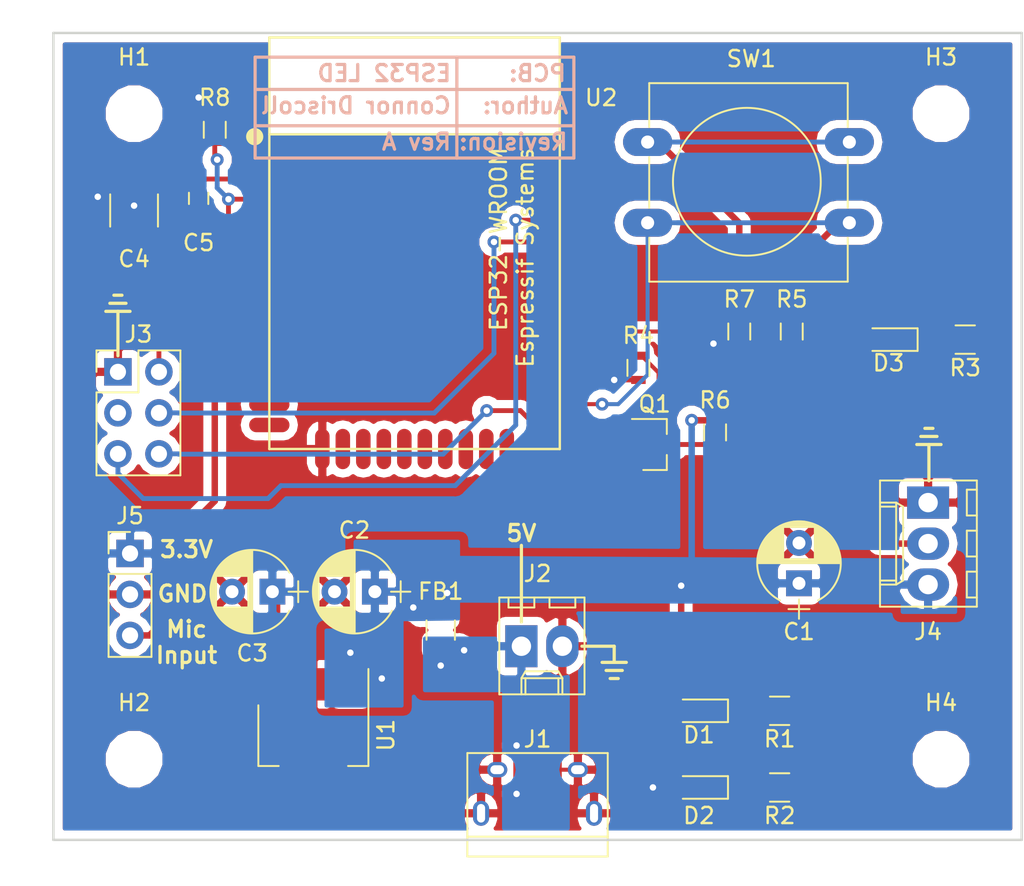
<source format=kicad_pcb>
(kicad_pcb (version 20171130) (host pcbnew 5.0.1)

  (general
    (thickness 1.6)
    (drawings 39)
    (tracks 135)
    (zones 0)
    (modules 30)
    (nets 49)
  )

  (page A4)
  (layers
    (0 F.Cu signal)
    (31 B.Cu signal)
    (32 B.Adhes user)
    (33 F.Adhes user)
    (34 B.Paste user)
    (35 F.Paste user)
    (36 B.SilkS user)
    (37 F.SilkS user)
    (38 B.Mask user)
    (39 F.Mask user)
    (40 Dwgs.User user)
    (41 Cmts.User user)
    (42 Eco1.User user)
    (43 Eco2.User user)
    (44 Edge.Cuts user)
    (45 Margin user)
    (46 B.CrtYd user)
    (47 F.CrtYd user)
    (48 B.Fab user)
    (49 F.Fab user)
  )

  (setup
    (last_trace_width 0.25)
    (trace_clearance 0.2)
    (zone_clearance 0.508)
    (zone_45_only no)
    (trace_min 0.2)
    (segment_width 0.2)
    (edge_width 0.15)
    (via_size 0.8)
    (via_drill 0.4)
    (via_min_size 0.4)
    (via_min_drill 0.3)
    (uvia_size 0.3)
    (uvia_drill 0.1)
    (uvias_allowed no)
    (uvia_min_size 0.2)
    (uvia_min_drill 0.1)
    (pcb_text_width 0.3)
    (pcb_text_size 1.5 1.5)
    (mod_edge_width 0.15)
    (mod_text_size 1 1)
    (mod_text_width 0.15)
    (pad_size 1.524 1.524)
    (pad_drill 0.762)
    (pad_to_mask_clearance 0.02)
    (solder_mask_min_width 0.25)
    (aux_axis_origin 0 0)
    (visible_elements FFFFFF7F)
    (pcbplotparams
      (layerselection 0x010f0_ffffffff)
      (usegerberextensions false)
      (usegerberattributes false)
      (usegerberadvancedattributes false)
      (creategerberjobfile false)
      (excludeedgelayer true)
      (linewidth 0.100000)
      (plotframeref false)
      (viasonmask false)
      (mode 1)
      (useauxorigin false)
      (hpglpennumber 1)
      (hpglpenspeed 20)
      (hpglpendiameter 15.000000)
      (psnegative false)
      (psa4output false)
      (plotreference true)
      (plotvalue true)
      (plotinvisibletext false)
      (padsonsilk false)
      (subtractmaskfromsilk false)
      (outputformat 1)
      (mirror false)
      (drillshape 0)
      (scaleselection 1)
      (outputdirectory "Gerbers/"))
  )

  (net 0 "")
  (net 1 GND)
  (net 2 +5V)
  (net 3 +3V3)
  (net 4 /5V_LED_A)
  (net 5 /3.3V_LED_A)
  (net 6 /ESP32-WROOM/IO5)
  (net 7 /User_LED_A)
  (net 8 /5V_Input)
  (net 9 "Net-(J1-Pad4)")
  (net 10 "Net-(J1-Pad3)")
  (net 11 "Net-(J1-Pad2)")
  (net 12 "Net-(J3-Pad3)")
  (net 13 /DATA)
  (net 14 /ESP32-WROOM/IO2)
  (net 15 "Net-(Q1-Pad1)")
  (net 16 /ESP32-WROOM/IO4)
  (net 17 /Button_Open_Side)
  (net 18 /ESP32-WROOM/IO23)
  (net 19 /ESP32-WROOM/IO22)
  (net 20 /ESP32-WROOM/IO21)
  (net 21 "Net-(U2-Pad32)")
  (net 22 /ESP32-WROOM/IO19)
  (net 23 /ESP32-WROOM/IO18)
  (net 24 /ESP32-WROOM/IO17)
  (net 25 /ESP32-WROOM/IO16)
  (net 26 /ESP32-WROOM/IO15)
  (net 27 /ESP32-WROOM/SD1)
  (net 28 /ESP32-WROOM/SDO)
  (net 29 /ESP32-WROOM/CLK)
  (net 30 /ESP32-WROOM/CMD)
  (net 31 /ESP32-WROOM/SD3)
  (net 32 /ESP32-WROOM/SD2)
  (net 33 /ESP32-WROOM/IO13)
  (net 34 /ESP32-WROOM/IO12)
  (net 35 /ESP32-WROOM/IO14)
  (net 36 /ESP32-WROOM/IO27)
  (net 37 /ESP32-WROOM/IO26)
  (net 38 /ESP32-WROOM/IO25)
  (net 39 /ESP32-WROOM/IO33)
  (net 40 /ESP32-WROOM/IO35)
  (net 41 /ESP32-WROOM/IO34)
  (net 42 /ESP32-WROOM/SENSOR_VN)
  (net 43 /ESP32-WROOM/SENSOR_VP)
  (net 44 /IO0)
  (net 45 /TXD)
  (net 46 /RXD)
  (net 47 /EN)
  (net 48 /Mic_Input)

  (net_class Default "This is the default net class."
    (clearance 0.2)
    (trace_width 0.25)
    (via_dia 0.8)
    (via_drill 0.4)
    (uvia_dia 0.3)
    (uvia_drill 0.1)
    (add_net +3V3)
    (add_net +5V)
    (add_net /3.3V_LED_A)
    (add_net /5V_Input)
    (add_net /5V_LED_A)
    (add_net /Button_Open_Side)
    (add_net /DATA)
    (add_net /EN)
    (add_net /ESP32-WROOM/CLK)
    (add_net /ESP32-WROOM/CMD)
    (add_net /ESP32-WROOM/IO12)
    (add_net /ESP32-WROOM/IO13)
    (add_net /ESP32-WROOM/IO14)
    (add_net /ESP32-WROOM/IO15)
    (add_net /ESP32-WROOM/IO16)
    (add_net /ESP32-WROOM/IO17)
    (add_net /ESP32-WROOM/IO18)
    (add_net /ESP32-WROOM/IO19)
    (add_net /ESP32-WROOM/IO2)
    (add_net /ESP32-WROOM/IO21)
    (add_net /ESP32-WROOM/IO22)
    (add_net /ESP32-WROOM/IO23)
    (add_net /ESP32-WROOM/IO25)
    (add_net /ESP32-WROOM/IO26)
    (add_net /ESP32-WROOM/IO27)
    (add_net /ESP32-WROOM/IO33)
    (add_net /ESP32-WROOM/IO34)
    (add_net /ESP32-WROOM/IO35)
    (add_net /ESP32-WROOM/IO4)
    (add_net /ESP32-WROOM/IO5)
    (add_net /ESP32-WROOM/SD1)
    (add_net /ESP32-WROOM/SD2)
    (add_net /ESP32-WROOM/SD3)
    (add_net /ESP32-WROOM/SDO)
    (add_net /ESP32-WROOM/SENSOR_VN)
    (add_net /ESP32-WROOM/SENSOR_VP)
    (add_net /IO0)
    (add_net /Mic_Input)
    (add_net /RXD)
    (add_net /TXD)
    (add_net /User_LED_A)
    (add_net GND)
    (add_net "Net-(J1-Pad2)")
    (add_net "Net-(J1-Pad3)")
    (add_net "Net-(J1-Pad4)")
    (add_net "Net-(J3-Pad3)")
    (add_net "Net-(Q1-Pad1)")
    (add_net "Net-(U2-Pad32)")
  )

  (module Capacitors_THT:CP_Radial_D5.0mm_P2.50mm (layer F.Cu) (tedit 597BC7C2) (tstamp 5BE4B60A)
    (at 146.2 134.1 90)
    (descr "CP, Radial series, Radial, pin pitch=2.50mm, , diameter=5mm, Electrolytic Capacitor")
    (tags "CP Radial series Radial pin pitch 2.50mm  diameter 5mm Electrolytic Capacitor")
    (path /5BDC3BD0)
    (fp_text reference C1 (at -3 0 180) (layer F.SilkS)
      (effects (font (size 1 1) (thickness 0.15)))
    )
    (fp_text value 22uF (at 1.25 3.81 90) (layer F.Fab)
      (effects (font (size 1 1) (thickness 0.15)))
    )
    (fp_text user %R (at 1.25 0 90) (layer F.Fab)
      (effects (font (size 1 1) (thickness 0.15)))
    )
    (fp_line (start 4.1 -2.85) (end -1.6 -2.85) (layer F.CrtYd) (width 0.05))
    (fp_line (start 4.1 2.85) (end 4.1 -2.85) (layer F.CrtYd) (width 0.05))
    (fp_line (start -1.6 2.85) (end 4.1 2.85) (layer F.CrtYd) (width 0.05))
    (fp_line (start -1.6 -2.85) (end -1.6 2.85) (layer F.CrtYd) (width 0.05))
    (fp_line (start -1.6 -0.65) (end -1.6 0.65) (layer F.SilkS) (width 0.12))
    (fp_line (start -2.2 0) (end -1 0) (layer F.SilkS) (width 0.12))
    (fp_line (start 3.811 -0.354) (end 3.811 0.354) (layer F.SilkS) (width 0.12))
    (fp_line (start 3.771 -0.559) (end 3.771 0.559) (layer F.SilkS) (width 0.12))
    (fp_line (start 3.731 -0.707) (end 3.731 0.707) (layer F.SilkS) (width 0.12))
    (fp_line (start 3.691 -0.829) (end 3.691 0.829) (layer F.SilkS) (width 0.12))
    (fp_line (start 3.651 -0.934) (end 3.651 0.934) (layer F.SilkS) (width 0.12))
    (fp_line (start 3.611 -1.028) (end 3.611 1.028) (layer F.SilkS) (width 0.12))
    (fp_line (start 3.571 -1.112) (end 3.571 1.112) (layer F.SilkS) (width 0.12))
    (fp_line (start 3.531 -1.189) (end 3.531 1.189) (layer F.SilkS) (width 0.12))
    (fp_line (start 3.491 -1.261) (end 3.491 1.261) (layer F.SilkS) (width 0.12))
    (fp_line (start 3.451 0.98) (end 3.451 1.327) (layer F.SilkS) (width 0.12))
    (fp_line (start 3.451 -1.327) (end 3.451 -0.98) (layer F.SilkS) (width 0.12))
    (fp_line (start 3.411 0.98) (end 3.411 1.39) (layer F.SilkS) (width 0.12))
    (fp_line (start 3.411 -1.39) (end 3.411 -0.98) (layer F.SilkS) (width 0.12))
    (fp_line (start 3.371 0.98) (end 3.371 1.448) (layer F.SilkS) (width 0.12))
    (fp_line (start 3.371 -1.448) (end 3.371 -0.98) (layer F.SilkS) (width 0.12))
    (fp_line (start 3.331 0.98) (end 3.331 1.504) (layer F.SilkS) (width 0.12))
    (fp_line (start 3.331 -1.504) (end 3.331 -0.98) (layer F.SilkS) (width 0.12))
    (fp_line (start 3.291 0.98) (end 3.291 1.556) (layer F.SilkS) (width 0.12))
    (fp_line (start 3.291 -1.556) (end 3.291 -0.98) (layer F.SilkS) (width 0.12))
    (fp_line (start 3.251 0.98) (end 3.251 1.606) (layer F.SilkS) (width 0.12))
    (fp_line (start 3.251 -1.606) (end 3.251 -0.98) (layer F.SilkS) (width 0.12))
    (fp_line (start 3.211 0.98) (end 3.211 1.654) (layer F.SilkS) (width 0.12))
    (fp_line (start 3.211 -1.654) (end 3.211 -0.98) (layer F.SilkS) (width 0.12))
    (fp_line (start 3.171 0.98) (end 3.171 1.699) (layer F.SilkS) (width 0.12))
    (fp_line (start 3.171 -1.699) (end 3.171 -0.98) (layer F.SilkS) (width 0.12))
    (fp_line (start 3.131 0.98) (end 3.131 1.742) (layer F.SilkS) (width 0.12))
    (fp_line (start 3.131 -1.742) (end 3.131 -0.98) (layer F.SilkS) (width 0.12))
    (fp_line (start 3.091 0.98) (end 3.091 1.783) (layer F.SilkS) (width 0.12))
    (fp_line (start 3.091 -1.783) (end 3.091 -0.98) (layer F.SilkS) (width 0.12))
    (fp_line (start 3.051 0.98) (end 3.051 1.823) (layer F.SilkS) (width 0.12))
    (fp_line (start 3.051 -1.823) (end 3.051 -0.98) (layer F.SilkS) (width 0.12))
    (fp_line (start 3.011 0.98) (end 3.011 1.861) (layer F.SilkS) (width 0.12))
    (fp_line (start 3.011 -1.861) (end 3.011 -0.98) (layer F.SilkS) (width 0.12))
    (fp_line (start 2.971 0.98) (end 2.971 1.897) (layer F.SilkS) (width 0.12))
    (fp_line (start 2.971 -1.897) (end 2.971 -0.98) (layer F.SilkS) (width 0.12))
    (fp_line (start 2.931 0.98) (end 2.931 1.932) (layer F.SilkS) (width 0.12))
    (fp_line (start 2.931 -1.932) (end 2.931 -0.98) (layer F.SilkS) (width 0.12))
    (fp_line (start 2.891 0.98) (end 2.891 1.965) (layer F.SilkS) (width 0.12))
    (fp_line (start 2.891 -1.965) (end 2.891 -0.98) (layer F.SilkS) (width 0.12))
    (fp_line (start 2.851 0.98) (end 2.851 1.997) (layer F.SilkS) (width 0.12))
    (fp_line (start 2.851 -1.997) (end 2.851 -0.98) (layer F.SilkS) (width 0.12))
    (fp_line (start 2.811 0.98) (end 2.811 2.028) (layer F.SilkS) (width 0.12))
    (fp_line (start 2.811 -2.028) (end 2.811 -0.98) (layer F.SilkS) (width 0.12))
    (fp_line (start 2.771 0.98) (end 2.771 2.058) (layer F.SilkS) (width 0.12))
    (fp_line (start 2.771 -2.058) (end 2.771 -0.98) (layer F.SilkS) (width 0.12))
    (fp_line (start 2.731 0.98) (end 2.731 2.086) (layer F.SilkS) (width 0.12))
    (fp_line (start 2.731 -2.086) (end 2.731 -0.98) (layer F.SilkS) (width 0.12))
    (fp_line (start 2.691 0.98) (end 2.691 2.113) (layer F.SilkS) (width 0.12))
    (fp_line (start 2.691 -2.113) (end 2.691 -0.98) (layer F.SilkS) (width 0.12))
    (fp_line (start 2.651 0.98) (end 2.651 2.14) (layer F.SilkS) (width 0.12))
    (fp_line (start 2.651 -2.14) (end 2.651 -0.98) (layer F.SilkS) (width 0.12))
    (fp_line (start 2.611 0.98) (end 2.611 2.165) (layer F.SilkS) (width 0.12))
    (fp_line (start 2.611 -2.165) (end 2.611 -0.98) (layer F.SilkS) (width 0.12))
    (fp_line (start 2.571 0.98) (end 2.571 2.189) (layer F.SilkS) (width 0.12))
    (fp_line (start 2.571 -2.189) (end 2.571 -0.98) (layer F.SilkS) (width 0.12))
    (fp_line (start 2.531 0.98) (end 2.531 2.212) (layer F.SilkS) (width 0.12))
    (fp_line (start 2.531 -2.212) (end 2.531 -0.98) (layer F.SilkS) (width 0.12))
    (fp_line (start 2.491 0.98) (end 2.491 2.234) (layer F.SilkS) (width 0.12))
    (fp_line (start 2.491 -2.234) (end 2.491 -0.98) (layer F.SilkS) (width 0.12))
    (fp_line (start 2.451 0.98) (end 2.451 2.256) (layer F.SilkS) (width 0.12))
    (fp_line (start 2.451 -2.256) (end 2.451 -0.98) (layer F.SilkS) (width 0.12))
    (fp_line (start 2.411 0.98) (end 2.411 2.276) (layer F.SilkS) (width 0.12))
    (fp_line (start 2.411 -2.276) (end 2.411 -0.98) (layer F.SilkS) (width 0.12))
    (fp_line (start 2.371 0.98) (end 2.371 2.296) (layer F.SilkS) (width 0.12))
    (fp_line (start 2.371 -2.296) (end 2.371 -0.98) (layer F.SilkS) (width 0.12))
    (fp_line (start 2.331 0.98) (end 2.331 2.315) (layer F.SilkS) (width 0.12))
    (fp_line (start 2.331 -2.315) (end 2.331 -0.98) (layer F.SilkS) (width 0.12))
    (fp_line (start 2.291 0.98) (end 2.291 2.333) (layer F.SilkS) (width 0.12))
    (fp_line (start 2.291 -2.333) (end 2.291 -0.98) (layer F.SilkS) (width 0.12))
    (fp_line (start 2.251 0.98) (end 2.251 2.35) (layer F.SilkS) (width 0.12))
    (fp_line (start 2.251 -2.35) (end 2.251 -0.98) (layer F.SilkS) (width 0.12))
    (fp_line (start 2.211 0.98) (end 2.211 2.366) (layer F.SilkS) (width 0.12))
    (fp_line (start 2.211 -2.366) (end 2.211 -0.98) (layer F.SilkS) (width 0.12))
    (fp_line (start 2.171 0.98) (end 2.171 2.382) (layer F.SilkS) (width 0.12))
    (fp_line (start 2.171 -2.382) (end 2.171 -0.98) (layer F.SilkS) (width 0.12))
    (fp_line (start 2.131 0.98) (end 2.131 2.396) (layer F.SilkS) (width 0.12))
    (fp_line (start 2.131 -2.396) (end 2.131 -0.98) (layer F.SilkS) (width 0.12))
    (fp_line (start 2.091 0.98) (end 2.091 2.41) (layer F.SilkS) (width 0.12))
    (fp_line (start 2.091 -2.41) (end 2.091 -0.98) (layer F.SilkS) (width 0.12))
    (fp_line (start 2.051 0.98) (end 2.051 2.424) (layer F.SilkS) (width 0.12))
    (fp_line (start 2.051 -2.424) (end 2.051 -0.98) (layer F.SilkS) (width 0.12))
    (fp_line (start 2.011 0.98) (end 2.011 2.436) (layer F.SilkS) (width 0.12))
    (fp_line (start 2.011 -2.436) (end 2.011 -0.98) (layer F.SilkS) (width 0.12))
    (fp_line (start 1.971 0.98) (end 1.971 2.448) (layer F.SilkS) (width 0.12))
    (fp_line (start 1.971 -2.448) (end 1.971 -0.98) (layer F.SilkS) (width 0.12))
    (fp_line (start 1.93 0.98) (end 1.93 2.46) (layer F.SilkS) (width 0.12))
    (fp_line (start 1.93 -2.46) (end 1.93 -0.98) (layer F.SilkS) (width 0.12))
    (fp_line (start 1.89 0.98) (end 1.89 2.47) (layer F.SilkS) (width 0.12))
    (fp_line (start 1.89 -2.47) (end 1.89 -0.98) (layer F.SilkS) (width 0.12))
    (fp_line (start 1.85 0.98) (end 1.85 2.48) (layer F.SilkS) (width 0.12))
    (fp_line (start 1.85 -2.48) (end 1.85 -0.98) (layer F.SilkS) (width 0.12))
    (fp_line (start 1.81 0.98) (end 1.81 2.489) (layer F.SilkS) (width 0.12))
    (fp_line (start 1.81 -2.489) (end 1.81 -0.98) (layer F.SilkS) (width 0.12))
    (fp_line (start 1.77 0.98) (end 1.77 2.498) (layer F.SilkS) (width 0.12))
    (fp_line (start 1.77 -2.498) (end 1.77 -0.98) (layer F.SilkS) (width 0.12))
    (fp_line (start 1.73 0.98) (end 1.73 2.506) (layer F.SilkS) (width 0.12))
    (fp_line (start 1.73 -2.506) (end 1.73 -0.98) (layer F.SilkS) (width 0.12))
    (fp_line (start 1.69 0.98) (end 1.69 2.513) (layer F.SilkS) (width 0.12))
    (fp_line (start 1.69 -2.513) (end 1.69 -0.98) (layer F.SilkS) (width 0.12))
    (fp_line (start 1.65 0.98) (end 1.65 2.519) (layer F.SilkS) (width 0.12))
    (fp_line (start 1.65 -2.519) (end 1.65 -0.98) (layer F.SilkS) (width 0.12))
    (fp_line (start 1.61 0.98) (end 1.61 2.525) (layer F.SilkS) (width 0.12))
    (fp_line (start 1.61 -2.525) (end 1.61 -0.98) (layer F.SilkS) (width 0.12))
    (fp_line (start 1.57 0.98) (end 1.57 2.531) (layer F.SilkS) (width 0.12))
    (fp_line (start 1.57 -2.531) (end 1.57 -0.98) (layer F.SilkS) (width 0.12))
    (fp_line (start 1.53 0.98) (end 1.53 2.535) (layer F.SilkS) (width 0.12))
    (fp_line (start 1.53 -2.535) (end 1.53 -0.98) (layer F.SilkS) (width 0.12))
    (fp_line (start 1.49 -2.539) (end 1.49 2.539) (layer F.SilkS) (width 0.12))
    (fp_line (start 1.45 -2.543) (end 1.45 2.543) (layer F.SilkS) (width 0.12))
    (fp_line (start 1.41 -2.546) (end 1.41 2.546) (layer F.SilkS) (width 0.12))
    (fp_line (start 1.37 -2.548) (end 1.37 2.548) (layer F.SilkS) (width 0.12))
    (fp_line (start 1.33 -2.549) (end 1.33 2.549) (layer F.SilkS) (width 0.12))
    (fp_line (start 1.29 -2.55) (end 1.29 2.55) (layer F.SilkS) (width 0.12))
    (fp_line (start 1.25 -2.55) (end 1.25 2.55) (layer F.SilkS) (width 0.12))
    (fp_line (start -1.6 -0.65) (end -1.6 0.65) (layer F.Fab) (width 0.1))
    (fp_line (start -2.2 0) (end -1 0) (layer F.Fab) (width 0.1))
    (fp_circle (center 1.25 0) (end 3.75 0) (layer F.Fab) (width 0.1))
    (fp_arc (start 1.25 0) (end 3.55558 -1.18) (angle 54.2) (layer F.SilkS) (width 0.12))
    (fp_arc (start 1.25 0) (end -1.05558 1.18) (angle -125.8) (layer F.SilkS) (width 0.12))
    (fp_arc (start 1.25 0) (end -1.05558 -1.18) (angle 125.8) (layer F.SilkS) (width 0.12))
    (pad 2 thru_hole circle (at 2.5 0 90) (size 1.6 1.6) (drill 0.8) (layers *.Cu *.Mask)
      (net 1 GND))
    (pad 1 thru_hole rect (at 0 0 90) (size 1.6 1.6) (drill 0.8) (layers *.Cu *.Mask)
      (net 2 +5V))
    (model ${KISYS3DMOD}/Capacitors_THT.3dshapes/CP_Radial_D5.0mm_P2.50mm.wrl
      (at (xyz 0 0 0))
      (scale (xyz 1 1 1))
      (rotate (xyz 0 0 0))
    )
  )

  (module Capacitors_THT:CP_Radial_D5.0mm_P2.50mm (layer F.Cu) (tedit 597BC7C2) (tstamp 5BE4B68F)
    (at 119.92 134.62 180)
    (descr "CP, Radial series, Radial, pin pitch=2.50mm, , diameter=5mm, Electrolytic Capacitor")
    (tags "CP Radial series Radial pin pitch 2.50mm  diameter 5mm Electrolytic Capacitor")
    (path /5BD89B2B/5BD8DE35)
    (fp_text reference C2 (at 1.27 3.81 180) (layer F.SilkS)
      (effects (font (size 1 1) (thickness 0.15)))
    )
    (fp_text value 4.7uF (at 1.25 3.81 180) (layer F.Fab)
      (effects (font (size 1 1) (thickness 0.15)))
    )
    (fp_arc (start 1.25 0) (end -1.05558 -1.18) (angle 125.8) (layer F.SilkS) (width 0.12))
    (fp_arc (start 1.25 0) (end -1.05558 1.18) (angle -125.8) (layer F.SilkS) (width 0.12))
    (fp_arc (start 1.25 0) (end 3.55558 -1.18) (angle 54.2) (layer F.SilkS) (width 0.12))
    (fp_circle (center 1.25 0) (end 3.75 0) (layer F.Fab) (width 0.1))
    (fp_line (start -2.2 0) (end -1 0) (layer F.Fab) (width 0.1))
    (fp_line (start -1.6 -0.65) (end -1.6 0.65) (layer F.Fab) (width 0.1))
    (fp_line (start 1.25 -2.55) (end 1.25 2.55) (layer F.SilkS) (width 0.12))
    (fp_line (start 1.29 -2.55) (end 1.29 2.55) (layer F.SilkS) (width 0.12))
    (fp_line (start 1.33 -2.549) (end 1.33 2.549) (layer F.SilkS) (width 0.12))
    (fp_line (start 1.37 -2.548) (end 1.37 2.548) (layer F.SilkS) (width 0.12))
    (fp_line (start 1.41 -2.546) (end 1.41 2.546) (layer F.SilkS) (width 0.12))
    (fp_line (start 1.45 -2.543) (end 1.45 2.543) (layer F.SilkS) (width 0.12))
    (fp_line (start 1.49 -2.539) (end 1.49 2.539) (layer F.SilkS) (width 0.12))
    (fp_line (start 1.53 -2.535) (end 1.53 -0.98) (layer F.SilkS) (width 0.12))
    (fp_line (start 1.53 0.98) (end 1.53 2.535) (layer F.SilkS) (width 0.12))
    (fp_line (start 1.57 -2.531) (end 1.57 -0.98) (layer F.SilkS) (width 0.12))
    (fp_line (start 1.57 0.98) (end 1.57 2.531) (layer F.SilkS) (width 0.12))
    (fp_line (start 1.61 -2.525) (end 1.61 -0.98) (layer F.SilkS) (width 0.12))
    (fp_line (start 1.61 0.98) (end 1.61 2.525) (layer F.SilkS) (width 0.12))
    (fp_line (start 1.65 -2.519) (end 1.65 -0.98) (layer F.SilkS) (width 0.12))
    (fp_line (start 1.65 0.98) (end 1.65 2.519) (layer F.SilkS) (width 0.12))
    (fp_line (start 1.69 -2.513) (end 1.69 -0.98) (layer F.SilkS) (width 0.12))
    (fp_line (start 1.69 0.98) (end 1.69 2.513) (layer F.SilkS) (width 0.12))
    (fp_line (start 1.73 -2.506) (end 1.73 -0.98) (layer F.SilkS) (width 0.12))
    (fp_line (start 1.73 0.98) (end 1.73 2.506) (layer F.SilkS) (width 0.12))
    (fp_line (start 1.77 -2.498) (end 1.77 -0.98) (layer F.SilkS) (width 0.12))
    (fp_line (start 1.77 0.98) (end 1.77 2.498) (layer F.SilkS) (width 0.12))
    (fp_line (start 1.81 -2.489) (end 1.81 -0.98) (layer F.SilkS) (width 0.12))
    (fp_line (start 1.81 0.98) (end 1.81 2.489) (layer F.SilkS) (width 0.12))
    (fp_line (start 1.85 -2.48) (end 1.85 -0.98) (layer F.SilkS) (width 0.12))
    (fp_line (start 1.85 0.98) (end 1.85 2.48) (layer F.SilkS) (width 0.12))
    (fp_line (start 1.89 -2.47) (end 1.89 -0.98) (layer F.SilkS) (width 0.12))
    (fp_line (start 1.89 0.98) (end 1.89 2.47) (layer F.SilkS) (width 0.12))
    (fp_line (start 1.93 -2.46) (end 1.93 -0.98) (layer F.SilkS) (width 0.12))
    (fp_line (start 1.93 0.98) (end 1.93 2.46) (layer F.SilkS) (width 0.12))
    (fp_line (start 1.971 -2.448) (end 1.971 -0.98) (layer F.SilkS) (width 0.12))
    (fp_line (start 1.971 0.98) (end 1.971 2.448) (layer F.SilkS) (width 0.12))
    (fp_line (start 2.011 -2.436) (end 2.011 -0.98) (layer F.SilkS) (width 0.12))
    (fp_line (start 2.011 0.98) (end 2.011 2.436) (layer F.SilkS) (width 0.12))
    (fp_line (start 2.051 -2.424) (end 2.051 -0.98) (layer F.SilkS) (width 0.12))
    (fp_line (start 2.051 0.98) (end 2.051 2.424) (layer F.SilkS) (width 0.12))
    (fp_line (start 2.091 -2.41) (end 2.091 -0.98) (layer F.SilkS) (width 0.12))
    (fp_line (start 2.091 0.98) (end 2.091 2.41) (layer F.SilkS) (width 0.12))
    (fp_line (start 2.131 -2.396) (end 2.131 -0.98) (layer F.SilkS) (width 0.12))
    (fp_line (start 2.131 0.98) (end 2.131 2.396) (layer F.SilkS) (width 0.12))
    (fp_line (start 2.171 -2.382) (end 2.171 -0.98) (layer F.SilkS) (width 0.12))
    (fp_line (start 2.171 0.98) (end 2.171 2.382) (layer F.SilkS) (width 0.12))
    (fp_line (start 2.211 -2.366) (end 2.211 -0.98) (layer F.SilkS) (width 0.12))
    (fp_line (start 2.211 0.98) (end 2.211 2.366) (layer F.SilkS) (width 0.12))
    (fp_line (start 2.251 -2.35) (end 2.251 -0.98) (layer F.SilkS) (width 0.12))
    (fp_line (start 2.251 0.98) (end 2.251 2.35) (layer F.SilkS) (width 0.12))
    (fp_line (start 2.291 -2.333) (end 2.291 -0.98) (layer F.SilkS) (width 0.12))
    (fp_line (start 2.291 0.98) (end 2.291 2.333) (layer F.SilkS) (width 0.12))
    (fp_line (start 2.331 -2.315) (end 2.331 -0.98) (layer F.SilkS) (width 0.12))
    (fp_line (start 2.331 0.98) (end 2.331 2.315) (layer F.SilkS) (width 0.12))
    (fp_line (start 2.371 -2.296) (end 2.371 -0.98) (layer F.SilkS) (width 0.12))
    (fp_line (start 2.371 0.98) (end 2.371 2.296) (layer F.SilkS) (width 0.12))
    (fp_line (start 2.411 -2.276) (end 2.411 -0.98) (layer F.SilkS) (width 0.12))
    (fp_line (start 2.411 0.98) (end 2.411 2.276) (layer F.SilkS) (width 0.12))
    (fp_line (start 2.451 -2.256) (end 2.451 -0.98) (layer F.SilkS) (width 0.12))
    (fp_line (start 2.451 0.98) (end 2.451 2.256) (layer F.SilkS) (width 0.12))
    (fp_line (start 2.491 -2.234) (end 2.491 -0.98) (layer F.SilkS) (width 0.12))
    (fp_line (start 2.491 0.98) (end 2.491 2.234) (layer F.SilkS) (width 0.12))
    (fp_line (start 2.531 -2.212) (end 2.531 -0.98) (layer F.SilkS) (width 0.12))
    (fp_line (start 2.531 0.98) (end 2.531 2.212) (layer F.SilkS) (width 0.12))
    (fp_line (start 2.571 -2.189) (end 2.571 -0.98) (layer F.SilkS) (width 0.12))
    (fp_line (start 2.571 0.98) (end 2.571 2.189) (layer F.SilkS) (width 0.12))
    (fp_line (start 2.611 -2.165) (end 2.611 -0.98) (layer F.SilkS) (width 0.12))
    (fp_line (start 2.611 0.98) (end 2.611 2.165) (layer F.SilkS) (width 0.12))
    (fp_line (start 2.651 -2.14) (end 2.651 -0.98) (layer F.SilkS) (width 0.12))
    (fp_line (start 2.651 0.98) (end 2.651 2.14) (layer F.SilkS) (width 0.12))
    (fp_line (start 2.691 -2.113) (end 2.691 -0.98) (layer F.SilkS) (width 0.12))
    (fp_line (start 2.691 0.98) (end 2.691 2.113) (layer F.SilkS) (width 0.12))
    (fp_line (start 2.731 -2.086) (end 2.731 -0.98) (layer F.SilkS) (width 0.12))
    (fp_line (start 2.731 0.98) (end 2.731 2.086) (layer F.SilkS) (width 0.12))
    (fp_line (start 2.771 -2.058) (end 2.771 -0.98) (layer F.SilkS) (width 0.12))
    (fp_line (start 2.771 0.98) (end 2.771 2.058) (layer F.SilkS) (width 0.12))
    (fp_line (start 2.811 -2.028) (end 2.811 -0.98) (layer F.SilkS) (width 0.12))
    (fp_line (start 2.811 0.98) (end 2.811 2.028) (layer F.SilkS) (width 0.12))
    (fp_line (start 2.851 -1.997) (end 2.851 -0.98) (layer F.SilkS) (width 0.12))
    (fp_line (start 2.851 0.98) (end 2.851 1.997) (layer F.SilkS) (width 0.12))
    (fp_line (start 2.891 -1.965) (end 2.891 -0.98) (layer F.SilkS) (width 0.12))
    (fp_line (start 2.891 0.98) (end 2.891 1.965) (layer F.SilkS) (width 0.12))
    (fp_line (start 2.931 -1.932) (end 2.931 -0.98) (layer F.SilkS) (width 0.12))
    (fp_line (start 2.931 0.98) (end 2.931 1.932) (layer F.SilkS) (width 0.12))
    (fp_line (start 2.971 -1.897) (end 2.971 -0.98) (layer F.SilkS) (width 0.12))
    (fp_line (start 2.971 0.98) (end 2.971 1.897) (layer F.SilkS) (width 0.12))
    (fp_line (start 3.011 -1.861) (end 3.011 -0.98) (layer F.SilkS) (width 0.12))
    (fp_line (start 3.011 0.98) (end 3.011 1.861) (layer F.SilkS) (width 0.12))
    (fp_line (start 3.051 -1.823) (end 3.051 -0.98) (layer F.SilkS) (width 0.12))
    (fp_line (start 3.051 0.98) (end 3.051 1.823) (layer F.SilkS) (width 0.12))
    (fp_line (start 3.091 -1.783) (end 3.091 -0.98) (layer F.SilkS) (width 0.12))
    (fp_line (start 3.091 0.98) (end 3.091 1.783) (layer F.SilkS) (width 0.12))
    (fp_line (start 3.131 -1.742) (end 3.131 -0.98) (layer F.SilkS) (width 0.12))
    (fp_line (start 3.131 0.98) (end 3.131 1.742) (layer F.SilkS) (width 0.12))
    (fp_line (start 3.171 -1.699) (end 3.171 -0.98) (layer F.SilkS) (width 0.12))
    (fp_line (start 3.171 0.98) (end 3.171 1.699) (layer F.SilkS) (width 0.12))
    (fp_line (start 3.211 -1.654) (end 3.211 -0.98) (layer F.SilkS) (width 0.12))
    (fp_line (start 3.211 0.98) (end 3.211 1.654) (layer F.SilkS) (width 0.12))
    (fp_line (start 3.251 -1.606) (end 3.251 -0.98) (layer F.SilkS) (width 0.12))
    (fp_line (start 3.251 0.98) (end 3.251 1.606) (layer F.SilkS) (width 0.12))
    (fp_line (start 3.291 -1.556) (end 3.291 -0.98) (layer F.SilkS) (width 0.12))
    (fp_line (start 3.291 0.98) (end 3.291 1.556) (layer F.SilkS) (width 0.12))
    (fp_line (start 3.331 -1.504) (end 3.331 -0.98) (layer F.SilkS) (width 0.12))
    (fp_line (start 3.331 0.98) (end 3.331 1.504) (layer F.SilkS) (width 0.12))
    (fp_line (start 3.371 -1.448) (end 3.371 -0.98) (layer F.SilkS) (width 0.12))
    (fp_line (start 3.371 0.98) (end 3.371 1.448) (layer F.SilkS) (width 0.12))
    (fp_line (start 3.411 -1.39) (end 3.411 -0.98) (layer F.SilkS) (width 0.12))
    (fp_line (start 3.411 0.98) (end 3.411 1.39) (layer F.SilkS) (width 0.12))
    (fp_line (start 3.451 -1.327) (end 3.451 -0.98) (layer F.SilkS) (width 0.12))
    (fp_line (start 3.451 0.98) (end 3.451 1.327) (layer F.SilkS) (width 0.12))
    (fp_line (start 3.491 -1.261) (end 3.491 1.261) (layer F.SilkS) (width 0.12))
    (fp_line (start 3.531 -1.189) (end 3.531 1.189) (layer F.SilkS) (width 0.12))
    (fp_line (start 3.571 -1.112) (end 3.571 1.112) (layer F.SilkS) (width 0.12))
    (fp_line (start 3.611 -1.028) (end 3.611 1.028) (layer F.SilkS) (width 0.12))
    (fp_line (start 3.651 -0.934) (end 3.651 0.934) (layer F.SilkS) (width 0.12))
    (fp_line (start 3.691 -0.829) (end 3.691 0.829) (layer F.SilkS) (width 0.12))
    (fp_line (start 3.731 -0.707) (end 3.731 0.707) (layer F.SilkS) (width 0.12))
    (fp_line (start 3.771 -0.559) (end 3.771 0.559) (layer F.SilkS) (width 0.12))
    (fp_line (start 3.811 -0.354) (end 3.811 0.354) (layer F.SilkS) (width 0.12))
    (fp_line (start -2.2 0) (end -1 0) (layer F.SilkS) (width 0.12))
    (fp_line (start -1.6 -0.65) (end -1.6 0.65) (layer F.SilkS) (width 0.12))
    (fp_line (start -1.6 -2.85) (end -1.6 2.85) (layer F.CrtYd) (width 0.05))
    (fp_line (start -1.6 2.85) (end 4.1 2.85) (layer F.CrtYd) (width 0.05))
    (fp_line (start 4.1 2.85) (end 4.1 -2.85) (layer F.CrtYd) (width 0.05))
    (fp_line (start 4.1 -2.85) (end -1.6 -2.85) (layer F.CrtYd) (width 0.05))
    (fp_text user %R (at 1.25 0 180) (layer F.Fab)
      (effects (font (size 1 1) (thickness 0.15)))
    )
    (pad 1 thru_hole rect (at 0 0 180) (size 1.6 1.6) (drill 0.8) (layers *.Cu *.Mask)
      (net 2 +5V))
    (pad 2 thru_hole circle (at 2.5 0 180) (size 1.6 1.6) (drill 0.8) (layers *.Cu *.Mask)
      (net 1 GND))
    (model ${KISYS3DMOD}/Capacitors_THT.3dshapes/CP_Radial_D5.0mm_P2.50mm.wrl
      (at (xyz 0 0 0))
      (scale (xyz 1 1 1))
      (rotate (xyz 0 0 0))
    )
  )

  (module Capacitors_THT:CP_Radial_D5.0mm_P2.50mm (layer F.Cu) (tedit 597BC7C2) (tstamp 5BE4B714)
    (at 113.57 134.62 180)
    (descr "CP, Radial series, Radial, pin pitch=2.50mm, , diameter=5mm, Electrolytic Capacitor")
    (tags "CP Radial series Radial pin pitch 2.50mm  diameter 5mm Electrolytic Capacitor")
    (path /5BD89B2B/5BD8E00D)
    (fp_text reference C3 (at 1.25 -3.81 180) (layer F.SilkS)
      (effects (font (size 1 1) (thickness 0.15)))
    )
    (fp_text value 4.7uF (at 1.25 3.81 180) (layer F.Fab)
      (effects (font (size 1 1) (thickness 0.15)))
    )
    (fp_text user %R (at 1.25 0 180) (layer F.Fab)
      (effects (font (size 1 1) (thickness 0.15)))
    )
    (fp_line (start 4.1 -2.85) (end -1.6 -2.85) (layer F.CrtYd) (width 0.05))
    (fp_line (start 4.1 2.85) (end 4.1 -2.85) (layer F.CrtYd) (width 0.05))
    (fp_line (start -1.6 2.85) (end 4.1 2.85) (layer F.CrtYd) (width 0.05))
    (fp_line (start -1.6 -2.85) (end -1.6 2.85) (layer F.CrtYd) (width 0.05))
    (fp_line (start -1.6 -0.65) (end -1.6 0.65) (layer F.SilkS) (width 0.12))
    (fp_line (start -2.2 0) (end -1 0) (layer F.SilkS) (width 0.12))
    (fp_line (start 3.811 -0.354) (end 3.811 0.354) (layer F.SilkS) (width 0.12))
    (fp_line (start 3.771 -0.559) (end 3.771 0.559) (layer F.SilkS) (width 0.12))
    (fp_line (start 3.731 -0.707) (end 3.731 0.707) (layer F.SilkS) (width 0.12))
    (fp_line (start 3.691 -0.829) (end 3.691 0.829) (layer F.SilkS) (width 0.12))
    (fp_line (start 3.651 -0.934) (end 3.651 0.934) (layer F.SilkS) (width 0.12))
    (fp_line (start 3.611 -1.028) (end 3.611 1.028) (layer F.SilkS) (width 0.12))
    (fp_line (start 3.571 -1.112) (end 3.571 1.112) (layer F.SilkS) (width 0.12))
    (fp_line (start 3.531 -1.189) (end 3.531 1.189) (layer F.SilkS) (width 0.12))
    (fp_line (start 3.491 -1.261) (end 3.491 1.261) (layer F.SilkS) (width 0.12))
    (fp_line (start 3.451 0.98) (end 3.451 1.327) (layer F.SilkS) (width 0.12))
    (fp_line (start 3.451 -1.327) (end 3.451 -0.98) (layer F.SilkS) (width 0.12))
    (fp_line (start 3.411 0.98) (end 3.411 1.39) (layer F.SilkS) (width 0.12))
    (fp_line (start 3.411 -1.39) (end 3.411 -0.98) (layer F.SilkS) (width 0.12))
    (fp_line (start 3.371 0.98) (end 3.371 1.448) (layer F.SilkS) (width 0.12))
    (fp_line (start 3.371 -1.448) (end 3.371 -0.98) (layer F.SilkS) (width 0.12))
    (fp_line (start 3.331 0.98) (end 3.331 1.504) (layer F.SilkS) (width 0.12))
    (fp_line (start 3.331 -1.504) (end 3.331 -0.98) (layer F.SilkS) (width 0.12))
    (fp_line (start 3.291 0.98) (end 3.291 1.556) (layer F.SilkS) (width 0.12))
    (fp_line (start 3.291 -1.556) (end 3.291 -0.98) (layer F.SilkS) (width 0.12))
    (fp_line (start 3.251 0.98) (end 3.251 1.606) (layer F.SilkS) (width 0.12))
    (fp_line (start 3.251 -1.606) (end 3.251 -0.98) (layer F.SilkS) (width 0.12))
    (fp_line (start 3.211 0.98) (end 3.211 1.654) (layer F.SilkS) (width 0.12))
    (fp_line (start 3.211 -1.654) (end 3.211 -0.98) (layer F.SilkS) (width 0.12))
    (fp_line (start 3.171 0.98) (end 3.171 1.699) (layer F.SilkS) (width 0.12))
    (fp_line (start 3.171 -1.699) (end 3.171 -0.98) (layer F.SilkS) (width 0.12))
    (fp_line (start 3.131 0.98) (end 3.131 1.742) (layer F.SilkS) (width 0.12))
    (fp_line (start 3.131 -1.742) (end 3.131 -0.98) (layer F.SilkS) (width 0.12))
    (fp_line (start 3.091 0.98) (end 3.091 1.783) (layer F.SilkS) (width 0.12))
    (fp_line (start 3.091 -1.783) (end 3.091 -0.98) (layer F.SilkS) (width 0.12))
    (fp_line (start 3.051 0.98) (end 3.051 1.823) (layer F.SilkS) (width 0.12))
    (fp_line (start 3.051 -1.823) (end 3.051 -0.98) (layer F.SilkS) (width 0.12))
    (fp_line (start 3.011 0.98) (end 3.011 1.861) (layer F.SilkS) (width 0.12))
    (fp_line (start 3.011 -1.861) (end 3.011 -0.98) (layer F.SilkS) (width 0.12))
    (fp_line (start 2.971 0.98) (end 2.971 1.897) (layer F.SilkS) (width 0.12))
    (fp_line (start 2.971 -1.897) (end 2.971 -0.98) (layer F.SilkS) (width 0.12))
    (fp_line (start 2.931 0.98) (end 2.931 1.932) (layer F.SilkS) (width 0.12))
    (fp_line (start 2.931 -1.932) (end 2.931 -0.98) (layer F.SilkS) (width 0.12))
    (fp_line (start 2.891 0.98) (end 2.891 1.965) (layer F.SilkS) (width 0.12))
    (fp_line (start 2.891 -1.965) (end 2.891 -0.98) (layer F.SilkS) (width 0.12))
    (fp_line (start 2.851 0.98) (end 2.851 1.997) (layer F.SilkS) (width 0.12))
    (fp_line (start 2.851 -1.997) (end 2.851 -0.98) (layer F.SilkS) (width 0.12))
    (fp_line (start 2.811 0.98) (end 2.811 2.028) (layer F.SilkS) (width 0.12))
    (fp_line (start 2.811 -2.028) (end 2.811 -0.98) (layer F.SilkS) (width 0.12))
    (fp_line (start 2.771 0.98) (end 2.771 2.058) (layer F.SilkS) (width 0.12))
    (fp_line (start 2.771 -2.058) (end 2.771 -0.98) (layer F.SilkS) (width 0.12))
    (fp_line (start 2.731 0.98) (end 2.731 2.086) (layer F.SilkS) (width 0.12))
    (fp_line (start 2.731 -2.086) (end 2.731 -0.98) (layer F.SilkS) (width 0.12))
    (fp_line (start 2.691 0.98) (end 2.691 2.113) (layer F.SilkS) (width 0.12))
    (fp_line (start 2.691 -2.113) (end 2.691 -0.98) (layer F.SilkS) (width 0.12))
    (fp_line (start 2.651 0.98) (end 2.651 2.14) (layer F.SilkS) (width 0.12))
    (fp_line (start 2.651 -2.14) (end 2.651 -0.98) (layer F.SilkS) (width 0.12))
    (fp_line (start 2.611 0.98) (end 2.611 2.165) (layer F.SilkS) (width 0.12))
    (fp_line (start 2.611 -2.165) (end 2.611 -0.98) (layer F.SilkS) (width 0.12))
    (fp_line (start 2.571 0.98) (end 2.571 2.189) (layer F.SilkS) (width 0.12))
    (fp_line (start 2.571 -2.189) (end 2.571 -0.98) (layer F.SilkS) (width 0.12))
    (fp_line (start 2.531 0.98) (end 2.531 2.212) (layer F.SilkS) (width 0.12))
    (fp_line (start 2.531 -2.212) (end 2.531 -0.98) (layer F.SilkS) (width 0.12))
    (fp_line (start 2.491 0.98) (end 2.491 2.234) (layer F.SilkS) (width 0.12))
    (fp_line (start 2.491 -2.234) (end 2.491 -0.98) (layer F.SilkS) (width 0.12))
    (fp_line (start 2.451 0.98) (end 2.451 2.256) (layer F.SilkS) (width 0.12))
    (fp_line (start 2.451 -2.256) (end 2.451 -0.98) (layer F.SilkS) (width 0.12))
    (fp_line (start 2.411 0.98) (end 2.411 2.276) (layer F.SilkS) (width 0.12))
    (fp_line (start 2.411 -2.276) (end 2.411 -0.98) (layer F.SilkS) (width 0.12))
    (fp_line (start 2.371 0.98) (end 2.371 2.296) (layer F.SilkS) (width 0.12))
    (fp_line (start 2.371 -2.296) (end 2.371 -0.98) (layer F.SilkS) (width 0.12))
    (fp_line (start 2.331 0.98) (end 2.331 2.315) (layer F.SilkS) (width 0.12))
    (fp_line (start 2.331 -2.315) (end 2.331 -0.98) (layer F.SilkS) (width 0.12))
    (fp_line (start 2.291 0.98) (end 2.291 2.333) (layer F.SilkS) (width 0.12))
    (fp_line (start 2.291 -2.333) (end 2.291 -0.98) (layer F.SilkS) (width 0.12))
    (fp_line (start 2.251 0.98) (end 2.251 2.35) (layer F.SilkS) (width 0.12))
    (fp_line (start 2.251 -2.35) (end 2.251 -0.98) (layer F.SilkS) (width 0.12))
    (fp_line (start 2.211 0.98) (end 2.211 2.366) (layer F.SilkS) (width 0.12))
    (fp_line (start 2.211 -2.366) (end 2.211 -0.98) (layer F.SilkS) (width 0.12))
    (fp_line (start 2.171 0.98) (end 2.171 2.382) (layer F.SilkS) (width 0.12))
    (fp_line (start 2.171 -2.382) (end 2.171 -0.98) (layer F.SilkS) (width 0.12))
    (fp_line (start 2.131 0.98) (end 2.131 2.396) (layer F.SilkS) (width 0.12))
    (fp_line (start 2.131 -2.396) (end 2.131 -0.98) (layer F.SilkS) (width 0.12))
    (fp_line (start 2.091 0.98) (end 2.091 2.41) (layer F.SilkS) (width 0.12))
    (fp_line (start 2.091 -2.41) (end 2.091 -0.98) (layer F.SilkS) (width 0.12))
    (fp_line (start 2.051 0.98) (end 2.051 2.424) (layer F.SilkS) (width 0.12))
    (fp_line (start 2.051 -2.424) (end 2.051 -0.98) (layer F.SilkS) (width 0.12))
    (fp_line (start 2.011 0.98) (end 2.011 2.436) (layer F.SilkS) (width 0.12))
    (fp_line (start 2.011 -2.436) (end 2.011 -0.98) (layer F.SilkS) (width 0.12))
    (fp_line (start 1.971 0.98) (end 1.971 2.448) (layer F.SilkS) (width 0.12))
    (fp_line (start 1.971 -2.448) (end 1.971 -0.98) (layer F.SilkS) (width 0.12))
    (fp_line (start 1.93 0.98) (end 1.93 2.46) (layer F.SilkS) (width 0.12))
    (fp_line (start 1.93 -2.46) (end 1.93 -0.98) (layer F.SilkS) (width 0.12))
    (fp_line (start 1.89 0.98) (end 1.89 2.47) (layer F.SilkS) (width 0.12))
    (fp_line (start 1.89 -2.47) (end 1.89 -0.98) (layer F.SilkS) (width 0.12))
    (fp_line (start 1.85 0.98) (end 1.85 2.48) (layer F.SilkS) (width 0.12))
    (fp_line (start 1.85 -2.48) (end 1.85 -0.98) (layer F.SilkS) (width 0.12))
    (fp_line (start 1.81 0.98) (end 1.81 2.489) (layer F.SilkS) (width 0.12))
    (fp_line (start 1.81 -2.489) (end 1.81 -0.98) (layer F.SilkS) (width 0.12))
    (fp_line (start 1.77 0.98) (end 1.77 2.498) (layer F.SilkS) (width 0.12))
    (fp_line (start 1.77 -2.498) (end 1.77 -0.98) (layer F.SilkS) (width 0.12))
    (fp_line (start 1.73 0.98) (end 1.73 2.506) (layer F.SilkS) (width 0.12))
    (fp_line (start 1.73 -2.506) (end 1.73 -0.98) (layer F.SilkS) (width 0.12))
    (fp_line (start 1.69 0.98) (end 1.69 2.513) (layer F.SilkS) (width 0.12))
    (fp_line (start 1.69 -2.513) (end 1.69 -0.98) (layer F.SilkS) (width 0.12))
    (fp_line (start 1.65 0.98) (end 1.65 2.519) (layer F.SilkS) (width 0.12))
    (fp_line (start 1.65 -2.519) (end 1.65 -0.98) (layer F.SilkS) (width 0.12))
    (fp_line (start 1.61 0.98) (end 1.61 2.525) (layer F.SilkS) (width 0.12))
    (fp_line (start 1.61 -2.525) (end 1.61 -0.98) (layer F.SilkS) (width 0.12))
    (fp_line (start 1.57 0.98) (end 1.57 2.531) (layer F.SilkS) (width 0.12))
    (fp_line (start 1.57 -2.531) (end 1.57 -0.98) (layer F.SilkS) (width 0.12))
    (fp_line (start 1.53 0.98) (end 1.53 2.535) (layer F.SilkS) (width 0.12))
    (fp_line (start 1.53 -2.535) (end 1.53 -0.98) (layer F.SilkS) (width 0.12))
    (fp_line (start 1.49 -2.539) (end 1.49 2.539) (layer F.SilkS) (width 0.12))
    (fp_line (start 1.45 -2.543) (end 1.45 2.543) (layer F.SilkS) (width 0.12))
    (fp_line (start 1.41 -2.546) (end 1.41 2.546) (layer F.SilkS) (width 0.12))
    (fp_line (start 1.37 -2.548) (end 1.37 2.548) (layer F.SilkS) (width 0.12))
    (fp_line (start 1.33 -2.549) (end 1.33 2.549) (layer F.SilkS) (width 0.12))
    (fp_line (start 1.29 -2.55) (end 1.29 2.55) (layer F.SilkS) (width 0.12))
    (fp_line (start 1.25 -2.55) (end 1.25 2.55) (layer F.SilkS) (width 0.12))
    (fp_line (start -1.6 -0.65) (end -1.6 0.65) (layer F.Fab) (width 0.1))
    (fp_line (start -2.2 0) (end -1 0) (layer F.Fab) (width 0.1))
    (fp_circle (center 1.25 0) (end 3.75 0) (layer F.Fab) (width 0.1))
    (fp_arc (start 1.25 0) (end 3.55558 -1.18) (angle 54.2) (layer F.SilkS) (width 0.12))
    (fp_arc (start 1.25 0) (end -1.05558 1.18) (angle -125.8) (layer F.SilkS) (width 0.12))
    (fp_arc (start 1.25 0) (end -1.05558 -1.18) (angle 125.8) (layer F.SilkS) (width 0.12))
    (pad 2 thru_hole circle (at 2.5 0 180) (size 1.6 1.6) (drill 0.8) (layers *.Cu *.Mask)
      (net 1 GND))
    (pad 1 thru_hole rect (at 0 0 180) (size 1.6 1.6) (drill 0.8) (layers *.Cu *.Mask)
      (net 3 +3V3))
    (model ${KISYS3DMOD}/Capacitors_THT.3dshapes/CP_Radial_D5.0mm_P2.50mm.wrl
      (at (xyz 0 0 0))
      (scale (xyz 1 1 1))
      (rotate (xyz 0 0 0))
    )
  )

  (module Capacitors_SMD:C_1210 (layer F.Cu) (tedit 58AA84E2) (tstamp 5BE4B725)
    (at 105 111 270)
    (descr "Capacitor SMD 1210, reflow soldering, AVX (see smccp.pdf)")
    (tags "capacitor 1210")
    (path /5BD760D0/5BD8BC61)
    (attr smd)
    (fp_text reference C4 (at 3 0) (layer F.SilkS)
      (effects (font (size 1 1) (thickness 0.15)))
    )
    (fp_text value 100uF (at 0 2.5 270) (layer F.Fab)
      (effects (font (size 1 1) (thickness 0.15)))
    )
    (fp_line (start 2.25 1.5) (end -2.25 1.5) (layer F.CrtYd) (width 0.05))
    (fp_line (start 2.25 1.5) (end 2.25 -1.5) (layer F.CrtYd) (width 0.05))
    (fp_line (start -2.25 -1.5) (end -2.25 1.5) (layer F.CrtYd) (width 0.05))
    (fp_line (start -2.25 -1.5) (end 2.25 -1.5) (layer F.CrtYd) (width 0.05))
    (fp_line (start -1 1.48) (end 1 1.48) (layer F.SilkS) (width 0.12))
    (fp_line (start 1 -1.48) (end -1 -1.48) (layer F.SilkS) (width 0.12))
    (fp_line (start -1.6 -1.25) (end 1.6 -1.25) (layer F.Fab) (width 0.1))
    (fp_line (start 1.6 -1.25) (end 1.6 1.25) (layer F.Fab) (width 0.1))
    (fp_line (start 1.6 1.25) (end -1.6 1.25) (layer F.Fab) (width 0.1))
    (fp_line (start -1.6 1.25) (end -1.6 -1.25) (layer F.Fab) (width 0.1))
    (fp_text user %R (at 0 -2.25 270) (layer F.Fab)
      (effects (font (size 1 1) (thickness 0.15)))
    )
    (pad 2 smd rect (at 1.5 0 270) (size 1 2.5) (layers F.Cu F.Paste F.Mask)
      (net 1 GND))
    (pad 1 smd rect (at -1.5 0 270) (size 1 2.5) (layers F.Cu F.Paste F.Mask)
      (net 3 +3V3))
    (model Capacitors_SMD.3dshapes/C_1210.wrl
      (at (xyz 0 0 0))
      (scale (xyz 1 1 1))
      (rotate (xyz 0 0 0))
    )
  )

  (module Capacitors_SMD:C_0603 (layer F.Cu) (tedit 59958EE7) (tstamp 5BE4B736)
    (at 109 110.25 270)
    (descr "Capacitor SMD 0603, reflow soldering, AVX (see smccp.pdf)")
    (tags "capacitor 0603")
    (path /5BD760D0/5BD8BBC9)
    (attr smd)
    (fp_text reference C5 (at 2.75 0) (layer F.SilkS)
      (effects (font (size 1 1) (thickness 0.15)))
    )
    (fp_text value 0.1uF (at 0 1.5 270) (layer F.Fab)
      (effects (font (size 1 1) (thickness 0.15)))
    )
    (fp_text user %R (at 0 0 270) (layer F.Fab)
      (effects (font (size 0.3 0.3) (thickness 0.075)))
    )
    (fp_line (start -0.8 0.4) (end -0.8 -0.4) (layer F.Fab) (width 0.1))
    (fp_line (start 0.8 0.4) (end -0.8 0.4) (layer F.Fab) (width 0.1))
    (fp_line (start 0.8 -0.4) (end 0.8 0.4) (layer F.Fab) (width 0.1))
    (fp_line (start -0.8 -0.4) (end 0.8 -0.4) (layer F.Fab) (width 0.1))
    (fp_line (start -0.35 -0.6) (end 0.35 -0.6) (layer F.SilkS) (width 0.12))
    (fp_line (start 0.35 0.6) (end -0.35 0.6) (layer F.SilkS) (width 0.12))
    (fp_line (start -1.4 -0.65) (end 1.4 -0.65) (layer F.CrtYd) (width 0.05))
    (fp_line (start -1.4 -0.65) (end -1.4 0.65) (layer F.CrtYd) (width 0.05))
    (fp_line (start 1.4 0.65) (end 1.4 -0.65) (layer F.CrtYd) (width 0.05))
    (fp_line (start 1.4 0.65) (end -1.4 0.65) (layer F.CrtYd) (width 0.05))
    (pad 1 smd rect (at -0.75 0 270) (size 0.8 0.75) (layers F.Cu F.Paste F.Mask)
      (net 3 +3V3))
    (pad 2 smd rect (at 0.75 0 270) (size 0.8 0.75) (layers F.Cu F.Paste F.Mask)
      (net 1 GND))
    (model Capacitors_SMD.3dshapes/C_0603.wrl
      (at (xyz 0 0 0))
      (scale (xyz 1 1 1))
      (rotate (xyz 0 0 0))
    )
  )

  (module LEDs:LED_0805 (layer F.Cu) (tedit 59959803) (tstamp 5BE4B74C)
    (at 140 142 180)
    (descr "LED 0805 smd package")
    (tags "LED led 0805 SMD smd SMT smt smdled SMDLED smtled SMTLED")
    (path /5BD98F85)
    (attr smd)
    (fp_text reference D1 (at 0 -1.5 180) (layer F.SilkS)
      (effects (font (size 1 1) (thickness 0.15)))
    )
    (fp_text value LED (at 0 1.55 180) (layer F.Fab)
      (effects (font (size 1 1) (thickness 0.15)))
    )
    (fp_text user %R (at 0 -1.25 180) (layer F.Fab)
      (effects (font (size 0.4 0.4) (thickness 0.1)))
    )
    (fp_line (start -1.95 -0.85) (end 1.95 -0.85) (layer F.CrtYd) (width 0.05))
    (fp_line (start -1.95 0.85) (end -1.95 -0.85) (layer F.CrtYd) (width 0.05))
    (fp_line (start 1.95 0.85) (end -1.95 0.85) (layer F.CrtYd) (width 0.05))
    (fp_line (start 1.95 -0.85) (end 1.95 0.85) (layer F.CrtYd) (width 0.05))
    (fp_line (start -1.8 -0.7) (end 1 -0.7) (layer F.SilkS) (width 0.12))
    (fp_line (start -1.8 0.7) (end 1 0.7) (layer F.SilkS) (width 0.12))
    (fp_line (start -1 0.6) (end -1 -0.6) (layer F.Fab) (width 0.1))
    (fp_line (start -1 -0.6) (end 1 -0.6) (layer F.Fab) (width 0.1))
    (fp_line (start 1 -0.6) (end 1 0.6) (layer F.Fab) (width 0.1))
    (fp_line (start 1 0.6) (end -1 0.6) (layer F.Fab) (width 0.1))
    (fp_line (start 0.2 -0.4) (end 0.2 0.4) (layer F.Fab) (width 0.1))
    (fp_line (start 0.2 0.4) (end -0.4 0) (layer F.Fab) (width 0.1))
    (fp_line (start -0.4 0) (end 0.2 -0.4) (layer F.Fab) (width 0.1))
    (fp_line (start -0.4 -0.4) (end -0.4 0.4) (layer F.Fab) (width 0.1))
    (fp_line (start -1.8 -0.7) (end -1.8 0.7) (layer F.SilkS) (width 0.12))
    (pad 1 smd rect (at -1.1 0) (size 1.2 1.2) (layers F.Cu F.Paste F.Mask)
      (net 4 /5V_LED_A))
    (pad 2 smd rect (at 1.1 0) (size 1.2 1.2) (layers F.Cu F.Paste F.Mask)
      (net 2 +5V))
    (model ${KISYS3DMOD}/LEDs.3dshapes/LED_0805.wrl
      (at (xyz 0 0 0))
      (scale (xyz 1 1 1))
      (rotate (xyz 0 0 180))
    )
  )

  (module LEDs:LED_0805 (layer F.Cu) (tedit 59959803) (tstamp 5BE4E771)
    (at 140 146.75 180)
    (descr "LED 0805 smd package")
    (tags "LED led 0805 SMD smd SMT smt smdled SMDLED smtled SMTLED")
    (path /5BD98FF6)
    (attr smd)
    (fp_text reference D2 (at 0 -1.75 180) (layer F.SilkS)
      (effects (font (size 1 1) (thickness 0.15)))
    )
    (fp_text value LED (at 0 1.55 180) (layer F.Fab)
      (effects (font (size 1 1) (thickness 0.15)))
    )
    (fp_text user %R (at 0 -1.25 180) (layer F.Fab)
      (effects (font (size 0.4 0.4) (thickness 0.1)))
    )
    (fp_line (start -1.95 -0.85) (end 1.95 -0.85) (layer F.CrtYd) (width 0.05))
    (fp_line (start -1.95 0.85) (end -1.95 -0.85) (layer F.CrtYd) (width 0.05))
    (fp_line (start 1.95 0.85) (end -1.95 0.85) (layer F.CrtYd) (width 0.05))
    (fp_line (start 1.95 -0.85) (end 1.95 0.85) (layer F.CrtYd) (width 0.05))
    (fp_line (start -1.8 -0.7) (end 1 -0.7) (layer F.SilkS) (width 0.12))
    (fp_line (start -1.8 0.7) (end 1 0.7) (layer F.SilkS) (width 0.12))
    (fp_line (start -1 0.6) (end -1 -0.6) (layer F.Fab) (width 0.1))
    (fp_line (start -1 -0.6) (end 1 -0.6) (layer F.Fab) (width 0.1))
    (fp_line (start 1 -0.6) (end 1 0.6) (layer F.Fab) (width 0.1))
    (fp_line (start 1 0.6) (end -1 0.6) (layer F.Fab) (width 0.1))
    (fp_line (start 0.2 -0.4) (end 0.2 0.4) (layer F.Fab) (width 0.1))
    (fp_line (start 0.2 0.4) (end -0.4 0) (layer F.Fab) (width 0.1))
    (fp_line (start -0.4 0) (end 0.2 -0.4) (layer F.Fab) (width 0.1))
    (fp_line (start -0.4 -0.4) (end -0.4 0.4) (layer F.Fab) (width 0.1))
    (fp_line (start -1.8 -0.7) (end -1.8 0.7) (layer F.SilkS) (width 0.12))
    (pad 1 smd rect (at -1.1 0) (size 1.2 1.2) (layers F.Cu F.Paste F.Mask)
      (net 5 /3.3V_LED_A))
    (pad 2 smd rect (at 1.1 0) (size 1.2 1.2) (layers F.Cu F.Paste F.Mask)
      (net 3 +3V3))
    (model ${KISYS3DMOD}/LEDs.3dshapes/LED_0805.wrl
      (at (xyz 0 0 0))
      (scale (xyz 1 1 1))
      (rotate (xyz 0 0 180))
    )
  )

  (module LEDs:LED_0805 (layer F.Cu) (tedit 59959803) (tstamp 5BE4E85A)
    (at 151.75 119 180)
    (descr "LED 0805 smd package")
    (tags "LED led 0805 SMD smd SMT smt smdled SMDLED smtled SMTLED")
    (path /5BDB40B3)
    (attr smd)
    (fp_text reference D3 (at 0 -1.45 180) (layer F.SilkS)
      (effects (font (size 1 1) (thickness 0.15)))
    )
    (fp_text value LED (at 0 1.55 180) (layer F.Fab)
      (effects (font (size 1 1) (thickness 0.15)))
    )
    (fp_line (start -1.8 -0.7) (end -1.8 0.7) (layer F.SilkS) (width 0.12))
    (fp_line (start -0.4 -0.4) (end -0.4 0.4) (layer F.Fab) (width 0.1))
    (fp_line (start -0.4 0) (end 0.2 -0.4) (layer F.Fab) (width 0.1))
    (fp_line (start 0.2 0.4) (end -0.4 0) (layer F.Fab) (width 0.1))
    (fp_line (start 0.2 -0.4) (end 0.2 0.4) (layer F.Fab) (width 0.1))
    (fp_line (start 1 0.6) (end -1 0.6) (layer F.Fab) (width 0.1))
    (fp_line (start 1 -0.6) (end 1 0.6) (layer F.Fab) (width 0.1))
    (fp_line (start -1 -0.6) (end 1 -0.6) (layer F.Fab) (width 0.1))
    (fp_line (start -1 0.6) (end -1 -0.6) (layer F.Fab) (width 0.1))
    (fp_line (start -1.8 0.7) (end 1 0.7) (layer F.SilkS) (width 0.12))
    (fp_line (start -1.8 -0.7) (end 1 -0.7) (layer F.SilkS) (width 0.12))
    (fp_line (start 1.95 -0.85) (end 1.95 0.85) (layer F.CrtYd) (width 0.05))
    (fp_line (start 1.95 0.85) (end -1.95 0.85) (layer F.CrtYd) (width 0.05))
    (fp_line (start -1.95 0.85) (end -1.95 -0.85) (layer F.CrtYd) (width 0.05))
    (fp_line (start -1.95 -0.85) (end 1.95 -0.85) (layer F.CrtYd) (width 0.05))
    (fp_text user %R (at 0 -1.25 180) (layer F.Fab)
      (effects (font (size 0.4 0.4) (thickness 0.1)))
    )
    (pad 2 smd rect (at 1.1 0) (size 1.2 1.2) (layers F.Cu F.Paste F.Mask)
      (net 6 /ESP32-WROOM/IO5))
    (pad 1 smd rect (at -1.1 0) (size 1.2 1.2) (layers F.Cu F.Paste F.Mask)
      (net 7 /User_LED_A))
    (model ${KISYS3DMOD}/LEDs.3dshapes/LED_0805.wrl
      (at (xyz 0 0 0))
      (scale (xyz 1 1 1))
      (rotate (xyz 0 0 180))
    )
  )

  (module Inductors_SMD:L_0805 (layer F.Cu) (tedit 58307B54) (tstamp 5BE4B789)
    (at 124 137 270)
    (descr "Resistor SMD 0805, reflow soldering, Vishay (see dcrcw.pdf)")
    (tags "resistor 0805")
    (path /5BD999FB)
    (attr smd)
    (fp_text reference FB1 (at -2.4 0) (layer F.SilkS)
      (effects (font (size 1 1) (thickness 0.15)))
    )
    (fp_text value Ferrite_Bead (at 0 2.1 270) (layer F.Fab)
      (effects (font (size 1 1) (thickness 0.15)))
    )
    (fp_line (start -0.6 -0.88) (end 0.6 -0.88) (layer F.SilkS) (width 0.12))
    (fp_line (start 0.6 0.88) (end -0.6 0.88) (layer F.SilkS) (width 0.12))
    (fp_line (start 1.6 -1) (end 1.6 1) (layer F.CrtYd) (width 0.05))
    (fp_line (start -1.6 -1) (end -1.6 1) (layer F.CrtYd) (width 0.05))
    (fp_line (start -1.6 1) (end 1.6 1) (layer F.CrtYd) (width 0.05))
    (fp_line (start -1.6 -1) (end 1.6 -1) (layer F.CrtYd) (width 0.05))
    (fp_line (start -1 -0.62) (end 1 -0.62) (layer F.Fab) (width 0.1))
    (fp_line (start 1 -0.62) (end 1 0.62) (layer F.Fab) (width 0.1))
    (fp_line (start 1 0.62) (end -1 0.62) (layer F.Fab) (width 0.1))
    (fp_line (start -1 0.62) (end -1 -0.62) (layer F.Fab) (width 0.1))
    (fp_text user %R (at 0 0 270) (layer F.Fab)
      (effects (font (size 0.5 0.5) (thickness 0.075)))
    )
    (pad 2 smd rect (at 0.95 0 270) (size 0.7 1.3) (layers F.Cu F.Paste F.Mask)
      (net 8 /5V_Input))
    (pad 1 smd rect (at -0.95 0 270) (size 0.7 1.3) (layers F.Cu F.Paste F.Mask)
      (net 2 +5V))
    (model ${KISYS3DMOD}/Inductors_SMD.3dshapes/L_0805.wrl
      (at (xyz 0 0 0))
      (scale (xyz 1 1 1))
      (rotate (xyz 0 0 0))
    )
  )

  (module Connectors:USB_Micro-B (layer F.Cu) (tedit 5543E447) (tstamp 5BE4B79F)
    (at 130 147)
    (descr "Micro USB Type B Receptacle")
    (tags "USB USB_B USB_micro USB_OTG")
    (path /5BD8C931)
    (attr smd)
    (fp_text reference J1 (at 0 -3.24) (layer F.SilkS)
      (effects (font (size 1 1) (thickness 0.15)))
    )
    (fp_text value USB_B_Micro (at 0 5.01) (layer F.Fab)
      (effects (font (size 1 1) (thickness 0.15)))
    )
    (fp_line (start -4.35 4.03) (end -4.35 -2.38) (layer F.SilkS) (width 0.12))
    (fp_line (start 4.35 2.8) (end -4.35 2.8) (layer F.SilkS) (width 0.12))
    (fp_line (start 4.35 -2.38) (end 4.35 4.03) (layer F.SilkS) (width 0.12))
    (fp_line (start -4.35 -2.38) (end 4.35 -2.38) (layer F.SilkS) (width 0.12))
    (fp_line (start -4.35 4.03) (end 4.35 4.03) (layer F.SilkS) (width 0.12))
    (fp_line (start -4.6 4.26) (end -4.6 -2.59) (layer F.CrtYd) (width 0.05))
    (fp_line (start 4.6 4.26) (end -4.6 4.26) (layer F.CrtYd) (width 0.05))
    (fp_line (start 4.6 -2.59) (end 4.6 4.26) (layer F.CrtYd) (width 0.05))
    (fp_line (start -4.6 -2.59) (end 4.6 -2.59) (layer F.CrtYd) (width 0.05))
    (pad 6 thru_hole oval (at 3.5 1.35 90) (size 1.55 1) (drill oval 1.15 0.5) (layers *.Cu *.Mask)
      (net 1 GND))
    (pad 6 thru_hole oval (at -3.5 1.35 90) (size 1.55 1) (drill oval 1.15 0.5) (layers *.Cu *.Mask)
      (net 1 GND))
    (pad 6 thru_hole oval (at 2.5 -1.35 90) (size 0.95 1.25) (drill oval 0.55 0.85) (layers *.Cu *.Mask)
      (net 1 GND))
    (pad 6 thru_hole oval (at -2.5 -1.35 90) (size 0.95 1.25) (drill oval 0.55 0.85) (layers *.Cu *.Mask)
      (net 1 GND))
    (pad 5 smd rect (at 1.3 -1.35 90) (size 1.35 0.4) (layers F.Cu F.Paste F.Mask)
      (net 1 GND))
    (pad 4 smd rect (at 0.65 -1.35 90) (size 1.35 0.4) (layers F.Cu F.Paste F.Mask)
      (net 9 "Net-(J1-Pad4)"))
    (pad 3 smd rect (at 0 -1.35 90) (size 1.35 0.4) (layers F.Cu F.Paste F.Mask)
      (net 10 "Net-(J1-Pad3)"))
    (pad 2 smd rect (at -0.65 -1.35 90) (size 1.35 0.4) (layers F.Cu F.Paste F.Mask)
      (net 11 "Net-(J1-Pad2)"))
    (pad 1 smd rect (at -1.3 -1.35 90) (size 1.35 0.4) (layers F.Cu F.Paste F.Mask)
      (net 8 /5V_Input))
  )

  (module Connectors_Molex:Molex_KK-6410-02_02x2.54mm_Straight (layer F.Cu) (tedit 58EE6EE4) (tstamp 5BE4B7C0)
    (at 129 138)
    (descr "Connector Headers with Friction Lock, 22-27-2021, http://www.molex.com/pdm_docs/sd/022272021_sd.pdf")
    (tags "connector molex kk_6410 22-27-2021")
    (path /5BD9ECDF)
    (fp_text reference J2 (at 1 -4.5) (layer F.SilkS)
      (effects (font (size 1 1) (thickness 0.15)))
    )
    (fp_text value Alternate_Power_Input (at 1.27 4.5) (layer F.Fab)
      (effects (font (size 1 1) (thickness 0.15)))
    )
    (fp_text user %R (at 1.27 0) (layer F.Fab)
      (effects (font (size 1 1) (thickness 0.15)))
    )
    (fp_line (start 4.45 3.5) (end -1.9 3.5) (layer F.CrtYd) (width 0.05))
    (fp_line (start 4.45 -3.55) (end 4.45 3.5) (layer F.CrtYd) (width 0.05))
    (fp_line (start -1.9 -3.55) (end 4.45 -3.55) (layer F.CrtYd) (width 0.05))
    (fp_line (start -1.9 3.5) (end -1.9 -3.55) (layer F.CrtYd) (width 0.05))
    (fp_line (start 3.34 -2.4) (end 3.34 -3.02) (layer F.SilkS) (width 0.12))
    (fp_line (start 1.74 -2.4) (end 3.34 -2.4) (layer F.SilkS) (width 0.12))
    (fp_line (start 1.74 -3.02) (end 1.74 -2.4) (layer F.SilkS) (width 0.12))
    (fp_line (start 0.8 -2.4) (end 0.8 -3.02) (layer F.SilkS) (width 0.12))
    (fp_line (start -0.8 -2.4) (end 0.8 -2.4) (layer F.SilkS) (width 0.12))
    (fp_line (start -0.8 -3.02) (end -0.8 -2.4) (layer F.SilkS) (width 0.12))
    (fp_line (start 2.29 2.98) (end 2.29 1.98) (layer F.SilkS) (width 0.12))
    (fp_line (start 0.25 2.98) (end 0.25 1.98) (layer F.SilkS) (width 0.12))
    (fp_line (start 2.29 1.55) (end 2.54 1.98) (layer F.SilkS) (width 0.12))
    (fp_line (start 0.25 1.55) (end 2.29 1.55) (layer F.SilkS) (width 0.12))
    (fp_line (start 0 1.98) (end 0.25 1.55) (layer F.SilkS) (width 0.12))
    (fp_line (start 2.54 1.98) (end 2.54 2.98) (layer F.SilkS) (width 0.12))
    (fp_line (start 0 1.98) (end 2.54 1.98) (layer F.SilkS) (width 0.12))
    (fp_line (start 0 2.98) (end 0 1.98) (layer F.SilkS) (width 0.12))
    (fp_line (start 3.91 -3.02) (end -1.37 -3.02) (layer F.SilkS) (width 0.12))
    (fp_line (start 3.91 2.98) (end 3.91 -3.02) (layer F.SilkS) (width 0.12))
    (fp_line (start -1.37 2.98) (end 3.91 2.98) (layer F.SilkS) (width 0.12))
    (fp_line (start -1.37 -3.02) (end -1.37 2.98) (layer F.SilkS) (width 0.12))
    (fp_line (start 4.01 -3.12) (end -1.47 -3.12) (layer F.Fab) (width 0.12))
    (fp_line (start 4.01 3.08) (end 4.01 -3.12) (layer F.Fab) (width 0.12))
    (fp_line (start -1.47 3.08) (end 4.01 3.08) (layer F.Fab) (width 0.12))
    (fp_line (start -1.47 -3.12) (end -1.47 3.08) (layer F.Fab) (width 0.12))
    (pad 2 thru_hole oval (at 2.54 0) (size 2 2.6) (drill 1.2) (layers *.Cu *.Mask)
      (net 1 GND))
    (pad 1 thru_hole rect (at 0 0) (size 2 2.6) (drill 1.2) (layers *.Cu *.Mask)
      (net 8 /5V_Input))
    (model ${KISYS3DMOD}/Connectors_Molex.3dshapes/Molex_KK-6410-02_02x2.54mm_Straight.wrl
      (at (xyz 0 0 0))
      (scale (xyz 1 1 1))
      (rotate (xyz 0 0 0))
    )
  )

  (module Connectors_Molex:Molex_KK-6410-03_03x2.54mm_Straight (layer F.Cu) (tedit 58EE6EE6) (tstamp 5BE4B7FF)
    (at 154.2 129.1 270)
    (descr "Connector Headers with Friction Lock, 22-27-2031, http://www.molex.com/pdm_docs/sd/022272021_sd.pdf")
    (tags "connector molex kk_6410 22-27-2031")
    (path /5BDBB60C)
    (fp_text reference J4 (at 8 0) (layer F.SilkS)
      (effects (font (size 1 1) (thickness 0.15)))
    )
    (fp_text value Conn_01x03 (at 2.54 4.5 270) (layer F.Fab)
      (effects (font (size 1 1) (thickness 0.15)))
    )
    (fp_text user %R (at 2.54 0 270) (layer F.Fab)
      (effects (font (size 1 1) (thickness 0.15)))
    )
    (fp_line (start 7 3.5) (end -1.9 3.5) (layer F.CrtYd) (width 0.05))
    (fp_line (start 7 -3.55) (end 7 3.5) (layer F.CrtYd) (width 0.05))
    (fp_line (start -1.9 -3.55) (end 7 -3.55) (layer F.CrtYd) (width 0.05))
    (fp_line (start -1.9 3.5) (end -1.9 -3.55) (layer F.CrtYd) (width 0.05))
    (fp_line (start 5.88 -2.4) (end 5.88 -3.02) (layer F.SilkS) (width 0.12))
    (fp_line (start 4.28 -2.4) (end 5.88 -2.4) (layer F.SilkS) (width 0.12))
    (fp_line (start 4.28 -3.02) (end 4.28 -2.4) (layer F.SilkS) (width 0.12))
    (fp_line (start 3.34 -2.4) (end 3.34 -3.02) (layer F.SilkS) (width 0.12))
    (fp_line (start 1.74 -2.4) (end 3.34 -2.4) (layer F.SilkS) (width 0.12))
    (fp_line (start 1.74 -3.02) (end 1.74 -2.4) (layer F.SilkS) (width 0.12))
    (fp_line (start 0.8 -2.4) (end 0.8 -3.02) (layer F.SilkS) (width 0.12))
    (fp_line (start -0.8 -2.4) (end 0.8 -2.4) (layer F.SilkS) (width 0.12))
    (fp_line (start -0.8 -3.02) (end -0.8 -2.4) (layer F.SilkS) (width 0.12))
    (fp_line (start 4.83 2.98) (end 4.83 1.98) (layer F.SilkS) (width 0.12))
    (fp_line (start 0.25 2.98) (end 0.25 1.98) (layer F.SilkS) (width 0.12))
    (fp_line (start 4.83 1.55) (end 5.08 1.98) (layer F.SilkS) (width 0.12))
    (fp_line (start 0.25 1.55) (end 4.83 1.55) (layer F.SilkS) (width 0.12))
    (fp_line (start 0 1.98) (end 0.25 1.55) (layer F.SilkS) (width 0.12))
    (fp_line (start 5.08 1.98) (end 5.08 2.98) (layer F.SilkS) (width 0.12))
    (fp_line (start 0 1.98) (end 5.08 1.98) (layer F.SilkS) (width 0.12))
    (fp_line (start 0 2.98) (end 0 1.98) (layer F.SilkS) (width 0.12))
    (fp_line (start 6.45 -3.02) (end -1.37 -3.02) (layer F.SilkS) (width 0.12))
    (fp_line (start 6.45 2.98) (end 6.45 -3.02) (layer F.SilkS) (width 0.12))
    (fp_line (start -1.37 2.98) (end 6.45 2.98) (layer F.SilkS) (width 0.12))
    (fp_line (start -1.37 -3.02) (end -1.37 2.98) (layer F.SilkS) (width 0.12))
    (fp_line (start 6.55 -3.12) (end -1.47 -3.12) (layer F.Fab) (width 0.12))
    (fp_line (start 6.55 3.08) (end 6.55 -3.12) (layer F.Fab) (width 0.12))
    (fp_line (start -1.47 3.08) (end 6.55 3.08) (layer F.Fab) (width 0.12))
    (fp_line (start -1.47 -3.12) (end -1.47 3.08) (layer F.Fab) (width 0.12))
    (pad 3 thru_hole oval (at 5.08 0 270) (size 2 2.6) (drill 1.2) (layers *.Cu *.Mask)
      (net 2 +5V))
    (pad 2 thru_hole oval (at 2.54 0 270) (size 2 2.6) (drill 1.2) (layers *.Cu *.Mask)
      (net 13 /DATA))
    (pad 1 thru_hole rect (at 0 0 270) (size 2 2.6) (drill 1.2) (layers *.Cu *.Mask)
      (net 1 GND))
    (model ${KISYS3DMOD}/Connectors_Molex.3dshapes/Molex_KK-6410-03_03x2.54mm_Straight.wrl
      (at (xyz 0 0 0))
      (scale (xyz 1 1 1))
      (rotate (xyz 0 0 0))
    )
  )

  (module TO_SOT_Packages_SMD:SOT-23 (layer F.Cu) (tedit 58CE4E7E) (tstamp 5BE4B814)
    (at 137.25 125.5)
    (descr "SOT-23, Standard")
    (tags SOT-23)
    (path /5BDA5EA0)
    (attr smd)
    (fp_text reference Q1 (at 0 -2.5) (layer F.SilkS)
      (effects (font (size 1 1) (thickness 0.15)))
    )
    (fp_text value Q_NPN_BEC (at 0 2.5) (layer F.Fab)
      (effects (font (size 1 1) (thickness 0.15)))
    )
    (fp_line (start 0.76 1.58) (end -0.7 1.58) (layer F.SilkS) (width 0.12))
    (fp_line (start 0.76 -1.58) (end -1.4 -1.58) (layer F.SilkS) (width 0.12))
    (fp_line (start -1.7 1.75) (end -1.7 -1.75) (layer F.CrtYd) (width 0.05))
    (fp_line (start 1.7 1.75) (end -1.7 1.75) (layer F.CrtYd) (width 0.05))
    (fp_line (start 1.7 -1.75) (end 1.7 1.75) (layer F.CrtYd) (width 0.05))
    (fp_line (start -1.7 -1.75) (end 1.7 -1.75) (layer F.CrtYd) (width 0.05))
    (fp_line (start 0.76 -1.58) (end 0.76 -0.65) (layer F.SilkS) (width 0.12))
    (fp_line (start 0.76 1.58) (end 0.76 0.65) (layer F.SilkS) (width 0.12))
    (fp_line (start -0.7 1.52) (end 0.7 1.52) (layer F.Fab) (width 0.1))
    (fp_line (start 0.7 -1.52) (end 0.7 1.52) (layer F.Fab) (width 0.1))
    (fp_line (start -0.7 -0.95) (end -0.15 -1.52) (layer F.Fab) (width 0.1))
    (fp_line (start -0.15 -1.52) (end 0.7 -1.52) (layer F.Fab) (width 0.1))
    (fp_line (start -0.7 -0.95) (end -0.7 1.5) (layer F.Fab) (width 0.1))
    (fp_text user %R (at 0 0 90) (layer F.Fab)
      (effects (font (size 0.5 0.5) (thickness 0.075)))
    )
    (pad 3 smd rect (at 1 0) (size 0.9 0.8) (layers F.Cu F.Paste F.Mask)
      (net 13 /DATA))
    (pad 2 smd rect (at -1 0.95) (size 0.9 0.8) (layers F.Cu F.Paste F.Mask)
      (net 14 /ESP32-WROOM/IO2))
    (pad 1 smd rect (at -1 -0.95) (size 0.9 0.8) (layers F.Cu F.Paste F.Mask)
      (net 15 "Net-(Q1-Pad1)"))
    (model ${KISYS3DMOD}/TO_SOT_Packages_SMD.3dshapes/SOT-23.wrl
      (at (xyz 0 0 0))
      (scale (xyz 1 1 1))
      (rotate (xyz 0 0 0))
    )
  )

  (module Resistors_SMD:R_0805 (layer F.Cu) (tedit 58E0A804) (tstamp 5BE4B825)
    (at 145 142)
    (descr "Resistor SMD 0805, reflow soldering, Vishay (see dcrcw.pdf)")
    (tags "resistor 0805")
    (path /5BD9A4B6)
    (attr smd)
    (fp_text reference R1 (at 0 1.75) (layer F.SilkS)
      (effects (font (size 1 1) (thickness 0.15)))
    )
    (fp_text value 680R (at 0 1.75) (layer F.Fab)
      (effects (font (size 1 1) (thickness 0.15)))
    )
    (fp_text user %R (at 0 0) (layer F.Fab)
      (effects (font (size 0.5 0.5) (thickness 0.075)))
    )
    (fp_line (start -1 0.62) (end -1 -0.62) (layer F.Fab) (width 0.1))
    (fp_line (start 1 0.62) (end -1 0.62) (layer F.Fab) (width 0.1))
    (fp_line (start 1 -0.62) (end 1 0.62) (layer F.Fab) (width 0.1))
    (fp_line (start -1 -0.62) (end 1 -0.62) (layer F.Fab) (width 0.1))
    (fp_line (start 0.6 0.88) (end -0.6 0.88) (layer F.SilkS) (width 0.12))
    (fp_line (start -0.6 -0.88) (end 0.6 -0.88) (layer F.SilkS) (width 0.12))
    (fp_line (start -1.55 -0.9) (end 1.55 -0.9) (layer F.CrtYd) (width 0.05))
    (fp_line (start -1.55 -0.9) (end -1.55 0.9) (layer F.CrtYd) (width 0.05))
    (fp_line (start 1.55 0.9) (end 1.55 -0.9) (layer F.CrtYd) (width 0.05))
    (fp_line (start 1.55 0.9) (end -1.55 0.9) (layer F.CrtYd) (width 0.05))
    (pad 1 smd rect (at -0.95 0) (size 0.7 1.3) (layers F.Cu F.Paste F.Mask)
      (net 4 /5V_LED_A))
    (pad 2 smd rect (at 0.95 0) (size 0.7 1.3) (layers F.Cu F.Paste F.Mask)
      (net 1 GND))
    (model ${KISYS3DMOD}/Resistors_SMD.3dshapes/R_0805.wrl
      (at (xyz 0 0 0))
      (scale (xyz 1 1 1))
      (rotate (xyz 0 0 0))
    )
  )

  (module Resistors_SMD:R_0805 (layer F.Cu) (tedit 58E0A804) (tstamp 5BE4E6EF)
    (at 145 146.75)
    (descr "Resistor SMD 0805, reflow soldering, Vishay (see dcrcw.pdf)")
    (tags "resistor 0805")
    (path /5BD9A53F)
    (attr smd)
    (fp_text reference R2 (at 0 1.75) (layer F.SilkS)
      (effects (font (size 1 1) (thickness 0.15)))
    )
    (fp_text value 480R (at 0 1.75) (layer F.Fab)
      (effects (font (size 1 1) (thickness 0.15)))
    )
    (fp_line (start 1.55 0.9) (end -1.55 0.9) (layer F.CrtYd) (width 0.05))
    (fp_line (start 1.55 0.9) (end 1.55 -0.9) (layer F.CrtYd) (width 0.05))
    (fp_line (start -1.55 -0.9) (end -1.55 0.9) (layer F.CrtYd) (width 0.05))
    (fp_line (start -1.55 -0.9) (end 1.55 -0.9) (layer F.CrtYd) (width 0.05))
    (fp_line (start -0.6 -0.88) (end 0.6 -0.88) (layer F.SilkS) (width 0.12))
    (fp_line (start 0.6 0.88) (end -0.6 0.88) (layer F.SilkS) (width 0.12))
    (fp_line (start -1 -0.62) (end 1 -0.62) (layer F.Fab) (width 0.1))
    (fp_line (start 1 -0.62) (end 1 0.62) (layer F.Fab) (width 0.1))
    (fp_line (start 1 0.62) (end -1 0.62) (layer F.Fab) (width 0.1))
    (fp_line (start -1 0.62) (end -1 -0.62) (layer F.Fab) (width 0.1))
    (fp_text user %R (at 0 0) (layer F.Fab)
      (effects (font (size 0.5 0.5) (thickness 0.075)))
    )
    (pad 2 smd rect (at 0.95 0) (size 0.7 1.3) (layers F.Cu F.Paste F.Mask)
      (net 1 GND))
    (pad 1 smd rect (at -0.95 0) (size 0.7 1.3) (layers F.Cu F.Paste F.Mask)
      (net 5 /3.3V_LED_A))
    (model ${KISYS3DMOD}/Resistors_SMD.3dshapes/R_0805.wrl
      (at (xyz 0 0 0))
      (scale (xyz 1 1 1))
      (rotate (xyz 0 0 0))
    )
  )

  (module Resistors_SMD:R_0805 (layer F.Cu) (tedit 58E0A804) (tstamp 5BE8B927)
    (at 156.5 119)
    (descr "Resistor SMD 0805, reflow soldering, Vishay (see dcrcw.pdf)")
    (tags "resistor 0805")
    (path /5BDB41BC)
    (attr smd)
    (fp_text reference R3 (at 0 1.75) (layer F.SilkS)
      (effects (font (size 1 1) (thickness 0.15)))
    )
    (fp_text value 480R (at 0 1.75) (layer F.Fab)
      (effects (font (size 1 1) (thickness 0.15)))
    )
    (fp_line (start 1.55 0.9) (end -1.55 0.9) (layer F.CrtYd) (width 0.05))
    (fp_line (start 1.55 0.9) (end 1.55 -0.9) (layer F.CrtYd) (width 0.05))
    (fp_line (start -1.55 -0.9) (end -1.55 0.9) (layer F.CrtYd) (width 0.05))
    (fp_line (start -1.55 -0.9) (end 1.55 -0.9) (layer F.CrtYd) (width 0.05))
    (fp_line (start -0.6 -0.88) (end 0.6 -0.88) (layer F.SilkS) (width 0.12))
    (fp_line (start 0.6 0.88) (end -0.6 0.88) (layer F.SilkS) (width 0.12))
    (fp_line (start -1 -0.62) (end 1 -0.62) (layer F.Fab) (width 0.1))
    (fp_line (start 1 -0.62) (end 1 0.62) (layer F.Fab) (width 0.1))
    (fp_line (start 1 0.62) (end -1 0.62) (layer F.Fab) (width 0.1))
    (fp_line (start -1 0.62) (end -1 -0.62) (layer F.Fab) (width 0.1))
    (fp_text user %R (at 0 0) (layer F.Fab)
      (effects (font (size 0.5 0.5) (thickness 0.075)))
    )
    (pad 2 smd rect (at 0.95 0) (size 0.7 1.3) (layers F.Cu F.Paste F.Mask)
      (net 1 GND))
    (pad 1 smd rect (at -0.95 0) (size 0.7 1.3) (layers F.Cu F.Paste F.Mask)
      (net 7 /User_LED_A))
    (model ${KISYS3DMOD}/Resistors_SMD.3dshapes/R_0805.wrl
      (at (xyz 0 0 0))
      (scale (xyz 1 1 1))
      (rotate (xyz 0 0 0))
    )
  )

  (module Resistors_SMD:R_0603 (layer F.Cu) (tedit 58E0A804) (tstamp 5BE4B858)
    (at 136.25 120.75 90)
    (descr "Resistor SMD 0603, reflow soldering, Vishay (see dcrcw.pdf)")
    (tags "resistor 0603")
    (path /5BDA6594)
    (attr smd)
    (fp_text reference R4 (at 2 0 180) (layer F.SilkS)
      (effects (font (size 1 1) (thickness 0.15)))
    )
    (fp_text value 10kR (at 0 1.5 90) (layer F.Fab)
      (effects (font (size 1 1) (thickness 0.15)))
    )
    (fp_text user %R (at 0 0 90) (layer F.Fab)
      (effects (font (size 0.4 0.4) (thickness 0.075)))
    )
    (fp_line (start -0.8 0.4) (end -0.8 -0.4) (layer F.Fab) (width 0.1))
    (fp_line (start 0.8 0.4) (end -0.8 0.4) (layer F.Fab) (width 0.1))
    (fp_line (start 0.8 -0.4) (end 0.8 0.4) (layer F.Fab) (width 0.1))
    (fp_line (start -0.8 -0.4) (end 0.8 -0.4) (layer F.Fab) (width 0.1))
    (fp_line (start 0.5 0.68) (end -0.5 0.68) (layer F.SilkS) (width 0.12))
    (fp_line (start -0.5 -0.68) (end 0.5 -0.68) (layer F.SilkS) (width 0.12))
    (fp_line (start -1.25 -0.7) (end 1.25 -0.7) (layer F.CrtYd) (width 0.05))
    (fp_line (start -1.25 -0.7) (end -1.25 0.7) (layer F.CrtYd) (width 0.05))
    (fp_line (start 1.25 0.7) (end 1.25 -0.7) (layer F.CrtYd) (width 0.05))
    (fp_line (start 1.25 0.7) (end -1.25 0.7) (layer F.CrtYd) (width 0.05))
    (pad 1 smd rect (at -0.75 0 90) (size 0.5 0.9) (layers F.Cu F.Paste F.Mask)
      (net 3 +3V3))
    (pad 2 smd rect (at 0.75 0 90) (size 0.5 0.9) (layers F.Cu F.Paste F.Mask)
      (net 15 "Net-(Q1-Pad1)"))
    (model ${KISYS3DMOD}/Resistors_SMD.3dshapes/R_0603.wrl
      (at (xyz 0 0 0))
      (scale (xyz 1 1 1))
      (rotate (xyz 0 0 0))
    )
  )

  (module Resistors_SMD:R_0603 (layer F.Cu) (tedit 58E0A804) (tstamp 5BE4B869)
    (at 145.75 118.5 270)
    (descr "Resistor SMD 0603, reflow soldering, Vishay (see dcrcw.pdf)")
    (tags "resistor 0603")
    (path /5BDA1FD7)
    (attr smd)
    (fp_text reference R5 (at -2 0) (layer F.SilkS)
      (effects (font (size 1 1) (thickness 0.15)))
    )
    (fp_text value 10kR (at 0 1.5 270) (layer F.Fab)
      (effects (font (size 1 1) (thickness 0.15)))
    )
    (fp_line (start 1.25 0.7) (end -1.25 0.7) (layer F.CrtYd) (width 0.05))
    (fp_line (start 1.25 0.7) (end 1.25 -0.7) (layer F.CrtYd) (width 0.05))
    (fp_line (start -1.25 -0.7) (end -1.25 0.7) (layer F.CrtYd) (width 0.05))
    (fp_line (start -1.25 -0.7) (end 1.25 -0.7) (layer F.CrtYd) (width 0.05))
    (fp_line (start -0.5 -0.68) (end 0.5 -0.68) (layer F.SilkS) (width 0.12))
    (fp_line (start 0.5 0.68) (end -0.5 0.68) (layer F.SilkS) (width 0.12))
    (fp_line (start -0.8 -0.4) (end 0.8 -0.4) (layer F.Fab) (width 0.1))
    (fp_line (start 0.8 -0.4) (end 0.8 0.4) (layer F.Fab) (width 0.1))
    (fp_line (start 0.8 0.4) (end -0.8 0.4) (layer F.Fab) (width 0.1))
    (fp_line (start -0.8 0.4) (end -0.8 -0.4) (layer F.Fab) (width 0.1))
    (fp_text user %R (at 0 0 270) (layer F.Fab)
      (effects (font (size 0.4 0.4) (thickness 0.075)))
    )
    (pad 2 smd rect (at 0.75 0 270) (size 0.5 0.9) (layers F.Cu F.Paste F.Mask)
      (net 1 GND))
    (pad 1 smd rect (at -0.75 0 270) (size 0.5 0.9) (layers F.Cu F.Paste F.Mask)
      (net 16 /ESP32-WROOM/IO4))
    (model ${KISYS3DMOD}/Resistors_SMD.3dshapes/R_0603.wrl
      (at (xyz 0 0 0))
      (scale (xyz 1 1 1))
      (rotate (xyz 0 0 0))
    )
  )

  (module Resistors_SMD:R_0603 (layer F.Cu) (tedit 58E0A804) (tstamp 5BE4B87A)
    (at 141 124.75 270)
    (descr "Resistor SMD 0603, reflow soldering, Vishay (see dcrcw.pdf)")
    (tags "resistor 0603")
    (path /5BDA7AB3)
    (attr smd)
    (fp_text reference R6 (at -2 0) (layer F.SilkS)
      (effects (font (size 1 1) (thickness 0.15)))
    )
    (fp_text value 10kR (at 0 1.5 270) (layer F.Fab)
      (effects (font (size 1 1) (thickness 0.15)))
    )
    (fp_line (start 1.25 0.7) (end -1.25 0.7) (layer F.CrtYd) (width 0.05))
    (fp_line (start 1.25 0.7) (end 1.25 -0.7) (layer F.CrtYd) (width 0.05))
    (fp_line (start -1.25 -0.7) (end -1.25 0.7) (layer F.CrtYd) (width 0.05))
    (fp_line (start -1.25 -0.7) (end 1.25 -0.7) (layer F.CrtYd) (width 0.05))
    (fp_line (start -0.5 -0.68) (end 0.5 -0.68) (layer F.SilkS) (width 0.12))
    (fp_line (start 0.5 0.68) (end -0.5 0.68) (layer F.SilkS) (width 0.12))
    (fp_line (start -0.8 -0.4) (end 0.8 -0.4) (layer F.Fab) (width 0.1))
    (fp_line (start 0.8 -0.4) (end 0.8 0.4) (layer F.Fab) (width 0.1))
    (fp_line (start 0.8 0.4) (end -0.8 0.4) (layer F.Fab) (width 0.1))
    (fp_line (start -0.8 0.4) (end -0.8 -0.4) (layer F.Fab) (width 0.1))
    (fp_text user %R (at 0 0 270) (layer F.Fab)
      (effects (font (size 0.4 0.4) (thickness 0.075)))
    )
    (pad 2 smd rect (at 0.75 0 270) (size 0.5 0.9) (layers F.Cu F.Paste F.Mask)
      (net 13 /DATA))
    (pad 1 smd rect (at -0.75 0 270) (size 0.5 0.9) (layers F.Cu F.Paste F.Mask)
      (net 2 +5V))
    (model ${KISYS3DMOD}/Resistors_SMD.3dshapes/R_0603.wrl
      (at (xyz 0 0 0))
      (scale (xyz 1 1 1))
      (rotate (xyz 0 0 0))
    )
  )

  (module Resistors_SMD:R_0603 (layer F.Cu) (tedit 58E0A804) (tstamp 5BE4B88B)
    (at 142.5 118.5 90)
    (descr "Resistor SMD 0603, reflow soldering, Vishay (see dcrcw.pdf)")
    (tags "resistor 0603")
    (path /5BDA1568)
    (attr smd)
    (fp_text reference R7 (at 2 0 180) (layer F.SilkS)
      (effects (font (size 1 1) (thickness 0.15)))
    )
    (fp_text value 10kR (at 0 1.5 90) (layer F.Fab)
      (effects (font (size 1 1) (thickness 0.15)))
    )
    (fp_text user %R (at 0 0 90) (layer F.Fab)
      (effects (font (size 0.4 0.4) (thickness 0.075)))
    )
    (fp_line (start -0.8 0.4) (end -0.8 -0.4) (layer F.Fab) (width 0.1))
    (fp_line (start 0.8 0.4) (end -0.8 0.4) (layer F.Fab) (width 0.1))
    (fp_line (start 0.8 -0.4) (end 0.8 0.4) (layer F.Fab) (width 0.1))
    (fp_line (start -0.8 -0.4) (end 0.8 -0.4) (layer F.Fab) (width 0.1))
    (fp_line (start 0.5 0.68) (end -0.5 0.68) (layer F.SilkS) (width 0.12))
    (fp_line (start -0.5 -0.68) (end 0.5 -0.68) (layer F.SilkS) (width 0.12))
    (fp_line (start -1.25 -0.7) (end 1.25 -0.7) (layer F.CrtYd) (width 0.05))
    (fp_line (start -1.25 -0.7) (end -1.25 0.7) (layer F.CrtYd) (width 0.05))
    (fp_line (start 1.25 0.7) (end 1.25 -0.7) (layer F.CrtYd) (width 0.05))
    (fp_line (start 1.25 0.7) (end -1.25 0.7) (layer F.CrtYd) (width 0.05))
    (pad 1 smd rect (at -0.75 0 90) (size 0.5 0.9) (layers F.Cu F.Paste F.Mask)
      (net 3 +3V3))
    (pad 2 smd rect (at 0.75 0 90) (size 0.5 0.9) (layers F.Cu F.Paste F.Mask)
      (net 17 /Button_Open_Side))
    (model ${KISYS3DMOD}/Resistors_SMD.3dshapes/R_0603.wrl
      (at (xyz 0 0 0))
      (scale (xyz 1 1 1))
      (rotate (xyz 0 0 0))
    )
  )

  (module Resistors_SMD:R_0603 (layer F.Cu) (tedit 58E0A804) (tstamp 5BE4DBF0)
    (at 110 106 270)
    (descr "Resistor SMD 0603, reflow soldering, Vishay (see dcrcw.pdf)")
    (tags "resistor 0603")
    (path /5BD760D0/5BD77283)
    (attr smd)
    (fp_text reference R8 (at -2 0) (layer F.SilkS)
      (effects (font (size 1 1) (thickness 0.15)))
    )
    (fp_text value 10kR (at 0 1.5 270) (layer F.Fab)
      (effects (font (size 1 1) (thickness 0.15)))
    )
    (fp_line (start 1.25 0.7) (end -1.25 0.7) (layer F.CrtYd) (width 0.05))
    (fp_line (start 1.25 0.7) (end 1.25 -0.7) (layer F.CrtYd) (width 0.05))
    (fp_line (start -1.25 -0.7) (end -1.25 0.7) (layer F.CrtYd) (width 0.05))
    (fp_line (start -1.25 -0.7) (end 1.25 -0.7) (layer F.CrtYd) (width 0.05))
    (fp_line (start -0.5 -0.68) (end 0.5 -0.68) (layer F.SilkS) (width 0.12))
    (fp_line (start 0.5 0.68) (end -0.5 0.68) (layer F.SilkS) (width 0.12))
    (fp_line (start -0.8 -0.4) (end 0.8 -0.4) (layer F.Fab) (width 0.1))
    (fp_line (start 0.8 -0.4) (end 0.8 0.4) (layer F.Fab) (width 0.1))
    (fp_line (start 0.8 0.4) (end -0.8 0.4) (layer F.Fab) (width 0.1))
    (fp_line (start -0.8 0.4) (end -0.8 -0.4) (layer F.Fab) (width 0.1))
    (fp_text user %R (at 0 0 270) (layer F.Fab)
      (effects (font (size 0.4 0.4) (thickness 0.075)))
    )
    (pad 2 smd rect (at 0.75 0 270) (size 0.5 0.9) (layers F.Cu F.Paste F.Mask)
      (net 47 /EN))
    (pad 1 smd rect (at -0.75 0 270) (size 0.5 0.9) (layers F.Cu F.Paste F.Mask)
      (net 3 +3V3))
    (model ${KISYS3DMOD}/Resistors_SMD.3dshapes/R_0603.wrl
      (at (xyz 0 0 0))
      (scale (xyz 1 1 1))
      (rotate (xyz 0 0 0))
    )
  )

  (module Buttons_Switches_THT:SW_PUSH-12mm (layer F.Cu) (tedit 592546E6) (tstamp 5BE4B8B6)
    (at 149.32 111.76 180)
    (descr "SW PUSH 12mm https://www.e-switch.com/system/asset/product_line/data_sheet/143/TL1100.pdf")
    (tags "tact sw push 12mm")
    (path /5BDA0EE6)
    (fp_text reference SW1 (at 6.08 10.16 180) (layer F.SilkS)
      (effects (font (size 1 1) (thickness 0.15)))
    )
    (fp_text value SW_Push (at 6.62 9.93 180) (layer F.Fab)
      (effects (font (size 1 1) (thickness 0.15)))
    )
    (fp_line (start 12.4 -3.65) (end 12.4 -0.93) (layer F.SilkS) (width 0.12))
    (fp_line (start 12.4 5.93) (end 12.4 8.65) (layer F.SilkS) (width 0.12))
    (fp_line (start 0.1 4.07) (end 0.1 0.93) (layer F.SilkS) (width 0.12))
    (fp_line (start 0.1 8.65) (end 0.1 5.93) (layer F.SilkS) (width 0.12))
    (fp_line (start 0.25 -3.5) (end 0.25 8.5) (layer F.Fab) (width 0.1))
    (fp_circle (center 6.35 2.54) (end 10.16 5.08) (layer F.SilkS) (width 0.12))
    (fp_line (start 14.25 8.75) (end -1.77 8.75) (layer F.CrtYd) (width 0.05))
    (fp_line (start 14.25 8.75) (end 14.25 -3.75) (layer F.CrtYd) (width 0.05))
    (fp_line (start -1.77 -3.75) (end -1.77 8.75) (layer F.CrtYd) (width 0.05))
    (fp_line (start -1.77 -3.75) (end 14.25 -3.75) (layer F.CrtYd) (width 0.05))
    (fp_line (start 0.1 -0.93) (end 0.1 -3.65) (layer F.SilkS) (width 0.12))
    (fp_line (start 12.4 8.65) (end 0.1 8.65) (layer F.SilkS) (width 0.12))
    (fp_line (start 12.4 0.93) (end 12.4 4.07) (layer F.SilkS) (width 0.12))
    (fp_line (start 0.1 -3.65) (end 12.4 -3.65) (layer F.SilkS) (width 0.12))
    (fp_text user %R (at 6.35 2.54 180) (layer F.Fab)
      (effects (font (size 1 1) (thickness 0.15)))
    )
    (fp_line (start 12.25 -3.5) (end 12.25 8.5) (layer F.Fab) (width 0.1))
    (fp_line (start 0.25 -3.5) (end 12.25 -3.5) (layer F.Fab) (width 0.1))
    (fp_line (start 0.25 8.5) (end 12.25 8.5) (layer F.Fab) (width 0.1))
    (pad 2 thru_hole oval (at 0 5 180) (size 3.048 1.7272) (drill 0.8128) (layers *.Cu *.Mask)
      (net 17 /Button_Open_Side))
    (pad 1 thru_hole oval (at 0 0 180) (size 3.048 1.7272) (drill 0.8128) (layers *.Cu *.Mask)
      (net 16 /ESP32-WROOM/IO4))
    (pad 2 thru_hole oval (at 12.5 5 180) (size 3.048 1.7272) (drill 0.8128) (layers *.Cu *.Mask)
      (net 17 /Button_Open_Side))
    (pad 1 thru_hole oval (at 12.5 0 180) (size 3.048 1.7272) (drill 0.8128) (layers *.Cu *.Mask)
      (net 16 /ESP32-WROOM/IO4))
    (model ${KISYS3DMOD}/Buttons_Switches_THT.3dshapes/SW_PUSH-12mm.wrl
      (offset (xyz 6.299199905395508 -2.539999961853027 0))
      (scale (xyz 3.93701 3.93701 3.93701))
      (rotate (xyz 0 0 0))
    )
  )

  (module TO_SOT_Packages_SMD:SOT-223 (layer F.Cu) (tedit 58CE4E7E) (tstamp 5BE4B8CC)
    (at 116.11 143.51 270)
    (descr "module CMS SOT223 4 pins")
    (tags "CMS SOT")
    (path /5BD89B2B/5BD8A06D)
    (attr smd)
    (fp_text reference U1 (at 0 -4.5 270) (layer F.SilkS)
      (effects (font (size 1 1) (thickness 0.15)))
    )
    (fp_text value AP2114HA-3.3 (at 0 4.5 270) (layer F.Fab)
      (effects (font (size 1 1) (thickness 0.15)))
    )
    (fp_line (start 1.85 -3.35) (end 1.85 3.35) (layer F.Fab) (width 0.1))
    (fp_line (start -1.85 3.35) (end 1.85 3.35) (layer F.Fab) (width 0.1))
    (fp_line (start -4.1 -3.41) (end 1.91 -3.41) (layer F.SilkS) (width 0.12))
    (fp_line (start -0.8 -3.35) (end 1.85 -3.35) (layer F.Fab) (width 0.1))
    (fp_line (start -1.85 3.41) (end 1.91 3.41) (layer F.SilkS) (width 0.12))
    (fp_line (start -1.85 -2.3) (end -1.85 3.35) (layer F.Fab) (width 0.1))
    (fp_line (start -4.4 -3.6) (end -4.4 3.6) (layer F.CrtYd) (width 0.05))
    (fp_line (start -4.4 3.6) (end 4.4 3.6) (layer F.CrtYd) (width 0.05))
    (fp_line (start 4.4 3.6) (end 4.4 -3.6) (layer F.CrtYd) (width 0.05))
    (fp_line (start 4.4 -3.6) (end -4.4 -3.6) (layer F.CrtYd) (width 0.05))
    (fp_line (start 1.91 -3.41) (end 1.91 -2.15) (layer F.SilkS) (width 0.12))
    (fp_line (start 1.91 3.41) (end 1.91 2.15) (layer F.SilkS) (width 0.12))
    (fp_line (start -1.85 -2.3) (end -0.8 -3.35) (layer F.Fab) (width 0.1))
    (fp_text user %R (at 0 0) (layer F.Fab)
      (effects (font (size 0.8 0.8) (thickness 0.12)))
    )
    (pad 1 smd rect (at -3.15 -2.3 270) (size 2 1.5) (layers F.Cu F.Paste F.Mask)
      (net 2 +5V))
    (pad 3 smd rect (at -3.15 2.3 270) (size 2 1.5) (layers F.Cu F.Paste F.Mask)
      (net 3 +3V3))
    (pad 2 smd rect (at -3.15 0 270) (size 2 1.5) (layers F.Cu F.Paste F.Mask)
      (net 1 GND))
    (pad 4 smd rect (at 3.15 0 270) (size 2 3.8) (layers F.Cu F.Paste F.Mask)
      (net 1 GND))
    (model ${KISYS3DMOD}/TO_SOT_Packages_SMD.3dshapes/SOT-223.wrl
      (at (xyz 0 0 0))
      (scale (xyz 1 1 1))
      (rotate (xyz 0 0 0))
    )
  )

  (module ESP32-footprints-Lib:ESP32-WROOM (layer F.Cu) (tedit 57D08EA8) (tstamp 5BE4B8FF)
    (at 122.38 113.03 180)
    (path /5BD760D0/5BD760E7)
    (fp_text reference U2 (at -11.557 9.017 180) (layer F.SilkS)
      (effects (font (size 1 1) (thickness 0.15)))
    )
    (fp_text value ESP32-WROOM (at 5.715 14.224 180) (layer F.Fab)
      (effects (font (size 1 1) (thickness 0.15)))
    )
    (fp_text user "Espressif Systems" (at -6.858 -0.889 270) (layer F.SilkS)
      (effects (font (size 1 1) (thickness 0.15)))
    )
    (fp_circle (center 9.906 6.604) (end 10.033 6.858) (layer F.SilkS) (width 0.5))
    (fp_text user ESP32-WROOM (at -5.207 0.254 270) (layer F.SilkS)
      (effects (font (size 1 1) (thickness 0.15)))
    )
    (fp_line (start -9 6.75) (end 9 6.75) (layer F.SilkS) (width 0.15))
    (fp_line (start 9 12.75) (end 9 -12.75) (layer F.SilkS) (width 0.15))
    (fp_line (start -9 12.75) (end -9 -12.75) (layer F.SilkS) (width 0.15))
    (fp_line (start -9 -12.75) (end 9 -12.75) (layer F.SilkS) (width 0.15))
    (fp_line (start -9 12.75) (end 9 12.75) (layer F.SilkS) (width 0.15))
    (pad 38 smd oval (at -9 5.25 180) (size 2.5 0.9) (layers F.Cu F.Paste F.Mask)
      (net 1 GND))
    (pad 37 smd oval (at -9 3.98 180) (size 2.5 0.9) (layers F.Cu F.Paste F.Mask)
      (net 18 /ESP32-WROOM/IO23))
    (pad 36 smd oval (at -9 2.71 180) (size 2.5 0.9) (layers F.Cu F.Paste F.Mask)
      (net 19 /ESP32-WROOM/IO22))
    (pad 35 smd oval (at -9 1.44 180) (size 2.5 0.9) (layers F.Cu F.Paste F.Mask)
      (net 45 /TXD))
    (pad 34 smd oval (at -9 0.17 180) (size 2.5 0.9) (layers F.Cu F.Paste F.Mask)
      (net 46 /RXD))
    (pad 33 smd oval (at -9 -1.1 180) (size 2.5 0.9) (layers F.Cu F.Paste F.Mask)
      (net 20 /ESP32-WROOM/IO21))
    (pad 32 smd oval (at -9 -2.37 180) (size 2.5 0.9) (layers F.Cu F.Paste F.Mask)
      (net 21 "Net-(U2-Pad32)"))
    (pad 31 smd oval (at -9 -3.64 180) (size 2.5 0.9) (layers F.Cu F.Paste F.Mask)
      (net 22 /ESP32-WROOM/IO19))
    (pad 30 smd oval (at -9 -4.91 180) (size 2.5 0.9) (layers F.Cu F.Paste F.Mask)
      (net 23 /ESP32-WROOM/IO18))
    (pad 29 smd oval (at -9 -6.18 180) (size 2.5 0.9) (layers F.Cu F.Paste F.Mask)
      (net 6 /ESP32-WROOM/IO5))
    (pad 28 smd oval (at -9 -7.45 180) (size 2.5 0.9) (layers F.Cu F.Paste F.Mask)
      (net 24 /ESP32-WROOM/IO17))
    (pad 27 smd oval (at -9 -8.72 180) (size 2.5 0.9) (layers F.Cu F.Paste F.Mask)
      (net 25 /ESP32-WROOM/IO16))
    (pad 26 smd oval (at -9 -9.99 180) (size 2.5 0.9) (layers F.Cu F.Paste F.Mask)
      (net 16 /ESP32-WROOM/IO4))
    (pad 25 smd oval (at -9 -11.26 180) (size 2.5 0.9) (layers F.Cu F.Paste F.Mask)
      (net 44 /IO0))
    (pad 24 smd oval (at -5.715 -12.75 180) (size 0.9 2.5) (layers F.Cu F.Paste F.Mask)
      (net 14 /ESP32-WROOM/IO2))
    (pad 23 smd oval (at -4.445 -12.75 180) (size 0.9 2.5) (layers F.Cu F.Paste F.Mask)
      (net 26 /ESP32-WROOM/IO15))
    (pad 22 smd oval (at -3.175 -12.75 180) (size 0.9 2.5) (layers F.Cu F.Paste F.Mask)
      (net 27 /ESP32-WROOM/SD1))
    (pad 21 smd oval (at -1.905 -12.75 180) (size 0.9 2.5) (layers F.Cu F.Paste F.Mask)
      (net 28 /ESP32-WROOM/SDO))
    (pad 20 smd oval (at -0.635 -12.75 180) (size 0.9 2.5) (layers F.Cu F.Paste F.Mask)
      (net 29 /ESP32-WROOM/CLK))
    (pad 19 smd oval (at 0.635 -12.75 180) (size 0.9 2.5) (layers F.Cu F.Paste F.Mask)
      (net 30 /ESP32-WROOM/CMD))
    (pad 18 smd oval (at 1.905 -12.75 180) (size 0.9 2.5) (layers F.Cu F.Paste F.Mask)
      (net 31 /ESP32-WROOM/SD3))
    (pad 17 smd oval (at 3.175 -12.75 180) (size 0.9 2.5) (layers F.Cu F.Paste F.Mask)
      (net 32 /ESP32-WROOM/SD2))
    (pad 16 smd oval (at 4.445 -12.75 180) (size 0.9 2.5) (layers F.Cu F.Paste F.Mask)
      (net 33 /ESP32-WROOM/IO13))
    (pad 15 smd oval (at 5.715 -12.75 180) (size 0.9 2.5) (layers F.Cu F.Paste F.Mask)
      (net 1 GND))
    (pad 14 smd oval (at 9 -11.26 180) (size 2.5 0.9) (layers F.Cu F.Paste F.Mask)
      (net 34 /ESP32-WROOM/IO12))
    (pad 13 smd oval (at 9 -9.99 180) (size 2.5 0.9) (layers F.Cu F.Paste F.Mask)
      (net 35 /ESP32-WROOM/IO14))
    (pad 12 smd oval (at 9 -8.72 180) (size 2.5 0.9) (layers F.Cu F.Paste F.Mask)
      (net 36 /ESP32-WROOM/IO27))
    (pad 11 smd oval (at 9 -7.45 180) (size 2.5 0.9) (layers F.Cu F.Paste F.Mask)
      (net 37 /ESP32-WROOM/IO26))
    (pad 10 smd oval (at 9 -6.18 180) (size 2.5 0.9) (layers F.Cu F.Paste F.Mask)
      (net 38 /ESP32-WROOM/IO25))
    (pad 9 smd oval (at 9 -4.91 180) (size 2.5 0.9) (layers F.Cu F.Paste F.Mask)
      (net 39 /ESP32-WROOM/IO33))
    (pad 8 smd oval (at 9 -3.64 180) (size 2.5 0.9) (layers F.Cu F.Paste F.Mask)
      (net 48 /Mic_Input))
    (pad 7 smd oval (at 9 -2.37 180) (size 2.5 0.9) (layers F.Cu F.Paste F.Mask)
      (net 40 /ESP32-WROOM/IO35))
    (pad 6 smd oval (at 9 -1.1 180) (size 2.5 0.9) (layers F.Cu F.Paste F.Mask)
      (net 41 /ESP32-WROOM/IO34))
    (pad 5 smd oval (at 9 0.17 180) (size 2.5 0.9) (layers F.Cu F.Paste F.Mask)
      (net 42 /ESP32-WROOM/SENSOR_VN))
    (pad 4 smd oval (at 9 1.44 180) (size 2.5 0.9) (layers F.Cu F.Paste F.Mask)
      (net 43 /ESP32-WROOM/SENSOR_VP))
    (pad 3 smd oval (at 9 2.71 180) (size 2.5 0.9) (layers F.Cu F.Paste F.Mask)
      (net 47 /EN))
    (pad 2 smd oval (at 9 3.98 180) (size 2.5 0.9) (layers F.Cu F.Paste F.Mask)
      (net 3 +3V3))
    (pad 1 smd oval (at 9 5.25 180) (size 2.5 0.9) (layers F.Cu F.Paste F.Mask)
      (net 1 GND))
    (pad 39 smd rect (at 0.3 -2.45 180) (size 6 6) (layers F.Cu F.Paste F.Mask)
      (net 1 GND))
  )

  (module Mounting_Holes:MountingHole_2.5mm (layer F.Cu) (tedit 56D1B4CB) (tstamp 5BE4D531)
    (at 105 105)
    (descr "Mounting Hole 2.5mm, no annular")
    (tags "mounting hole 2.5mm no annular")
    (path /5BE4D68E)
    (attr virtual)
    (fp_text reference H1 (at 0 -3.5) (layer F.SilkS)
      (effects (font (size 1 1) (thickness 0.15)))
    )
    (fp_text value MountingHole (at 0 3.5) (layer F.Fab)
      (effects (font (size 1 1) (thickness 0.15)))
    )
    (fp_text user %R (at 0.3 0) (layer F.Fab)
      (effects (font (size 1 1) (thickness 0.15)))
    )
    (fp_circle (center 0 0) (end 2.5 0) (layer Cmts.User) (width 0.15))
    (fp_circle (center 0 0) (end 2.75 0) (layer F.CrtYd) (width 0.05))
    (pad 1 np_thru_hole circle (at 0 0) (size 2.5 2.5) (drill 2.5) (layers *.Cu *.Mask))
  )

  (module Mounting_Holes:MountingHole_2.5mm (layer F.Cu) (tedit 56D1B4CB) (tstamp 5BE4D539)
    (at 105 145)
    (descr "Mounting Hole 2.5mm, no annular")
    (tags "mounting hole 2.5mm no annular")
    (path /5BE4D791)
    (attr virtual)
    (fp_text reference H2 (at 0 -3.5) (layer F.SilkS)
      (effects (font (size 1 1) (thickness 0.15)))
    )
    (fp_text value MountingHole (at 0 3.5) (layer F.Fab)
      (effects (font (size 1 1) (thickness 0.15)))
    )
    (fp_circle (center 0 0) (end 2.75 0) (layer F.CrtYd) (width 0.05))
    (fp_circle (center 0 0) (end 2.5 0) (layer Cmts.User) (width 0.15))
    (fp_text user %R (at 0.3 0) (layer F.Fab)
      (effects (font (size 1 1) (thickness 0.15)))
    )
    (pad 1 np_thru_hole circle (at 0 0) (size 2.5 2.5) (drill 2.5) (layers *.Cu *.Mask))
  )

  (module Mounting_Holes:MountingHole_2.5mm (layer F.Cu) (tedit 56D1B4CB) (tstamp 5BE4D541)
    (at 155 105)
    (descr "Mounting Hole 2.5mm, no annular")
    (tags "mounting hole 2.5mm no annular")
    (path /5BE4D7EF)
    (attr virtual)
    (fp_text reference H3 (at 0 -3.5) (layer F.SilkS)
      (effects (font (size 1 1) (thickness 0.15)))
    )
    (fp_text value MountingHole (at 0 3.5) (layer F.Fab)
      (effects (font (size 1 1) (thickness 0.15)))
    )
    (fp_text user %R (at 0.3 0) (layer F.Fab)
      (effects (font (size 1 1) (thickness 0.15)))
    )
    (fp_circle (center 0 0) (end 2.5 0) (layer Cmts.User) (width 0.15))
    (fp_circle (center 0 0) (end 2.75 0) (layer F.CrtYd) (width 0.05))
    (pad 1 np_thru_hole circle (at 0 0) (size 2.5 2.5) (drill 2.5) (layers *.Cu *.Mask))
  )

  (module Mounting_Holes:MountingHole_2.5mm (layer F.Cu) (tedit 56D1B4CB) (tstamp 5BE4D549)
    (at 155 145)
    (descr "Mounting Hole 2.5mm, no annular")
    (tags "mounting hole 2.5mm no annular")
    (path /5BE4D857)
    (attr virtual)
    (fp_text reference H4 (at 0 -3.5) (layer F.SilkS)
      (effects (font (size 1 1) (thickness 0.15)))
    )
    (fp_text value MountingHole (at 0 3.5) (layer F.Fab)
      (effects (font (size 1 1) (thickness 0.15)))
    )
    (fp_circle (center 0 0) (end 2.75 0) (layer F.CrtYd) (width 0.05))
    (fp_circle (center 0 0) (end 2.5 0) (layer Cmts.User) (width 0.15))
    (fp_text user %R (at 0.3 0) (layer F.Fab)
      (effects (font (size 1 1) (thickness 0.15)))
    )
    (pad 1 np_thru_hole circle (at 0 0) (size 2.5 2.5) (drill 2.5) (layers *.Cu *.Mask))
  )

  (module Pin_Headers:Pin_Header_Straight_2x03_Pitch2.54mm (layer F.Cu) (tedit 59650532) (tstamp 5BE4D586)
    (at 104 121)
    (descr "Through hole straight pin header, 2x03, 2.54mm pitch, double rows")
    (tags "Through hole pin header THT 2x03 2.54mm double row")
    (path /5BE4DF00)
    (fp_text reference J3 (at 1.27 -2.33) (layer F.SilkS)
      (effects (font (size 1 1) (thickness 0.15)))
    )
    (fp_text value Conn_02x03_Odd_Even (at 1.27 7.41) (layer F.Fab)
      (effects (font (size 1 1) (thickness 0.15)))
    )
    (fp_text user %R (at 1.27 2.54 90) (layer F.Fab)
      (effects (font (size 1 1) (thickness 0.15)))
    )
    (fp_line (start 4.35 -1.8) (end -1.8 -1.8) (layer F.CrtYd) (width 0.05))
    (fp_line (start 4.35 6.85) (end 4.35 -1.8) (layer F.CrtYd) (width 0.05))
    (fp_line (start -1.8 6.85) (end 4.35 6.85) (layer F.CrtYd) (width 0.05))
    (fp_line (start -1.8 -1.8) (end -1.8 6.85) (layer F.CrtYd) (width 0.05))
    (fp_line (start -1.33 -1.33) (end 0 -1.33) (layer F.SilkS) (width 0.12))
    (fp_line (start -1.33 0) (end -1.33 -1.33) (layer F.SilkS) (width 0.12))
    (fp_line (start 1.27 -1.33) (end 3.87 -1.33) (layer F.SilkS) (width 0.12))
    (fp_line (start 1.27 1.27) (end 1.27 -1.33) (layer F.SilkS) (width 0.12))
    (fp_line (start -1.33 1.27) (end 1.27 1.27) (layer F.SilkS) (width 0.12))
    (fp_line (start 3.87 -1.33) (end 3.87 6.41) (layer F.SilkS) (width 0.12))
    (fp_line (start -1.33 1.27) (end -1.33 6.41) (layer F.SilkS) (width 0.12))
    (fp_line (start -1.33 6.41) (end 3.87 6.41) (layer F.SilkS) (width 0.12))
    (fp_line (start -1.27 0) (end 0 -1.27) (layer F.Fab) (width 0.1))
    (fp_line (start -1.27 6.35) (end -1.27 0) (layer F.Fab) (width 0.1))
    (fp_line (start 3.81 6.35) (end -1.27 6.35) (layer F.Fab) (width 0.1))
    (fp_line (start 3.81 -1.27) (end 3.81 6.35) (layer F.Fab) (width 0.1))
    (fp_line (start 0 -1.27) (end 3.81 -1.27) (layer F.Fab) (width 0.1))
    (pad 6 thru_hole oval (at 2.54 5.08) (size 1.7 1.7) (drill 1) (layers *.Cu *.Mask)
      (net 44 /IO0))
    (pad 5 thru_hole oval (at 0 5.08) (size 1.7 1.7) (drill 1) (layers *.Cu *.Mask)
      (net 45 /TXD))
    (pad 4 thru_hole oval (at 2.54 2.54) (size 1.7 1.7) (drill 1) (layers *.Cu *.Mask)
      (net 46 /RXD))
    (pad 3 thru_hole oval (at 0 2.54) (size 1.7 1.7) (drill 1) (layers *.Cu *.Mask)
      (net 12 "Net-(J3-Pad3)"))
    (pad 2 thru_hole oval (at 2.54 0) (size 1.7 1.7) (drill 1) (layers *.Cu *.Mask)
      (net 47 /EN))
    (pad 1 thru_hole rect (at 0 0) (size 1.7 1.7) (drill 1) (layers *.Cu *.Mask)
      (net 1 GND))
    (model ${KISYS3DMOD}/Pin_Headers.3dshapes/Pin_Header_Straight_2x03_Pitch2.54mm.wrl
      (at (xyz 0 0 0))
      (scale (xyz 1 1 1))
      (rotate (xyz 0 0 0))
    )
  )

  (module Pin_Headers:Pin_Header_Straight_1x03_Pitch2.54mm (layer F.Cu) (tedit 59650532) (tstamp 5BE8B77D)
    (at 104.75 132.25)
    (descr "Through hole straight pin header, 1x03, 2.54mm pitch, single row")
    (tags "Through hole pin header THT 1x03 2.54mm single row")
    (path /5BE8BF84)
    (fp_text reference J5 (at 0 -2.33) (layer F.SilkS)
      (effects (font (size 1 1) (thickness 0.15)))
    )
    (fp_text value Conn_01x03 (at 0 7.41) (layer F.Fab)
      (effects (font (size 1 1) (thickness 0.15)))
    )
    (fp_text user %R (at 0 2.54 90) (layer F.Fab)
      (effects (font (size 1 1) (thickness 0.15)))
    )
    (fp_line (start 1.8 -1.8) (end -1.8 -1.8) (layer F.CrtYd) (width 0.05))
    (fp_line (start 1.8 6.85) (end 1.8 -1.8) (layer F.CrtYd) (width 0.05))
    (fp_line (start -1.8 6.85) (end 1.8 6.85) (layer F.CrtYd) (width 0.05))
    (fp_line (start -1.8 -1.8) (end -1.8 6.85) (layer F.CrtYd) (width 0.05))
    (fp_line (start -1.33 -1.33) (end 0 -1.33) (layer F.SilkS) (width 0.12))
    (fp_line (start -1.33 0) (end -1.33 -1.33) (layer F.SilkS) (width 0.12))
    (fp_line (start -1.33 1.27) (end 1.33 1.27) (layer F.SilkS) (width 0.12))
    (fp_line (start 1.33 1.27) (end 1.33 6.41) (layer F.SilkS) (width 0.12))
    (fp_line (start -1.33 1.27) (end -1.33 6.41) (layer F.SilkS) (width 0.12))
    (fp_line (start -1.33 6.41) (end 1.33 6.41) (layer F.SilkS) (width 0.12))
    (fp_line (start -1.27 -0.635) (end -0.635 -1.27) (layer F.Fab) (width 0.1))
    (fp_line (start -1.27 6.35) (end -1.27 -0.635) (layer F.Fab) (width 0.1))
    (fp_line (start 1.27 6.35) (end -1.27 6.35) (layer F.Fab) (width 0.1))
    (fp_line (start 1.27 -1.27) (end 1.27 6.35) (layer F.Fab) (width 0.1))
    (fp_line (start -0.635 -1.27) (end 1.27 -1.27) (layer F.Fab) (width 0.1))
    (pad 3 thru_hole oval (at 0 5.08) (size 1.7 1.7) (drill 1) (layers *.Cu *.Mask)
      (net 48 /Mic_Input))
    (pad 2 thru_hole oval (at 0 2.54) (size 1.7 1.7) (drill 1) (layers *.Cu *.Mask)
      (net 1 GND))
    (pad 1 thru_hole rect (at 0 0) (size 1.7 1.7) (drill 1) (layers *.Cu *.Mask)
      (net 3 +3V3))
    (model ${KISYS3DMOD}/Pin_Headers.3dshapes/Pin_Header_Straight_1x03_Pitch2.54mm.wrl
      (at (xyz 0 0 0))
      (scale (xyz 1 1 1))
      (rotate (xyz 0 0 0))
    )
  )

  (gr_text "Rev A" (at 122.5 106.75) (layer B.SilkS)
    (effects (font (size 1 1) (thickness 0.2)) (justify mirror))
  )
  (gr_text "Connor Driscoll" (at 118.75 104.5) (layer B.SilkS)
    (effects (font (size 1 1) (thickness 0.2)) (justify mirror))
  )
  (gr_text "ESP32 LED" (at 120.5 102.5) (layer B.SilkS)
    (effects (font (size 1 1) (thickness 0.2)) (justify mirror))
  )
  (gr_line (start 125 103.5) (end 112.5 103.5) (layer B.SilkS) (width 0.2))
  (gr_line (start 125 105.75) (end 112.5 105.75) (layer B.SilkS) (width 0.2))
  (gr_line (start 112.5 107.75) (end 125 107.75) (layer B.SilkS) (width 0.2))
  (gr_line (start 112.5 101.5) (end 112.5 107.75) (layer B.SilkS) (width 0.2))
  (gr_line (start 125 101.5) (end 112.5 101.5) (layer B.SilkS) (width 0.2))
  (gr_line (start 132.25 103.5) (end 125 103.5) (layer B.SilkS) (width 0.2))
  (gr_line (start 125 105.75) (end 132.25 105.75) (layer B.SilkS) (width 0.2))
  (gr_line (start 125 101.5) (end 132.25 101.5) (layer B.SilkS) (width 0.2))
  (gr_line (start 125 107.75) (end 125 101.5) (layer B.SilkS) (width 0.2))
  (gr_line (start 132.25 107.75) (end 125 107.75) (layer B.SilkS) (width 0.2))
  (gr_line (start 132.25 101.5) (end 132.25 107.75) (layer B.SilkS) (width 0.2))
  (gr_text Revision: (at 128.5 106.75) (layer B.SilkS)
    (effects (font (size 1 1) (thickness 0.2)) (justify mirror))
  )
  (gr_text Author: (at 129.25 104.5) (layer B.SilkS)
    (effects (font (size 1 1) (thickness 0.2)) (justify mirror))
  )
  (gr_text PCB: (at 130 102.5) (layer B.SilkS)
    (effects (font (size 1 1) (thickness 0.2)) (justify mirror))
  )
  (gr_text 5V (at 129 131) (layer F.SilkS)
    (effects (font (size 1 1) (thickness 0.2)))
  )
  (gr_line (start 129 136.5) (end 129 131.75) (layer F.SilkS) (width 0.2))
  (gr_line (start 134 139) (end 135.5 139) (layer F.SilkS) (width 0.2))
  (gr_line (start 134.5 140) (end 135 140) (layer F.SilkS) (width 0.2))
  (gr_line (start 134.25 139.5) (end 135.25 139.5) (layer F.SilkS) (width 0.2) (tstamp 5BEB4CCA))
  (gr_line (start 134.75 138) (end 134.75 139) (layer F.SilkS) (width 0.2))
  (gr_line (start 132.75 138) (end 134.75 138) (layer F.SilkS) (width 0.2))
  (gr_line (start 154 124.5) (end 154.5 124.5) (layer F.SilkS) (width 0.2))
  (gr_line (start 153.75 125) (end 154.75 125) (layer F.SilkS) (width 0.2))
  (gr_line (start 153.5 125.5) (end 155 125.5) (layer F.SilkS) (width 0.2))
  (gr_line (start 154.25 127.75) (end 154.25 125.5) (layer F.SilkS) (width 0.2))
  (gr_line (start 103.75 116.25) (end 104.25 116.25) (layer F.SilkS) (width 0.2))
  (gr_line (start 103.5 116.75) (end 104.5 116.75) (layer F.SilkS) (width 0.2))
  (gr_line (start 103.25 117.25) (end 104.75 117.25) (layer F.SilkS) (width 0.2) (tstamp 5BEB4C94))
  (gr_line (start 104 120) (end 104 117.25) (layer F.SilkS) (width 0.2))
  (gr_text "Mic\nInput" (at 108.25 137.75) (layer F.SilkS)
    (effects (font (size 1 1) (thickness 0.2)))
  )
  (gr_text GND (at 108 134.75) (layer F.SilkS)
    (effects (font (size 1 1) (thickness 0.2)))
  )
  (gr_text 3.3V (at 108.25 132) (layer F.SilkS)
    (effects (font (size 1 1) (thickness 0.2)))
  )
  (gr_line (start 100 100) (end 160 100) (layer Edge.Cuts) (width 0.15))
  (gr_line (start 160 150) (end 160 100) (layer Edge.Cuts) (width 0.15))
  (gr_line (start 100 150) (end 160 150) (layer Edge.Cuts) (width 0.15))
  (gr_line (start 100 100) (end 100 150) (layer Edge.Cuts) (width 0.15))

  (segment (start 131.3 145.65) (end 132.5 145.65) (width 0.25) (layer F.Cu) (net 1))
  (segment (start 131.3 145.65) (end 131.3 144.725) (width 0.25) (layer F.Cu) (net 1))
  (segment (start 131.3 144.725) (end 131.3 143.75) (width 0.25) (layer F.Cu) (net 1))
  (via (at 124.4 134.7) (size 0.8) (drill 0.4) (layers F.Cu B.Cu) (net 2))
  (segment (start 124 136.05) (end 124 135.1) (width 0.5) (layer F.Cu) (net 2))
  (segment (start 124 135.1) (end 124.4 134.7) (width 0.5) (layer F.Cu) (net 2))
  (via (at 122.3 135.6) (size 0.8) (drill 0.4) (layers F.Cu B.Cu) (net 2))
  (segment (start 124 136.05) (end 122.75 136.05) (width 0.5) (layer F.Cu) (net 2))
  (segment (start 122.75 136.05) (end 122.3 135.6) (width 0.5) (layer F.Cu) (net 2))
  (via (at 118.4 138.4) (size 0.8) (drill 0.4) (layers F.Cu B.Cu) (net 2))
  (segment (start 118.41 140.36) (end 118.41 138.41) (width 0.5) (layer F.Cu) (net 2))
  (segment (start 118.41 138.41) (end 118.4 138.4) (width 0.5) (layer F.Cu) (net 2))
  (via (at 120.35 140) (size 0.8) (drill 0.4) (layers F.Cu B.Cu) (net 2))
  (segment (start 118.41 140.36) (end 119.99 140.36) (width 0.5) (layer F.Cu) (net 2))
  (segment (start 119.99 140.36) (end 120.35 140) (width 0.5) (layer F.Cu) (net 2))
  (via (at 138.9 134.25) (size 0.8) (drill 0.4) (layers F.Cu B.Cu) (net 2))
  (segment (start 138.9 142) (end 138.9 134.25) (width 0.4) (layer F.Cu) (net 2))
  (via (at 139.55 124) (size 0.8) (drill 0.4) (layers F.Cu B.Cu) (net 2))
  (segment (start 141 124) (end 139.55 124) (width 0.4) (layer F.Cu) (net 2))
  (segment (start 139.55 124) (end 139.55 124.565685) (width 0.4) (layer B.Cu) (net 2))
  (segment (start 139.55 124.565685) (end 139.55 133.25) (width 0.4) (layer B.Cu) (net 2))
  (segment (start 113.81 134.86) (end 113.57 134.62) (width 0.5) (layer F.Cu) (net 3))
  (segment (start 113.81 140.36) (end 113.81 134.86) (width 0.5) (layer F.Cu) (net 3))
  (segment (start 109.45 109.05) (end 109 109.5) (width 0.3) (layer F.Cu) (net 3))
  (segment (start 113.38 109.05) (end 109.45 109.05) (width 0.3) (layer F.Cu) (net 3))
  (segment (start 109 109.5) (end 105 109.5) (width 0.3) (layer F.Cu) (net 3))
  (via (at 105 110.7) (size 0.8) (drill 0.4) (layers F.Cu B.Cu) (net 3))
  (segment (start 105 109.5) (end 105 110.7) (width 0.3) (layer F.Cu) (net 3))
  (segment (start 105 109.5) (end 103.4 109.5) (width 0.3) (layer F.Cu) (net 3))
  (via (at 102.75 110.15) (size 0.8) (drill 0.4) (layers F.Cu B.Cu) (net 3))
  (segment (start 103.4 109.5) (end 102.75 110.15) (width 0.3) (layer F.Cu) (net 3))
  (via (at 140.9 119.25) (size 0.8) (drill 0.4) (layers F.Cu B.Cu) (net 3))
  (segment (start 142.5 119.25) (end 140.9 119.25) (width 0.3) (layer F.Cu) (net 3))
  (via (at 137.15 146.75) (size 0.8) (drill 0.4) (layers F.Cu B.Cu) (net 3))
  (segment (start 138.9 146.75) (end 137.15 146.75) (width 0.4) (layer F.Cu) (net 3))
  (via (at 109 104) (size 0.8) (drill 0.4) (layers F.Cu B.Cu) (net 3))
  (segment (start 110 105.25) (end 110 105) (width 0.4) (layer F.Cu) (net 3))
  (segment (start 110 105) (end 109 104) (width 0.4) (layer F.Cu) (net 3))
  (via (at 134.75 121.5) (size 0.8) (drill 0.4) (layers F.Cu B.Cu) (net 3))
  (segment (start 136.25 121.5) (end 134.75 121.5) (width 0.3) (layer F.Cu) (net 3))
  (segment (start 141.1 142) (end 144.05 142) (width 0.4) (layer F.Cu) (net 4))
  (segment (start 141.1 146.75) (end 144.05 146.75) (width 0.4) (layer F.Cu) (net 5))
  (segment (start 134.5 118.5) (end 133.79 119.21) (width 0.25) (layer F.Cu) (net 6))
  (segment (start 133.79 119.21) (end 131.38 119.21) (width 0.25) (layer F.Cu) (net 6))
  (segment (start 137.5 118.5) (end 134.5 118.5) (width 0.25) (layer F.Cu) (net 6))
  (segment (start 140 121) (end 137.5 118.5) (width 0.25) (layer F.Cu) (net 6))
  (segment (start 147.8 121) (end 140 121) (width 0.25) (layer F.Cu) (net 6))
  (segment (start 150.65 119) (end 149.8 119) (width 0.25) (layer F.Cu) (net 6))
  (segment (start 149.8 119) (end 147.8 121) (width 0.25) (layer F.Cu) (net 6))
  (segment (start 152.85 119) (end 155.55 119) (width 0.4) (layer F.Cu) (net 7))
  (via (at 128.7 144.15) (size 0.8) (drill 0.4) (layers F.Cu B.Cu) (net 8))
  (segment (start 128.7 145.65) (end 128.7 144.15) (width 0.3) (layer F.Cu) (net 8))
  (via (at 128.7 147.15) (size 0.8) (drill 0.4) (layers F.Cu B.Cu) (net 8))
  (segment (start 128.7 145.65) (end 128.7 147.15) (width 0.3) (layer F.Cu) (net 8))
  (via (at 124 139.2) (size 0.8) (drill 0.4) (layers F.Cu B.Cu) (net 8))
  (segment (start 124 137.95) (end 124 139.2) (width 0.5) (layer F.Cu) (net 8))
  (via (at 125.45 138.25) (size 0.8) (drill 0.4) (layers F.Cu B.Cu) (net 8))
  (segment (start 124 137.95) (end 125.15 137.95) (width 0.5) (layer F.Cu) (net 8))
  (segment (start 125.15 137.95) (end 125.45 138.25) (width 0.5) (layer F.Cu) (net 8))
  (segment (start 138.25 125.5) (end 141 125.5) (width 0.3) (layer F.Cu) (net 13))
  (segment (start 141 125.5) (end 145.05 125.5) (width 0.4) (layer F.Cu) (net 13))
  (segment (start 151.19 131.64) (end 154.2 131.64) (width 0.4) (layer F.Cu) (net 13))
  (segment (start 145.05 125.5) (end 151.19 131.64) (width 0.4) (layer F.Cu) (net 13))
  (segment (start 128.095 125.78) (end 129.53 125.78) (width 0.3) (layer F.Cu) (net 14))
  (segment (start 130.2 126.45) (end 136.25 126.45) (width 0.3) (layer F.Cu) (net 14))
  (segment (start 129.53 125.78) (end 130.2 126.45) (width 0.3) (layer F.Cu) (net 14))
  (segment (start 136.45 120) (end 136.25 120) (width 0.25) (layer F.Cu) (net 15))
  (segment (start 137.5 122.65) (end 137.5 121.05) (width 0.25) (layer F.Cu) (net 15))
  (segment (start 137.5 121.05) (end 136.45 120) (width 0.25) (layer F.Cu) (net 15))
  (segment (start 136.25 124.55) (end 136.25 123.9) (width 0.25) (layer F.Cu) (net 15))
  (segment (start 136.25 123.9) (end 137.5 122.65) (width 0.25) (layer F.Cu) (net 15))
  (segment (start 138.644 111.76) (end 149.32 111.76) (width 0.3) (layer B.Cu) (net 16))
  (segment (start 137.82 111.76) (end 139.644 111.76) (width 0.3) (layer B.Cu) (net 16))
  (segment (start 149.6596 111.76) (end 150.32 111.76) (width 0.3) (layer F.Cu) (net 16))
  (segment (start 148.6596 111.76) (end 149.32 111.76) (width 0.4) (layer F.Cu) (net 16))
  (segment (start 145.75 114.6696) (end 148.6596 111.76) (width 0.4) (layer F.Cu) (net 16))
  (segment (start 145.75 117.75) (end 145.75 114.6696) (width 0.4) (layer F.Cu) (net 16))
  (segment (start 132.18 123.02) (end 132.2 123) (width 0.25) (layer F.Cu) (net 16))
  (segment (start 131.38 123.02) (end 132.18 123.02) (width 0.25) (layer F.Cu) (net 16))
  (via (at 134 123) (size 0.8) (drill 0.4) (layers F.Cu B.Cu) (net 16))
  (segment (start 131.4 123) (end 131.38 123.02) (width 0.25) (layer F.Cu) (net 16))
  (segment (start 134 123) (end 131.4 123) (width 0.25) (layer F.Cu) (net 16))
  (segment (start 135 123) (end 134 123) (width 0.25) (layer B.Cu) (net 16))
  (segment (start 136.82 111.76) (end 136.82 121.18) (width 0.25) (layer B.Cu) (net 16))
  (segment (start 136.82 121.18) (end 135 123) (width 0.25) (layer B.Cu) (net 16))
  (segment (start 138.644 106.76) (end 149.32 106.76) (width 0.3) (layer B.Cu) (net 17))
  (segment (start 137.82 106.76) (end 139.644 106.76) (width 0.3) (layer B.Cu) (net 17))
  (segment (start 142.5 111.7796) (end 142.5 117.1) (width 0.4) (layer F.Cu) (net 17))
  (segment (start 142.5 117.1) (end 142.5 117.75) (width 0.4) (layer F.Cu) (net 17))
  (segment (start 137.4804 106.76) (end 142.5 111.7796) (width 0.4) (layer F.Cu) (net 17))
  (segment (start 136.82 106.76) (end 137.4804 106.76) (width 0.4) (layer F.Cu) (net 17))
  (segment (start 107.742081 126.08) (end 107.762081 126.1) (width 0.3) (layer B.Cu) (net 44))
  (segment (start 106.54 126.08) (end 107.742081 126.08) (width 0.3) (layer B.Cu) (net 44))
  (via (at 126.85 123.4) (size 0.8) (drill 0.4) (layers F.Cu B.Cu) (net 44))
  (segment (start 107.762081 126.1) (end 124.15 126.1) (width 0.3) (layer B.Cu) (net 44))
  (segment (start 124.15 126.1) (end 126.85 123.4) (width 0.3) (layer B.Cu) (net 44))
  (segment (start 129.83 124.29) (end 131.38 124.29) (width 0.3) (layer F.Cu) (net 44))
  (segment (start 126.85 123.4) (end 128.94 123.4) (width 0.3) (layer F.Cu) (net 44))
  (segment (start 128.94 123.4) (end 129.83 124.29) (width 0.3) (layer F.Cu) (net 44))
  (via (at 128.65 111.6) (size 0.8) (drill 0.4) (layers F.Cu B.Cu) (net 45))
  (segment (start 131.37 111.6) (end 131.38 111.59) (width 0.3) (layer F.Cu) (net 45))
  (segment (start 128.65 111.6) (end 131.37 111.6) (width 0.3) (layer F.Cu) (net 45))
  (segment (start 114.1 128.05) (end 124.9 128.05) (width 0.3) (layer B.Cu) (net 45))
  (segment (start 113.3 128.85) (end 114.1 128.05) (width 0.3) (layer B.Cu) (net 45))
  (segment (start 104 126.08) (end 104 127.282081) (width 0.3) (layer B.Cu) (net 45))
  (segment (start 124.9 128.05) (end 128.65 124.3) (width 0.3) (layer B.Cu) (net 45))
  (segment (start 105.567919 128.85) (end 113.3 128.85) (width 0.3) (layer B.Cu) (net 45))
  (segment (start 104 127.282081) (end 105.567919 128.85) (width 0.3) (layer B.Cu) (net 45))
  (segment (start 128.65 124.3) (end 128.65 111.6) (width 0.3) (layer B.Cu) (net 45))
  (segment (start 107.742081 123.54) (end 107.752081 123.55) (width 0.3) (layer B.Cu) (net 46))
  (segment (start 106.54 123.54) (end 107.742081 123.54) (width 0.3) (layer B.Cu) (net 46))
  (segment (start 107.752081 123.55) (end 123.6 123.55) (width 0.3) (layer B.Cu) (net 46))
  (segment (start 123.6 123.55) (end 127.3 119.85) (width 0.3) (layer B.Cu) (net 46))
  (via (at 127.3 112.95) (size 0.8) (drill 0.4) (layers F.Cu B.Cu) (net 46))
  (segment (start 127.3 119.85) (end 127.3 112.95) (width 0.3) (layer B.Cu) (net 46))
  (segment (start 131.29 112.95) (end 131.38 112.86) (width 0.3) (layer F.Cu) (net 46))
  (segment (start 127.3 112.95) (end 131.29 112.95) (width 0.3) (layer F.Cu) (net 46))
  (segment (start 110 106.75) (end 110 107.7) (width 0.3) (layer F.Cu) (net 47))
  (via (at 110.15 107.85) (size 0.8) (drill 0.4) (layers F.Cu B.Cu) (net 47))
  (segment (start 110 107.7) (end 110.15 107.85) (width 0.3) (layer F.Cu) (net 47))
  (via (at 110.85 110.3) (size 0.8) (drill 0.4) (layers F.Cu B.Cu) (net 47))
  (segment (start 110.15 107.85) (end 110.15 109.6) (width 0.3) (layer B.Cu) (net 47))
  (segment (start 110.15 109.6) (end 110.85 110.3) (width 0.3) (layer B.Cu) (net 47))
  (segment (start 113.36 110.3) (end 113.38 110.32) (width 0.3) (layer F.Cu) (net 47))
  (segment (start 110.85 110.3) (end 113.36 110.3) (width 0.3) (layer F.Cu) (net 47))
  (segment (start 106.54 116.26) (end 106.54 121) (width 0.3) (layer F.Cu) (net 47))
  (segment (start 110.85 110.3) (end 110.85 111.95) (width 0.3) (layer F.Cu) (net 47))
  (segment (start 110.85 111.95) (end 106.54 116.26) (width 0.3) (layer F.Cu) (net 47))
  (segment (start 111.58 116.67) (end 113.38 116.67) (width 0.4) (layer F.Cu) (net 48))
  (segment (start 110 129) (end 110 118.25) (width 0.4) (layer F.Cu) (net 48))
  (segment (start 104.75 137.33) (end 105.952081 137.33) (width 0.4) (layer F.Cu) (net 48))
  (segment (start 108.5 130.5) (end 110 129) (width 0.4) (layer F.Cu) (net 48))
  (segment (start 105.952081 137.33) (end 108.5 134.782081) (width 0.4) (layer F.Cu) (net 48))
  (segment (start 108.5 134.782081) (end 108.5 130.5) (width 0.4) (layer F.Cu) (net 48))
  (segment (start 110 118.25) (end 111.58 116.67) (width 0.4) (layer F.Cu) (net 48))

  (zone (net 0) (net_name "") (layers F&B.Cu) (tstamp 0) (hatch edge 0.508)
    (connect_pads (clearance 0.508))
    (min_thickness 0.254)
    (keepout (tracks not_allowed) (vias not_allowed) (copperpour not_allowed))
    (fill (arc_segments 16) (thermal_gap 0.508) (thermal_bridge_width 0.508))
    (polygon
      (pts
        (xy 113.4 100.3) (xy 113.4 106.3) (xy 131.4 106.3) (xy 131.4 100.3)
      )
    )
  )
  (zone (net 1) (net_name GND) (layer F.Cu) (tstamp 5BEA070E) (hatch edge 0.508)
    (connect_pads (clearance 0.508))
    (min_thickness 0.254)
    (fill yes (arc_segments 16) (thermal_gap 0.508) (thermal_bridge_width 0.508))
    (polygon
      (pts
        (xy 100 100) (xy 100 150) (xy 160 150) (xy 160 100)
      )
    )
    (filled_polygon
      (pts
        (xy 113.273 106.3) (xy 113.282667 106.348601) (xy 113.310197 106.389803) (xy 113.351399 106.417333) (xy 113.4 106.427)
        (xy 131.4 106.427) (xy 131.448601 106.417333) (xy 131.489803 106.389803) (xy 131.517333 106.348601) (xy 131.527 106.3)
        (xy 131.527 104.62505) (xy 153.115 104.62505) (xy 153.115 105.37495) (xy 153.401974 106.067767) (xy 153.932233 106.598026)
        (xy 154.62505 106.885) (xy 155.37495 106.885) (xy 156.067767 106.598026) (xy 156.598026 106.067767) (xy 156.885 105.37495)
        (xy 156.885 104.62505) (xy 156.598026 103.932233) (xy 156.067767 103.401974) (xy 155.37495 103.115) (xy 154.62505 103.115)
        (xy 153.932233 103.401974) (xy 153.401974 103.932233) (xy 153.115 104.62505) (xy 131.527 104.62505) (xy 131.527 100.71)
        (xy 159.290001 100.71) (xy 159.29 149.29) (xy 134.404459 149.29) (xy 134.500002 149.176678) (xy 134.635 148.752)
        (xy 134.635 148.477) (xy 133.627 148.477) (xy 133.627 148.497) (xy 133.373 148.497) (xy 133.373 148.477)
        (xy 132.365 148.477) (xy 132.365 148.752) (xy 132.499998 149.176678) (xy 132.595541 149.29) (xy 127.404459 149.29)
        (xy 127.500002 149.176678) (xy 127.635 148.752) (xy 127.635 148.477) (xy 126.627 148.477) (xy 126.627 148.497)
        (xy 126.373 148.497) (xy 126.373 148.477) (xy 125.365 148.477) (xy 125.365 148.752) (xy 125.499998 149.176678)
        (xy 125.595541 149.29) (xy 100.71 149.29) (xy 100.71 146.94575) (xy 113.575 146.94575) (xy 113.575 147.786309)
        (xy 113.671673 148.019698) (xy 113.850301 148.198327) (xy 114.08369 148.295) (xy 115.82425 148.295) (xy 115.983 148.13625)
        (xy 115.983 146.787) (xy 116.237 146.787) (xy 116.237 148.13625) (xy 116.39575 148.295) (xy 118.13631 148.295)
        (xy 118.369699 148.198327) (xy 118.548327 148.019698) (xy 118.578025 147.948) (xy 125.365 147.948) (xy 125.365 148.223)
        (xy 126.373 148.223) (xy 126.373 147.107046) (xy 126.627 147.107046) (xy 126.627 148.223) (xy 127.635 148.223)
        (xy 127.635 147.948) (xy 127.500002 147.523322) (xy 127.212763 147.182632) (xy 126.801874 146.980881) (xy 126.627 147.107046)
        (xy 126.373 147.107046) (xy 126.198126 146.980881) (xy 125.787237 147.182632) (xy 125.499998 147.523322) (xy 125.365 147.948)
        (xy 118.578025 147.948) (xy 118.645 147.786309) (xy 118.645 146.94575) (xy 118.48625 146.787) (xy 116.237 146.787)
        (xy 115.983 146.787) (xy 113.73375 146.787) (xy 113.575 146.94575) (xy 100.71 146.94575) (xy 100.71 144.62505)
        (xy 103.115 144.62505) (xy 103.115 145.37495) (xy 103.401974 146.067767) (xy 103.932233 146.598026) (xy 104.62505 146.885)
        (xy 105.37495 146.885) (xy 106.067767 146.598026) (xy 106.598026 146.067767) (xy 106.819247 145.533691) (xy 113.575 145.533691)
        (xy 113.575 146.37425) (xy 113.73375 146.533) (xy 115.983 146.533) (xy 115.983 145.18375) (xy 116.237 145.18375)
        (xy 116.237 146.533) (xy 118.48625 146.533) (xy 118.645 146.37425) (xy 118.645 145.947938) (xy 126.280732 145.947938)
        (xy 126.464448 146.321821) (xy 126.788951 146.609568) (xy 127.198869 146.751229) (xy 127.373 146.602563) (xy 127.373 145.777)
        (xy 126.407266 145.777) (xy 126.280732 145.947938) (xy 118.645 145.947938) (xy 118.645 145.533691) (xy 118.569767 145.352062)
        (xy 126.280732 145.352062) (xy 126.407266 145.523) (xy 127.373 145.523) (xy 127.373 144.697437) (xy 127.627 144.697437)
        (xy 127.627 145.523) (xy 127.647 145.523) (xy 127.647 145.777) (xy 127.627 145.777) (xy 127.627 146.602563)
        (xy 127.759591 146.715764) (xy 127.665 146.944126) (xy 127.665 147.355874) (xy 127.822569 147.73628) (xy 128.11372 148.027431)
        (xy 128.494126 148.185) (xy 128.905874 148.185) (xy 129.28628 148.027431) (xy 129.365711 147.948) (xy 132.365 147.948)
        (xy 132.365 148.223) (xy 133.373 148.223) (xy 133.373 147.107046) (xy 133.627 147.107046) (xy 133.627 148.223)
        (xy 134.635 148.223) (xy 134.635 147.948) (xy 134.500002 147.523322) (xy 134.212763 147.182632) (xy 133.801874 146.980881)
        (xy 133.627 147.107046) (xy 133.373 147.107046) (xy 133.198126 146.980881) (xy 132.787237 147.182632) (xy 132.499998 147.523322)
        (xy 132.365 147.948) (xy 129.365711 147.948) (xy 129.577431 147.73628) (xy 129.735 147.355874) (xy 129.735 146.959511)
        (xy 129.8 146.97244) (xy 130.2 146.97244) (xy 130.325 146.947576) (xy 130.45 146.97244) (xy 130.85 146.97244)
        (xy 130.953852 146.951783) (xy 130.97369 146.96) (xy 131.04125 146.96) (xy 131.073208 146.928042) (xy 131.097765 146.923157)
        (xy 131.307809 146.782809) (xy 131.4 146.644836) (xy 131.4 146.80125) (xy 131.55875 146.96) (xy 131.62631 146.96)
        (xy 131.859699 146.863327) (xy 132.030115 146.69291) (xy 132.198869 146.751229) (xy 132.373 146.602563) (xy 132.373 145.777)
        (xy 132.627 145.777) (xy 132.627 146.602563) (xy 132.801131 146.751229) (xy 133.211049 146.609568) (xy 133.28485 146.544126)
        (xy 136.115 146.544126) (xy 136.115 146.955874) (xy 136.272569 147.33628) (xy 136.56372 147.627431) (xy 136.944126 147.785)
        (xy 137.355874 147.785) (xy 137.724833 147.632172) (xy 137.842191 147.807809) (xy 138.052235 147.948157) (xy 138.3 147.99744)
        (xy 139.5 147.99744) (xy 139.747765 147.948157) (xy 139.957809 147.807809) (xy 140 147.744666) (xy 140.042191 147.807809)
        (xy 140.252235 147.948157) (xy 140.5 147.99744) (xy 141.7 147.99744) (xy 141.947765 147.948157) (xy 142.157809 147.807809)
        (xy 142.298157 147.597765) (xy 142.300696 147.585) (xy 143.089358 147.585) (xy 143.101843 147.647765) (xy 143.242191 147.857809)
        (xy 143.452235 147.998157) (xy 143.7 148.04744) (xy 144.4 148.04744) (xy 144.647765 147.998157) (xy 144.857809 147.857809)
        (xy 144.998157 147.647765) (xy 145.003721 147.619791) (xy 145.061673 147.759699) (xy 145.240302 147.938327) (xy 145.473691 148.035)
        (xy 145.66425 148.035) (xy 145.823 147.87625) (xy 145.823 146.877) (xy 146.077 146.877) (xy 146.077 147.87625)
        (xy 146.23575 148.035) (xy 146.426309 148.035) (xy 146.659698 147.938327) (xy 146.838327 147.759699) (xy 146.935 147.52631)
        (xy 146.935 147.03575) (xy 146.77625 146.877) (xy 146.077 146.877) (xy 145.823 146.877) (xy 145.803 146.877)
        (xy 145.803 146.623) (xy 145.823 146.623) (xy 145.823 145.62375) (xy 146.077 145.62375) (xy 146.077 146.623)
        (xy 146.77625 146.623) (xy 146.935 146.46425) (xy 146.935 145.97369) (xy 146.838327 145.740301) (xy 146.659698 145.561673)
        (xy 146.426309 145.465) (xy 146.23575 145.465) (xy 146.077 145.62375) (xy 145.823 145.62375) (xy 145.66425 145.465)
        (xy 145.473691 145.465) (xy 145.240302 145.561673) (xy 145.061673 145.740301) (xy 145.003721 145.880209) (xy 144.998157 145.852235)
        (xy 144.857809 145.642191) (xy 144.647765 145.501843) (xy 144.4 145.45256) (xy 143.7 145.45256) (xy 143.452235 145.501843)
        (xy 143.242191 145.642191) (xy 143.101843 145.852235) (xy 143.089358 145.915) (xy 142.300696 145.915) (xy 142.298157 145.902235)
        (xy 142.157809 145.692191) (xy 141.947765 145.551843) (xy 141.7 145.50256) (xy 140.5 145.50256) (xy 140.252235 145.551843)
        (xy 140.042191 145.692191) (xy 140 145.755334) (xy 139.957809 145.692191) (xy 139.747765 145.551843) (xy 139.5 145.50256)
        (xy 138.3 145.50256) (xy 138.052235 145.551843) (xy 137.842191 145.692191) (xy 137.724833 145.867828) (xy 137.355874 145.715)
        (xy 136.944126 145.715) (xy 136.56372 145.872569) (xy 136.272569 146.16372) (xy 136.115 146.544126) (xy 133.28485 146.544126)
        (xy 133.535552 146.321821) (xy 133.719268 145.947938) (xy 133.592734 145.777) (xy 132.627 145.777) (xy 132.373 145.777)
        (xy 132.353 145.777) (xy 132.353 145.523) (xy 132.373 145.523) (xy 132.373 144.697437) (xy 132.627 144.697437)
        (xy 132.627 145.523) (xy 133.592734 145.523) (xy 133.719268 145.352062) (xy 133.535552 144.978179) (xy 133.211049 144.690432)
        (xy 133.021857 144.62505) (xy 153.115 144.62505) (xy 153.115 145.37495) (xy 153.401974 146.067767) (xy 153.932233 146.598026)
        (xy 154.62505 146.885) (xy 155.37495 146.885) (xy 156.067767 146.598026) (xy 156.598026 146.067767) (xy 156.885 145.37495)
        (xy 156.885 144.62505) (xy 156.598026 143.932233) (xy 156.067767 143.401974) (xy 155.37495 143.115) (xy 154.62505 143.115)
        (xy 153.932233 143.401974) (xy 153.401974 143.932233) (xy 153.115 144.62505) (xy 133.021857 144.62505) (xy 132.801131 144.548771)
        (xy 132.627 144.697437) (xy 132.373 144.697437) (xy 132.198869 144.548771) (xy 132.030115 144.60709) (xy 131.859699 144.436673)
        (xy 131.62631 144.34) (xy 131.55875 144.34) (xy 131.4 144.49875) (xy 131.4 144.655164) (xy 131.307809 144.517191)
        (xy 131.097765 144.376843) (xy 131.073208 144.371958) (xy 131.04125 144.34) (xy 130.97369 144.34) (xy 130.953852 144.348217)
        (xy 130.85 144.32756) (xy 130.45 144.32756) (xy 130.325 144.352424) (xy 130.2 144.32756) (xy 129.8 144.32756)
        (xy 129.735 144.340489) (xy 129.735 143.944126) (xy 129.577431 143.56372) (xy 129.28628 143.272569) (xy 128.905874 143.115)
        (xy 128.494126 143.115) (xy 128.11372 143.272569) (xy 127.822569 143.56372) (xy 127.665 143.944126) (xy 127.665 144.355874)
        (xy 127.759591 144.584236) (xy 127.627 144.697437) (xy 127.373 144.697437) (xy 127.198869 144.548771) (xy 126.788951 144.690432)
        (xy 126.464448 144.978179) (xy 126.280732 145.352062) (xy 118.569767 145.352062) (xy 118.548327 145.300302) (xy 118.369699 145.121673)
        (xy 118.13631 145.025) (xy 116.39575 145.025) (xy 116.237 145.18375) (xy 115.983 145.18375) (xy 115.82425 145.025)
        (xy 114.08369 145.025) (xy 113.850301 145.121673) (xy 113.671673 145.300302) (xy 113.575 145.533691) (xy 106.819247 145.533691)
        (xy 106.885 145.37495) (xy 106.885 144.62505) (xy 106.598026 143.932233) (xy 106.067767 143.401974) (xy 105.37495 143.115)
        (xy 104.62505 143.115) (xy 103.932233 143.401974) (xy 103.401974 143.932233) (xy 103.115 144.62505) (xy 100.71 144.62505)
        (xy 100.71 131.4) (xy 103.25256 131.4) (xy 103.25256 133.1) (xy 103.301843 133.347765) (xy 103.442191 133.557809)
        (xy 103.652235 133.698157) (xy 103.755708 133.718739) (xy 103.478355 134.023076) (xy 103.308524 134.43311) (xy 103.429845 134.663)
        (xy 104.623 134.663) (xy 104.623 134.643) (xy 104.877 134.643) (xy 104.877 134.663) (xy 106.070155 134.663)
        (xy 106.191476 134.43311) (xy 106.021645 134.023076) (xy 105.744292 133.718739) (xy 105.847765 133.698157) (xy 106.057809 133.557809)
        (xy 106.198157 133.347765) (xy 106.24744 133.1) (xy 106.24744 131.4) (xy 106.198157 131.152235) (xy 106.057809 130.942191)
        (xy 105.847765 130.801843) (xy 105.6 130.75256) (xy 103.9 130.75256) (xy 103.652235 130.801843) (xy 103.442191 130.942191)
        (xy 103.301843 131.152235) (xy 103.25256 131.4) (xy 100.71 131.4) (xy 100.71 120.02369) (xy 102.515 120.02369)
        (xy 102.515 120.71425) (xy 102.67375 120.873) (xy 103.873 120.873) (xy 103.873 119.67375) (xy 103.71425 119.515)
        (xy 103.023691 119.515) (xy 102.790302 119.611673) (xy 102.611673 119.790301) (xy 102.515 120.02369) (xy 100.71 120.02369)
        (xy 100.71 112.78575) (xy 103.115 112.78575) (xy 103.115 113.126309) (xy 103.211673 113.359698) (xy 103.390301 113.538327)
        (xy 103.62369 113.635) (xy 104.71425 113.635) (xy 104.873 113.47625) (xy 104.873 112.627) (xy 105.127 112.627)
        (xy 105.127 113.47625) (xy 105.28575 113.635) (xy 106.37631 113.635) (xy 106.609699 113.538327) (xy 106.788327 113.359698)
        (xy 106.885 113.126309) (xy 106.885 112.78575) (xy 106.72625 112.627) (xy 105.127 112.627) (xy 104.873 112.627)
        (xy 103.27375 112.627) (xy 103.115 112.78575) (xy 100.71 112.78575) (xy 100.71 109.944126) (xy 101.715 109.944126)
        (xy 101.715 110.355874) (xy 101.872569 110.73628) (xy 102.16372 111.027431) (xy 102.544126 111.185) (xy 102.955874 111.185)
        (xy 103.33628 111.027431) (xy 103.627431 110.73628) (xy 103.670758 110.631678) (xy 103.75 110.64744) (xy 103.965 110.64744)
        (xy 103.965 110.905874) (xy 104.122569 111.28628) (xy 104.201289 111.365) (xy 103.62369 111.365) (xy 103.390301 111.461673)
        (xy 103.211673 111.640302) (xy 103.115 111.873691) (xy 103.115 112.21425) (xy 103.27375 112.373) (xy 104.873 112.373)
        (xy 104.873 112.353) (xy 105.127 112.353) (xy 105.127 112.373) (xy 106.72625 112.373) (xy 106.885 112.21425)
        (xy 106.885 111.873691) (xy 106.788327 111.640302) (xy 106.609699 111.461673) (xy 106.37631 111.365) (xy 105.798711 111.365)
        (xy 105.877431 111.28628) (xy 105.87765 111.28575) (xy 107.99 111.28575) (xy 107.99 111.526309) (xy 108.086673 111.759698)
        (xy 108.265301 111.938327) (xy 108.49869 112.035) (xy 108.71425 112.035) (xy 108.873 111.87625) (xy 108.873 111.127)
        (xy 109.127 111.127) (xy 109.127 111.87625) (xy 109.28575 112.035) (xy 109.50131 112.035) (xy 109.734699 111.938327)
        (xy 109.913327 111.759698) (xy 110.01 111.526309) (xy 110.01 111.28575) (xy 109.85125 111.127) (xy 109.127 111.127)
        (xy 108.873 111.127) (xy 108.14875 111.127) (xy 107.99 111.28575) (xy 105.87765 111.28575) (xy 106.035 110.905874)
        (xy 106.035 110.64744) (xy 106.25 110.64744) (xy 106.497765 110.598157) (xy 106.707809 110.457809) (xy 106.823277 110.285)
        (xy 108.068158 110.285) (xy 107.99 110.473691) (xy 107.99 110.71425) (xy 108.14875 110.873) (xy 108.873 110.873)
        (xy 108.873 110.853) (xy 109.127 110.853) (xy 109.127 110.873) (xy 109.85125 110.873) (xy 109.933146 110.791104)
        (xy 109.972569 110.88628) (xy 110.065 110.978711) (xy 110.065001 111.624841) (xy 106.039592 115.650251) (xy 105.974047 115.694047)
        (xy 105.800546 115.953709) (xy 105.755 116.182685) (xy 105.755 116.182688) (xy 105.739622 116.26) (xy 105.755 116.337312)
        (xy 105.755001 119.738526) (xy 105.469375 119.929375) (xy 105.454904 119.951032) (xy 105.388327 119.790301) (xy 105.209698 119.611673)
        (xy 104.976309 119.515) (xy 104.28575 119.515) (xy 104.127 119.67375) (xy 104.127 120.873) (xy 104.147 120.873)
        (xy 104.147 121.127) (xy 104.127 121.127) (xy 104.127 121.147) (xy 103.873 121.147) (xy 103.873 121.127)
        (xy 102.67375 121.127) (xy 102.515 121.28575) (xy 102.515 121.97631) (xy 102.611673 122.209699) (xy 102.790302 122.388327)
        (xy 102.951033 122.454904) (xy 102.929375 122.469375) (xy 102.601161 122.960582) (xy 102.485908 123.54) (xy 102.601161 124.119418)
        (xy 102.929375 124.610625) (xy 103.227761 124.81) (xy 102.929375 125.009375) (xy 102.601161 125.500582) (xy 102.485908 126.08)
        (xy 102.601161 126.659418) (xy 102.929375 127.150625) (xy 103.420582 127.478839) (xy 103.853744 127.565) (xy 104.146256 127.565)
        (xy 104.579418 127.478839) (xy 105.070625 127.150625) (xy 105.27 126.852239) (xy 105.469375 127.150625) (xy 105.960582 127.478839)
        (xy 106.393744 127.565) (xy 106.686256 127.565) (xy 107.119418 127.478839) (xy 107.610625 127.150625) (xy 107.938839 126.659418)
        (xy 108.054092 126.08) (xy 107.938839 125.500582) (xy 107.610625 125.009375) (xy 107.312239 124.81) (xy 107.610625 124.610625)
        (xy 107.938839 124.119418) (xy 108.054092 123.54) (xy 107.938839 122.960582) (xy 107.610625 122.469375) (xy 107.312239 122.27)
        (xy 107.610625 122.070625) (xy 107.938839 121.579418) (xy 108.054092 121) (xy 107.938839 120.420582) (xy 107.610625 119.929375)
        (xy 107.325 119.738526) (xy 107.325 116.585157) (xy 111.350411 112.559747) (xy 111.415953 112.515953) (xy 111.459747 112.450411)
        (xy 111.459749 112.450409) (xy 111.589453 112.256293) (xy 111.589454 112.256292) (xy 111.619467 112.105408) (xy 111.699376 112.225)
        (xy 111.557953 112.436654) (xy 111.473744 112.86) (xy 111.557953 113.283346) (xy 111.699376 113.495) (xy 111.557953 113.706654)
        (xy 111.473744 114.13) (xy 111.557953 114.553346) (xy 111.699376 114.765) (xy 111.557953 114.976654) (xy 111.473744 115.4)
        (xy 111.557892 115.82304) (xy 111.497766 115.835) (xy 111.497763 115.835) (xy 111.254199 115.883448) (xy 111.149048 115.953708)
        (xy 110.977999 116.067999) (xy 110.931416 116.137715) (xy 109.467718 117.601415) (xy 109.398 117.647999) (xy 109.351416 117.717717)
        (xy 109.213448 117.9242) (xy 109.148643 118.25) (xy 109.165001 118.332238) (xy 109.165 128.654131) (xy 107.967718 129.851415)
        (xy 107.898 129.897999) (xy 107.851416 129.967717) (xy 107.713448 130.1742) (xy 107.648643 130.5) (xy 107.665001 130.582238)
        (xy 107.665 134.436213) (xy 105.829122 136.272092) (xy 105.820625 136.259375) (xy 105.501522 136.046157) (xy 105.631358 135.985183)
        (xy 106.021645 135.556924) (xy 106.191476 135.14689) (xy 106.070155 134.917) (xy 104.877 134.917) (xy 104.877 134.937)
        (xy 104.623 134.937) (xy 104.623 134.917) (xy 103.429845 134.917) (xy 103.308524 135.14689) (xy 103.478355 135.556924)
        (xy 103.868642 135.985183) (xy 103.998478 136.046157) (xy 103.679375 136.259375) (xy 103.351161 136.750582) (xy 103.235908 137.33)
        (xy 103.351161 137.909418) (xy 103.679375 138.400625) (xy 104.170582 138.728839) (xy 104.603744 138.815) (xy 104.896256 138.815)
        (xy 105.329418 138.728839) (xy 105.820625 138.400625) (xy 105.969443 138.177904) (xy 106.034314 138.165) (xy 106.034318 138.165)
        (xy 106.277882 138.116552) (xy 106.554082 137.932001) (xy 106.600668 137.86228) (xy 108.835203 135.627745) (xy 110.241861 135.627745)
        (xy 110.315995 135.873864) (xy 110.853223 136.066965) (xy 111.423454 136.039778) (xy 111.824005 135.873864) (xy 111.898139 135.627745)
        (xy 111.07 134.799605) (xy 110.241861 135.627745) (xy 108.835203 135.627745) (xy 109.032283 135.430666) (xy 109.102001 135.384082)
        (xy 109.286552 135.107882) (xy 109.335 134.864318) (xy 109.335 134.864317) (xy 109.351358 134.782081) (xy 109.335 134.699844)
        (xy 109.335 134.403223) (xy 109.623035 134.403223) (xy 109.650222 134.973454) (xy 109.816136 135.374005) (xy 110.062255 135.448139)
        (xy 110.890395 134.62) (xy 111.249605 134.62) (xy 112.077745 135.448139) (xy 112.125307 135.433813) (xy 112.171843 135.667765)
        (xy 112.312191 135.877809) (xy 112.522235 136.018157) (xy 112.77 136.06744) (xy 112.925001 136.06744) (xy 112.925 138.739413)
        (xy 112.812235 138.761843) (xy 112.602191 138.902191) (xy 112.461843 139.112235) (xy 112.41256 139.36) (xy 112.41256 141.36)
        (xy 112.461843 141.607765) (xy 112.602191 141.817809) (xy 112.812235 141.958157) (xy 113.06 142.00744) (xy 114.56 142.00744)
        (xy 114.807765 141.958157) (xy 114.959047 141.857073) (xy 115.000301 141.898327) (xy 115.23369 141.995) (xy 115.82425 141.995)
        (xy 115.983 141.83625) (xy 115.983 140.487) (xy 115.963 140.487) (xy 115.963 140.233) (xy 115.983 140.233)
        (xy 115.983 138.88375) (xy 116.237 138.88375) (xy 116.237 140.233) (xy 116.257 140.233) (xy 116.257 140.487)
        (xy 116.237 140.487) (xy 116.237 141.83625) (xy 116.39575 141.995) (xy 116.98631 141.995) (xy 117.219699 141.898327)
        (xy 117.260953 141.857073) (xy 117.412235 141.958157) (xy 117.66 142.00744) (xy 119.16 142.00744) (xy 119.407765 141.958157)
        (xy 119.617809 141.817809) (xy 119.758157 141.607765) (xy 119.799483 141.4) (xy 137.65256 141.4) (xy 137.65256 142.6)
        (xy 137.701843 142.847765) (xy 137.842191 143.057809) (xy 138.052235 143.198157) (xy 138.3 143.24744) (xy 139.5 143.24744)
        (xy 139.747765 143.198157) (xy 139.957809 143.057809) (xy 140 142.994666) (xy 140.042191 143.057809) (xy 140.252235 143.198157)
        (xy 140.5 143.24744) (xy 141.7 143.24744) (xy 141.947765 143.198157) (xy 142.157809 143.057809) (xy 142.298157 142.847765)
        (xy 142.300696 142.835) (xy 143.089358 142.835) (xy 143.101843 142.897765) (xy 143.242191 143.107809) (xy 143.452235 143.248157)
        (xy 143.7 143.29744) (xy 144.4 143.29744) (xy 144.647765 143.248157) (xy 144.857809 143.107809) (xy 144.998157 142.897765)
        (xy 145.003721 142.869791) (xy 145.061673 143.009699) (xy 145.240302 143.188327) (xy 145.473691 143.285) (xy 145.66425 143.285)
        (xy 145.823 143.12625) (xy 145.823 142.127) (xy 146.077 142.127) (xy 146.077 143.12625) (xy 146.23575 143.285)
        (xy 146.426309 143.285) (xy 146.659698 143.188327) (xy 146.838327 143.009699) (xy 146.935 142.77631) (xy 146.935 142.28575)
        (xy 146.77625 142.127) (xy 146.077 142.127) (xy 145.823 142.127) (xy 145.803 142.127) (xy 145.803 141.873)
        (xy 145.823 141.873) (xy 145.823 140.87375) (xy 146.077 140.87375) (xy 146.077 141.873) (xy 146.77625 141.873)
        (xy 146.935 141.71425) (xy 146.935 141.22369) (xy 146.838327 140.990301) (xy 146.659698 140.811673) (xy 146.426309 140.715)
        (xy 146.23575 140.715) (xy 146.077 140.87375) (xy 145.823 140.87375) (xy 145.66425 140.715) (xy 145.473691 140.715)
        (xy 145.240302 140.811673) (xy 145.061673 140.990301) (xy 145.003721 141.130209) (xy 144.998157 141.102235) (xy 144.857809 140.892191)
        (xy 144.647765 140.751843) (xy 144.4 140.70256) (xy 143.7 140.70256) (xy 143.452235 140.751843) (xy 143.242191 140.892191)
        (xy 143.101843 141.102235) (xy 143.089358 141.165) (xy 142.300696 141.165) (xy 142.298157 141.152235) (xy 142.157809 140.942191)
        (xy 141.947765 140.801843) (xy 141.7 140.75256) (xy 140.5 140.75256) (xy 140.252235 140.801843) (xy 140.042191 140.942191)
        (xy 140 141.005334) (xy 139.957809 140.942191) (xy 139.747765 140.801843) (xy 139.735 140.799304) (xy 139.735 134.878711)
        (xy 139.777431 134.83628) (xy 139.935 134.455874) (xy 139.935 134.044126) (xy 139.777431 133.66372) (xy 139.48628 133.372569)
        (xy 139.311083 133.3) (xy 144.75256 133.3) (xy 144.75256 134.9) (xy 144.801843 135.147765) (xy 144.942191 135.357809)
        (xy 145.152235 135.498157) (xy 145.4 135.54744) (xy 147 135.54744) (xy 147.247765 135.498157) (xy 147.457809 135.357809)
        (xy 147.598157 135.147765) (xy 147.64744 134.9) (xy 147.64744 133.3) (xy 147.598157 133.052235) (xy 147.457809 132.842191)
        (xy 147.247765 132.701843) (xy 147.013813 132.655307) (xy 147.028139 132.607745) (xy 146.2 131.779605) (xy 145.371861 132.607745)
        (xy 145.386187 132.655307) (xy 145.152235 132.701843) (xy 144.942191 132.842191) (xy 144.801843 133.052235) (xy 144.75256 133.3)
        (xy 139.311083 133.3) (xy 139.105874 133.215) (xy 138.694126 133.215) (xy 138.31372 133.372569) (xy 138.022569 133.66372)
        (xy 137.865 134.044126) (xy 137.865 134.455874) (xy 138.022569 134.83628) (xy 138.065001 134.878712) (xy 138.065 140.799304)
        (xy 138.052235 140.801843) (xy 137.842191 140.942191) (xy 137.701843 141.152235) (xy 137.65256 141.4) (xy 119.799483 141.4)
        (xy 119.80744 141.36) (xy 119.80744 141.245) (xy 119.902839 141.245) (xy 119.99 141.262337) (xy 120.077161 141.245)
        (xy 120.077165 141.245) (xy 120.33531 141.193652) (xy 120.600269 141.016611) (xy 120.93628 140.877431) (xy 121.227431 140.58628)
        (xy 121.385 140.205874) (xy 121.385 139.794126) (xy 121.227431 139.41372) (xy 120.93628 139.122569) (xy 120.555874 138.965)
        (xy 120.144126 138.965) (xy 119.76372 139.122569) (xy 119.760794 139.125495) (xy 119.758157 139.112235) (xy 119.617809 138.902191)
        (xy 119.407765 138.761843) (xy 119.37324 138.754976) (xy 119.435 138.605874) (xy 119.435 138.194126) (xy 119.277431 137.81372)
        (xy 118.98628 137.522569) (xy 118.605874 137.365) (xy 118.194126 137.365) (xy 117.81372 137.522569) (xy 117.522569 137.81372)
        (xy 117.365 138.194126) (xy 117.365 138.605874) (xy 117.428282 138.758651) (xy 117.412235 138.761843) (xy 117.260953 138.862927)
        (xy 117.219699 138.821673) (xy 116.98631 138.725) (xy 116.39575 138.725) (xy 116.237 138.88375) (xy 115.983 138.88375)
        (xy 115.82425 138.725) (xy 115.23369 138.725) (xy 115.000301 138.821673) (xy 114.959047 138.862927) (xy 114.807765 138.761843)
        (xy 114.695 138.739413) (xy 114.695 135.96655) (xy 114.827809 135.877809) (xy 114.968157 135.667765) (xy 114.976117 135.627745)
        (xy 116.591861 135.627745) (xy 116.665995 135.873864) (xy 117.203223 136.066965) (xy 117.773454 136.039778) (xy 118.174005 135.873864)
        (xy 118.248139 135.627745) (xy 117.42 134.799605) (xy 116.591861 135.627745) (xy 114.976117 135.627745) (xy 115.01744 135.42)
        (xy 115.01744 134.403223) (xy 115.973035 134.403223) (xy 116.000222 134.973454) (xy 116.166136 135.374005) (xy 116.412255 135.448139)
        (xy 117.240395 134.62) (xy 117.599605 134.62) (xy 118.427745 135.448139) (xy 118.475307 135.433813) (xy 118.521843 135.667765)
        (xy 118.662191 135.877809) (xy 118.872235 136.018157) (xy 119.12 136.06744) (xy 120.72 136.06744) (xy 120.967765 136.018157)
        (xy 121.177809 135.877809) (xy 121.265 135.747319) (xy 121.265 135.805874) (xy 121.422569 136.18628) (xy 121.71372 136.477431)
        (xy 122.069761 136.624908) (xy 122.111951 136.688049) (xy 122.40469 136.883652) (xy 122.662835 136.935) (xy 122.662839 136.935)
        (xy 122.749999 136.952337) (xy 122.837159 136.935) (xy 123.007715 136.935) (xy 123.102235 136.998157) (xy 123.1115 137)
        (xy 123.102235 137.001843) (xy 122.892191 137.142191) (xy 122.751843 137.352235) (xy 122.70256 137.6) (xy 122.70256 138.3)
        (xy 122.751843 138.547765) (xy 122.892191 138.757809) (xy 123.025883 138.84714) (xy 122.965 138.994126) (xy 122.965 139.405874)
        (xy 123.122569 139.78628) (xy 123.41372 140.077431) (xy 123.794126 140.235) (xy 124.205874 140.235) (xy 124.58628 140.077431)
        (xy 124.877431 139.78628) (xy 125.035 139.405874) (xy 125.035 139.198377) (xy 125.244126 139.285) (xy 125.655874 139.285)
        (xy 126.03628 139.127431) (xy 126.327431 138.83628) (xy 126.485 138.455874) (xy 126.485 138.044126) (xy 126.327431 137.66372)
        (xy 126.03628 137.372569) (xy 125.655874 137.215) (xy 125.642952 137.215) (xy 125.49531 137.116348) (xy 125.237165 137.065)
        (xy 125.237161 137.065) (xy 125.15 137.047663) (xy 125.062839 137.065) (xy 124.992285 137.065) (xy 124.897765 137.001843)
        (xy 124.8885 137) (xy 124.897765 136.998157) (xy 125.107809 136.857809) (xy 125.213254 136.7) (xy 127.35256 136.7)
        (xy 127.35256 139.3) (xy 127.401843 139.547765) (xy 127.542191 139.757809) (xy 127.752235 139.898157) (xy 128 139.94744)
        (xy 130 139.94744) (xy 130.247765 139.898157) (xy 130.457809 139.757809) (xy 130.565099 139.59724) (xy 131.031645 139.859144)
        (xy 131.159566 139.890124) (xy 131.413 139.770777) (xy 131.413 138.127) (xy 131.667 138.127) (xy 131.667 139.770777)
        (xy 131.920434 139.890124) (xy 132.048355 139.859144) (xy 132.606317 139.545922) (xy 133.001942 139.04302) (xy 133.175 138.427)
        (xy 133.175 138.127) (xy 131.667 138.127) (xy 131.413 138.127) (xy 131.393 138.127) (xy 131.393 137.873)
        (xy 131.413 137.873) (xy 131.413 136.229223) (xy 131.667 136.229223) (xy 131.667 137.873) (xy 133.175 137.873)
        (xy 133.175 137.573) (xy 133.001942 136.95698) (xy 132.606317 136.454078) (xy 132.048355 136.140856) (xy 131.920434 136.109876)
        (xy 131.667 136.229223) (xy 131.413 136.229223) (xy 131.159566 136.109876) (xy 131.031645 136.140856) (xy 130.565099 136.40276)
        (xy 130.457809 136.242191) (xy 130.247765 136.101843) (xy 130 136.05256) (xy 128 136.05256) (xy 127.752235 136.101843)
        (xy 127.542191 136.242191) (xy 127.401843 136.452235) (xy 127.35256 136.7) (xy 125.213254 136.7) (xy 125.248157 136.647765)
        (xy 125.29744 136.4) (xy 125.29744 135.7) (xy 125.248157 135.452235) (xy 125.19341 135.370301) (xy 125.277431 135.28628)
        (xy 125.435 134.905874) (xy 125.435 134.494126) (xy 125.277431 134.11372) (xy 124.98628 133.822569) (xy 124.605874 133.665)
        (xy 124.194126 133.665) (xy 123.81372 133.822569) (xy 123.522569 134.11372) (xy 123.384594 134.446822) (xy 123.361952 134.461951)
        (xy 123.312578 134.535844) (xy 123.312576 134.535846) (xy 123.166348 134.754691) (xy 123.125212 134.961501) (xy 122.88628 134.722569)
        (xy 122.505874 134.565) (xy 122.094126 134.565) (xy 121.71372 134.722569) (xy 121.422569 135.01372) (xy 121.36744 135.146813)
        (xy 121.36744 133.82) (xy 121.318157 133.572235) (xy 121.177809 133.362191) (xy 120.967765 133.221843) (xy 120.72 133.17256)
        (xy 119.12 133.17256) (xy 118.872235 133.221843) (xy 118.662191 133.362191) (xy 118.521843 133.572235) (xy 118.475307 133.806187)
        (xy 118.427745 133.791861) (xy 117.599605 134.62) (xy 117.240395 134.62) (xy 116.412255 133.791861) (xy 116.166136 133.865995)
        (xy 115.973035 134.403223) (xy 115.01744 134.403223) (xy 115.01744 133.82) (xy 114.976118 133.612255) (xy 116.591861 133.612255)
        (xy 117.42 134.440395) (xy 118.248139 133.612255) (xy 118.174005 133.366136) (xy 117.636777 133.173035) (xy 117.066546 133.200222)
        (xy 116.665995 133.366136) (xy 116.591861 133.612255) (xy 114.976118 133.612255) (xy 114.968157 133.572235) (xy 114.827809 133.362191)
        (xy 114.617765 133.221843) (xy 114.37 133.17256) (xy 112.77 133.17256) (xy 112.522235 133.221843) (xy 112.312191 133.362191)
        (xy 112.171843 133.572235) (xy 112.125307 133.806187) (xy 112.077745 133.791861) (xy 111.249605 134.62) (xy 110.890395 134.62)
        (xy 110.062255 133.791861) (xy 109.816136 133.865995) (xy 109.623035 134.403223) (xy 109.335 134.403223) (xy 109.335 133.612255)
        (xy 110.241861 133.612255) (xy 111.07 134.440395) (xy 111.898139 133.612255) (xy 111.824005 133.366136) (xy 111.286777 133.173035)
        (xy 110.716546 133.200222) (xy 110.315995 133.366136) (xy 110.241861 133.612255) (xy 109.335 133.612255) (xy 109.335 131.383223)
        (xy 144.753035 131.383223) (xy 144.780222 131.953454) (xy 144.946136 132.354005) (xy 145.192255 132.428139) (xy 146.020395 131.6)
        (xy 146.379605 131.6) (xy 147.207745 132.428139) (xy 147.453864 132.354005) (xy 147.646965 131.816777) (xy 147.619778 131.246546)
        (xy 147.453864 130.845995) (xy 147.207745 130.771861) (xy 146.379605 131.6) (xy 146.020395 131.6) (xy 145.192255 130.771861)
        (xy 144.946136 130.845995) (xy 144.753035 131.383223) (xy 109.335 131.383223) (xy 109.335 130.845867) (xy 109.588612 130.592255)
        (xy 145.371861 130.592255) (xy 146.2 131.420395) (xy 147.028139 130.592255) (xy 146.954005 130.346136) (xy 146.416777 130.153035)
        (xy 145.846546 130.180222) (xy 145.445995 130.346136) (xy 145.371861 130.592255) (xy 109.588612 130.592255) (xy 110.532286 129.648583)
        (xy 110.602001 129.602001) (xy 110.786552 129.325801) (xy 110.835 129.082237) (xy 110.835 129.082234) (xy 110.851357 129.000001)
        (xy 110.835 128.917768) (xy 110.835 125.907) (xy 115.58 125.907) (xy 115.58 126.707) (xy 115.711192 127.112544)
        (xy 115.987592 127.437013) (xy 116.370999 127.624408) (xy 116.538 127.497502) (xy 116.538 125.907) (xy 115.58 125.907)
        (xy 110.835 125.907) (xy 110.835 118.595867) (xy 111.476585 117.954283) (xy 111.557953 118.363346) (xy 111.699376 118.575)
        (xy 111.557953 118.786654) (xy 111.473744 119.21) (xy 111.557953 119.633346) (xy 111.699376 119.845) (xy 111.557953 120.056654)
        (xy 111.473744 120.48) (xy 111.557953 120.903346) (xy 111.699376 121.115) (xy 111.557953 121.326654) (xy 111.473744 121.75)
        (xy 111.557953 122.173346) (xy 111.699376 122.385) (xy 111.557953 122.596654) (xy 111.473744 123.02) (xy 111.557953 123.443346)
        (xy 111.699376 123.655) (xy 111.557953 123.866654) (xy 111.473744 124.29) (xy 111.557953 124.713346) (xy 111.797759 125.072241)
        (xy 112.156654 125.312047) (xy 112.473139 125.375) (xy 114.286861 125.375) (xy 114.603346 125.312047) (xy 114.962241 125.072241)
        (xy 115.108733 124.853) (xy 115.58 124.853) (xy 115.58 125.653) (xy 116.538 125.653) (xy 116.538 124.062498)
        (xy 116.792 124.062498) (xy 116.792 125.653) (xy 116.812 125.653) (xy 116.812 125.907) (xy 116.792 125.907)
        (xy 116.792 127.497502) (xy 116.959001 127.624408) (xy 117.297507 127.458959) (xy 117.511654 127.602047) (xy 117.935 127.686256)
        (xy 118.358345 127.602047) (xy 118.57 127.460624) (xy 118.781654 127.602047) (xy 119.205 127.686256) (xy 119.628345 127.602047)
        (xy 119.84 127.460624) (xy 120.051654 127.602047) (xy 120.475 127.686256) (xy 120.898345 127.602047) (xy 121.11 127.460624)
        (xy 121.321654 127.602047) (xy 121.745 127.686256) (xy 122.168345 127.602047) (xy 122.38 127.460624) (xy 122.591654 127.602047)
        (xy 123.015 127.686256) (xy 123.438345 127.602047) (xy 123.65 127.460624) (xy 123.861654 127.602047) (xy 124.285 127.686256)
        (xy 124.708345 127.602047) (xy 124.92 127.460624) (xy 125.131654 127.602047) (xy 125.555 127.686256) (xy 125.978345 127.602047)
        (xy 126.19 127.460624) (xy 126.401654 127.602047) (xy 126.825 127.686256) (xy 127.248345 127.602047) (xy 127.46 127.460624)
        (xy 127.671654 127.602047) (xy 128.095 127.686256) (xy 128.518345 127.602047) (xy 128.877241 127.362241) (xy 129.117047 127.003346)
        (xy 129.18 126.686861) (xy 129.18 126.565) (xy 129.204843 126.565) (xy 129.590253 126.95041) (xy 129.634047 127.015953)
        (xy 129.699589 127.059747) (xy 129.699591 127.059749) (xy 129.893708 127.189454) (xy 130.122684 127.235) (xy 130.122687 127.235)
        (xy 130.199999 127.250378) (xy 130.277311 127.235) (xy 135.293541 127.235) (xy 135.342191 127.307809) (xy 135.552235 127.448157)
        (xy 135.8 127.49744) (xy 136.7 127.49744) (xy 136.947765 127.448157) (xy 137.157809 127.307809) (xy 137.298157 127.097765)
        (xy 137.34744 126.85) (xy 137.34744 126.361316) (xy 137.552235 126.498157) (xy 137.8 126.54744) (xy 138.7 126.54744)
        (xy 138.947765 126.498157) (xy 139.157809 126.357809) (xy 139.206459 126.285) (xy 140.207715 126.285) (xy 140.302235 126.348157)
        (xy 140.55 126.39744) (xy 141.45 126.39744) (xy 141.697765 126.348157) (xy 141.717456 126.335) (xy 144.704133 126.335)
        (xy 150.541417 132.172286) (xy 150.587999 132.242001) (xy 150.864199 132.426552) (xy 151.107763 132.475) (xy 151.107766 132.475)
        (xy 151.189999 132.491357) (xy 151.272232 132.475) (xy 152.491532 132.475) (xy 152.721231 132.818769) (xy 152.857768 132.91)
        (xy 152.721231 133.001231) (xy 152.359864 133.542055) (xy 152.232969 134.18) (xy 152.359864 134.817945) (xy 152.721231 135.358769)
        (xy 153.262055 135.720136) (xy 153.738969 135.815) (xy 154.661031 135.815) (xy 155.137945 135.720136) (xy 155.678769 135.358769)
        (xy 156.040136 134.817945) (xy 156.167031 134.18) (xy 156.040136 133.542055) (xy 155.678769 133.001231) (xy 155.542232 132.91)
        (xy 155.678769 132.818769) (xy 156.040136 132.277945) (xy 156.167031 131.64) (xy 156.040136 131.002055) (xy 155.81067 130.658635)
        (xy 155.859699 130.638327) (xy 156.038327 130.459698) (xy 156.135 130.226309) (xy 156.135 129.38575) (xy 155.97625 129.227)
        (xy 154.327 129.227) (xy 154.327 129.247) (xy 154.073 129.247) (xy 154.073 129.227) (xy 152.42375 129.227)
        (xy 152.265 129.38575) (xy 152.265 130.226309) (xy 152.361673 130.459698) (xy 152.540301 130.638327) (xy 152.58933 130.658635)
        (xy 152.491532 130.805) (xy 151.535869 130.805) (xy 148.70456 127.973691) (xy 152.265 127.973691) (xy 152.265 128.81425)
        (xy 152.42375 128.973) (xy 154.073 128.973) (xy 154.073 127.62375) (xy 154.327 127.62375) (xy 154.327 128.973)
        (xy 155.97625 128.973) (xy 156.135 128.81425) (xy 156.135 127.973691) (xy 156.038327 127.740302) (xy 155.859699 127.561673)
        (xy 155.62631 127.465) (xy 154.48575 127.465) (xy 154.327 127.62375) (xy 154.073 127.62375) (xy 153.91425 127.465)
        (xy 152.77369 127.465) (xy 152.540301 127.561673) (xy 152.361673 127.740302) (xy 152.265 127.973691) (xy 148.70456 127.973691)
        (xy 145.698587 124.96772) (xy 145.652001 124.897999) (xy 145.375801 124.713448) (xy 145.132237 124.665) (xy 145.132233 124.665)
        (xy 145.05 124.648643) (xy 144.967767 124.665) (xy 141.936413 124.665) (xy 142.048157 124.497765) (xy 142.09744 124.25)
        (xy 142.09744 123.75) (xy 142.048157 123.502235) (xy 141.907809 123.292191) (xy 141.697765 123.151843) (xy 141.45 123.10256)
        (xy 140.55 123.10256) (xy 140.302235 123.151843) (xy 140.282544 123.165) (xy 140.178711 123.165) (xy 140.13628 123.122569)
        (xy 139.755874 122.965) (xy 139.344126 122.965) (xy 138.96372 123.122569) (xy 138.672569 123.41372) (xy 138.515 123.794126)
        (xy 138.515 124.205874) (xy 138.61718 124.45256) (xy 137.8 124.45256) (xy 137.552235 124.501843) (xy 137.34744 124.638684)
        (xy 137.34744 124.15) (xy 137.302207 123.922595) (xy 137.984473 123.240329) (xy 138.047929 123.197929) (xy 138.215904 122.946537)
        (xy 138.26 122.724852) (xy 138.26 122.724847) (xy 138.274888 122.65) (xy 138.26 122.575153) (xy 138.26 121.124846)
        (xy 138.274888 121.049999) (xy 138.26 120.975152) (xy 138.26 120.975148) (xy 138.215904 120.753463) (xy 138.047929 120.502071)
        (xy 137.984473 120.459671) (xy 137.34744 119.822639) (xy 137.34744 119.75) (xy 137.298157 119.502235) (xy 137.157809 119.292191)
        (xy 137.109632 119.26) (xy 137.185199 119.26) (xy 139.409671 121.484473) (xy 139.452071 121.547929) (xy 139.703463 121.715904)
        (xy 139.925148 121.76) (xy 139.925153 121.76) (xy 140 121.774888) (xy 140.074847 121.76) (xy 147.725153 121.76)
        (xy 147.8 121.774888) (xy 147.874847 121.76) (xy 147.874852 121.76) (xy 148.096537 121.715904) (xy 148.347929 121.547929)
        (xy 148.390331 121.48447) (xy 149.726949 120.147852) (xy 149.802235 120.198157) (xy 150.05 120.24744) (xy 151.25 120.24744)
        (xy 151.497765 120.198157) (xy 151.707809 120.057809) (xy 151.75 119.994666) (xy 151.792191 120.057809) (xy 152.002235 120.198157)
        (xy 152.25 120.24744) (xy 153.45 120.24744) (xy 153.697765 120.198157) (xy 153.907809 120.057809) (xy 154.048157 119.847765)
        (xy 154.050696 119.835) (xy 154.589358 119.835) (xy 154.601843 119.897765) (xy 154.742191 120.107809) (xy 154.952235 120.248157)
        (xy 155.2 120.29744) (xy 155.9 120.29744) (xy 156.147765 120.248157) (xy 156.357809 120.107809) (xy 156.498157 119.897765)
        (xy 156.503721 119.869791) (xy 156.561673 120.009699) (xy 156.740302 120.188327) (xy 156.973691 120.285) (xy 157.16425 120.285)
        (xy 157.323 120.12625) (xy 157.323 119.127) (xy 157.577 119.127) (xy 157.577 120.12625) (xy 157.73575 120.285)
        (xy 157.926309 120.285) (xy 158.159698 120.188327) (xy 158.338327 120.009699) (xy 158.435 119.77631) (xy 158.435 119.28575)
        (xy 158.27625 119.127) (xy 157.577 119.127) (xy 157.323 119.127) (xy 157.303 119.127) (xy 157.303 118.873)
        (xy 157.323 118.873) (xy 157.323 117.87375) (xy 157.577 117.87375) (xy 157.577 118.873) (xy 158.27625 118.873)
        (xy 158.435 118.71425) (xy 158.435 118.22369) (xy 158.338327 117.990301) (xy 158.159698 117.811673) (xy 157.926309 117.715)
        (xy 157.73575 117.715) (xy 157.577 117.87375) (xy 157.323 117.87375) (xy 157.16425 117.715) (xy 156.973691 117.715)
        (xy 156.740302 117.811673) (xy 156.561673 117.990301) (xy 156.503721 118.130209) (xy 156.498157 118.102235) (xy 156.357809 117.892191)
        (xy 156.147765 117.751843) (xy 155.9 117.70256) (xy 155.2 117.70256) (xy 154.952235 117.751843) (xy 154.742191 117.892191)
        (xy 154.601843 118.102235) (xy 154.589358 118.165) (xy 154.050696 118.165) (xy 154.048157 118.152235) (xy 153.907809 117.942191)
        (xy 153.697765 117.801843) (xy 153.45 117.75256) (xy 152.25 117.75256) (xy 152.002235 117.801843) (xy 151.792191 117.942191)
        (xy 151.75 118.005334) (xy 151.707809 117.942191) (xy 151.497765 117.801843) (xy 151.25 117.75256) (xy 150.05 117.75256)
        (xy 149.802235 117.801843) (xy 149.592191 117.942191) (xy 149.451843 118.152235) (xy 149.413682 118.344086) (xy 149.252071 118.452071)
        (xy 149.209671 118.515527) (xy 147.485199 120.24) (xy 141.214514 120.24) (xy 141.48628 120.127431) (xy 141.578711 120.035)
        (xy 141.707715 120.035) (xy 141.802235 120.098157) (xy 142.05 120.14744) (xy 142.95 120.14744) (xy 143.197765 120.098157)
        (xy 143.407809 119.957809) (xy 143.548157 119.747765) (xy 143.590726 119.53375) (xy 144.665 119.53375) (xy 144.665 119.626309)
        (xy 144.761673 119.859698) (xy 144.940301 120.038327) (xy 145.17369 120.135) (xy 145.46425 120.135) (xy 145.623 119.97625)
        (xy 145.623 119.375) (xy 145.877 119.375) (xy 145.877 119.97625) (xy 146.03575 120.135) (xy 146.32631 120.135)
        (xy 146.559699 120.038327) (xy 146.738327 119.859698) (xy 146.835 119.626309) (xy 146.835 119.53375) (xy 146.67625 119.375)
        (xy 145.877 119.375) (xy 145.623 119.375) (xy 144.82375 119.375) (xy 144.665 119.53375) (xy 143.590726 119.53375)
        (xy 143.59744 119.5) (xy 143.59744 119) (xy 143.548157 118.752235) (xy 143.407809 118.542191) (xy 143.344666 118.5)
        (xy 143.407809 118.457809) (xy 143.548157 118.247765) (xy 143.59744 118) (xy 143.59744 117.5) (xy 144.65256 117.5)
        (xy 144.65256 118) (xy 144.701843 118.247765) (xy 144.842191 118.457809) (xy 144.90332 118.498654) (xy 144.761673 118.640302)
        (xy 144.665 118.873691) (xy 144.665 118.96625) (xy 144.82375 119.125) (xy 145.623 119.125) (xy 145.623 119.103)
        (xy 145.877 119.103) (xy 145.877 119.125) (xy 146.67625 119.125) (xy 146.835 118.96625) (xy 146.835 118.873691)
        (xy 146.738327 118.640302) (xy 146.59668 118.498654) (xy 146.657809 118.457809) (xy 146.798157 118.247765) (xy 146.84744 118)
        (xy 146.84744 117.5) (xy 146.798157 117.252235) (xy 146.657809 117.042191) (xy 146.585 116.993541) (xy 146.585 115.015467)
        (xy 148.370095 113.230373) (xy 148.512002 113.2586) (xy 150.127998 113.2586) (xy 150.565125 113.17165) (xy 151.06083 112.84043)
        (xy 151.39205 112.344725) (xy 151.508359 111.76) (xy 151.39205 111.175275) (xy 151.06083 110.67957) (xy 150.565125 110.34835)
        (xy 150.127998 110.2614) (xy 148.512002 110.2614) (xy 148.074875 110.34835) (xy 147.57917 110.67957) (xy 147.24795 111.175275)
        (xy 147.131641 111.76) (xy 147.189227 112.049505) (xy 145.217718 114.021015) (xy 145.148 114.067599) (xy 145.101416 114.137317)
        (xy 144.963448 114.3438) (xy 144.898643 114.6696) (xy 144.915001 114.751838) (xy 144.915 116.993541) (xy 144.842191 117.042191)
        (xy 144.701843 117.252235) (xy 144.65256 117.5) (xy 143.59744 117.5) (xy 143.548157 117.252235) (xy 143.407809 117.042191)
        (xy 143.335 116.993541) (xy 143.335 111.861832) (xy 143.351357 111.779599) (xy 143.335 111.697364) (xy 143.335 111.697363)
        (xy 143.286552 111.453799) (xy 143.179583 111.293708) (xy 143.148584 111.247315) (xy 143.148583 111.247314) (xy 143.102001 111.177599)
        (xy 143.032286 111.131017) (xy 138.950773 107.049505) (xy 139.008359 106.76) (xy 147.131641 106.76) (xy 147.24795 107.344725)
        (xy 147.57917 107.84043) (xy 148.074875 108.17165) (xy 148.512002 108.2586) (xy 150.127998 108.2586) (xy 150.565125 108.17165)
        (xy 151.06083 107.84043) (xy 151.39205 107.344725) (xy 151.508359 106.76) (xy 151.39205 106.175275) (xy 151.06083 105.67957)
        (xy 150.565125 105.34835) (xy 150.127998 105.2614) (xy 148.512002 105.2614) (xy 148.074875 105.34835) (xy 147.57917 105.67957)
        (xy 147.24795 106.175275) (xy 147.131641 106.76) (xy 139.008359 106.76) (xy 138.89205 106.175275) (xy 138.56083 105.67957)
        (xy 138.065125 105.34835) (xy 137.627998 105.2614) (xy 136.012002 105.2614) (xy 135.574875 105.34835) (xy 135.07917 105.67957)
        (xy 134.74795 106.175275) (xy 134.631641 106.76) (xy 134.74795 107.344725) (xy 135.07917 107.84043) (xy 135.574875 108.17165)
        (xy 136.012002 108.2586) (xy 137.627998 108.2586) (xy 137.769905 108.230373) (xy 141.665 112.125469) (xy 141.665001 116.993541)
        (xy 141.592191 117.042191) (xy 141.451843 117.252235) (xy 141.40256 117.5) (xy 141.40256 118) (xy 141.451843 118.247765)
        (xy 141.592191 118.457809) (xy 141.602953 118.465) (xy 141.578711 118.465) (xy 141.48628 118.372569) (xy 141.105874 118.215)
        (xy 140.694126 118.215) (xy 140.31372 118.372569) (xy 140.022569 118.66372) (xy 139.865 119.044126) (xy 139.865 119.455874)
        (xy 140.022569 119.83628) (xy 140.31372 120.127431) (xy 140.585486 120.24) (xy 140.314802 120.24) (xy 138.090331 118.01553)
        (xy 138.047929 117.952071) (xy 137.796537 117.784096) (xy 137.574852 117.74) (xy 137.574847 117.74) (xy 137.5 117.725112)
        (xy 137.425153 117.74) (xy 134.574848 117.74) (xy 134.5 117.725112) (xy 134.425152 117.74) (xy 134.425148 117.74)
        (xy 134.203463 117.784096) (xy 133.952071 117.952071) (xy 133.909671 118.015527) (xy 133.475199 118.45) (xy 133.144147 118.45)
        (xy 133.202047 118.363346) (xy 133.286256 117.94) (xy 133.202047 117.516654) (xy 133.060624 117.305) (xy 133.202047 117.093346)
        (xy 133.286256 116.67) (xy 133.202047 116.246654) (xy 133.060624 116.035) (xy 133.202047 115.823346) (xy 133.286256 115.4)
        (xy 133.202047 114.976654) (xy 133.060624 114.765) (xy 133.202047 114.553346) (xy 133.286256 114.13) (xy 133.202047 113.706654)
        (xy 133.060624 113.495) (xy 133.202047 113.283346) (xy 133.286256 112.86) (xy 133.202047 112.436654) (xy 133.060624 112.225)
        (xy 133.202047 112.013346) (xy 133.25244 111.76) (xy 134.631641 111.76) (xy 134.74795 112.344725) (xy 135.07917 112.84043)
        (xy 135.574875 113.17165) (xy 136.012002 113.2586) (xy 137.627998 113.2586) (xy 138.065125 113.17165) (xy 138.56083 112.84043)
        (xy 138.89205 112.344725) (xy 139.008359 111.76) (xy 138.89205 111.175275) (xy 138.56083 110.67957) (xy 138.065125 110.34835)
        (xy 137.627998 110.2614) (xy 136.012002 110.2614) (xy 135.574875 110.34835) (xy 135.07917 110.67957) (xy 134.74795 111.175275)
        (xy 134.631641 111.76) (xy 133.25244 111.76) (xy 133.286256 111.59) (xy 133.202047 111.166654) (xy 133.060624 110.955)
        (xy 133.202047 110.743346) (xy 133.286256 110.32) (xy 133.202047 109.896654) (xy 133.060624 109.685) (xy 133.202047 109.473346)
        (xy 133.286256 109.05) (xy 133.202047 108.626654) (xy 133.058959 108.412507) (xy 133.224408 108.074001) (xy 133.097502 107.907)
        (xy 131.507 107.907) (xy 131.507 107.927) (xy 131.253 107.927) (xy 131.253 107.907) (xy 129.662498 107.907)
        (xy 129.535592 108.074001) (xy 129.701041 108.412507) (xy 129.557953 108.626654) (xy 129.473744 109.05) (xy 129.557953 109.473346)
        (xy 129.699376 109.685) (xy 129.557953 109.896654) (xy 129.473744 110.32) (xy 129.557953 110.743346) (xy 129.605831 110.815)
        (xy 129.328711 110.815) (xy 129.23628 110.722569) (xy 128.855874 110.565) (xy 128.444126 110.565) (xy 128.06372 110.722569)
        (xy 127.772569 111.01372) (xy 127.615 111.394126) (xy 127.615 111.805874) (xy 127.692163 111.992163) (xy 127.505874 111.915)
        (xy 127.094126 111.915) (xy 126.71372 112.072569) (xy 126.422569 112.36372) (xy 126.265 112.744126) (xy 126.265 113.155874)
        (xy 126.422569 113.53628) (xy 126.71372 113.827431) (xy 127.094126 113.985) (xy 127.505874 113.985) (xy 127.88628 113.827431)
        (xy 127.978711 113.735) (xy 129.552315 113.735) (xy 129.473744 114.13) (xy 129.557953 114.553346) (xy 129.699376 114.765)
        (xy 129.557953 114.976654) (xy 129.473744 115.4) (xy 129.557953 115.823346) (xy 129.699376 116.035) (xy 129.557953 116.246654)
        (xy 129.473744 116.67) (xy 129.557953 117.093346) (xy 129.699376 117.305) (xy 129.557953 117.516654) (xy 129.473744 117.94)
        (xy 129.557953 118.363346) (xy 129.699376 118.575) (xy 129.557953 118.786654) (xy 129.473744 119.21) (xy 129.557953 119.633346)
        (xy 129.699376 119.845) (xy 129.557953 120.056654) (xy 129.473744 120.48) (xy 129.557953 120.903346) (xy 129.699376 121.115)
        (xy 129.557953 121.326654) (xy 129.473744 121.75) (xy 129.557953 122.173346) (xy 129.699376 122.385) (xy 129.557953 122.596654)
        (xy 129.509636 122.839559) (xy 129.505953 122.834047) (xy 129.246292 122.660546) (xy 129.017316 122.615) (xy 129.017312 122.615)
        (xy 128.94 122.599622) (xy 128.862688 122.615) (xy 127.528711 122.615) (xy 127.43628 122.522569) (xy 127.055874 122.365)
        (xy 126.644126 122.365) (xy 126.26372 122.522569) (xy 125.972569 122.81372) (xy 125.815 123.194126) (xy 125.815 123.605874)
        (xy 125.959263 123.954157) (xy 125.555 123.873744) (xy 125.131655 123.957953) (xy 124.920001 124.099376) (xy 124.708346 123.957953)
        (xy 124.285 123.873744) (xy 123.861655 123.957953) (xy 123.650001 124.099376) (xy 123.438346 123.957953) (xy 123.015 123.873744)
        (xy 122.591655 123.957953) (xy 122.380001 124.099376) (xy 122.168346 123.957953) (xy 121.745 123.873744) (xy 121.321655 123.957953)
        (xy 121.110001 124.099376) (xy 120.898346 123.957953) (xy 120.475 123.873744) (xy 120.051655 123.957953) (xy 119.840001 124.099376)
        (xy 119.628346 123.957953) (xy 119.205 123.873744) (xy 118.781655 123.957953) (xy 118.570001 124.099376) (xy 118.358346 123.957953)
        (xy 117.935 123.873744) (xy 117.511655 123.957953) (xy 117.297508 124.101042) (xy 116.959001 123.935592) (xy 116.792 124.062498)
        (xy 116.538 124.062498) (xy 116.370999 123.935592) (xy 115.987592 124.122987) (xy 115.711192 124.447456) (xy 115.58 124.853)
        (xy 115.108733 124.853) (xy 115.202047 124.713346) (xy 115.286256 124.29) (xy 115.202047 123.866654) (xy 115.060624 123.655)
        (xy 115.202047 123.443346) (xy 115.286256 123.02) (xy 115.202047 122.596654) (xy 115.060624 122.385) (xy 115.202047 122.173346)
        (xy 115.286256 121.75) (xy 115.202047 121.326654) (xy 115.060624 121.115) (xy 115.202047 120.903346) (xy 115.286256 120.48)
        (xy 115.202047 120.056654) (xy 115.060624 119.845) (xy 115.202047 119.633346) (xy 115.286256 119.21) (xy 115.202047 118.786654)
        (xy 115.060624 118.575) (xy 115.202047 118.363346) (xy 115.286256 117.94) (xy 115.202047 117.516654) (xy 115.060624 117.305)
        (xy 115.202047 117.093346) (xy 115.286256 116.67) (xy 115.202047 116.246654) (xy 115.060624 116.035) (xy 115.202047 115.823346)
        (xy 115.213503 115.76575) (xy 118.445 115.76575) (xy 118.445 118.60631) (xy 118.541673 118.839699) (xy 118.720302 119.018327)
        (xy 118.953691 119.115) (xy 121.79425 119.115) (xy 121.953 118.95625) (xy 121.953 115.607) (xy 122.207 115.607)
        (xy 122.207 118.95625) (xy 122.36575 119.115) (xy 125.206309 119.115) (xy 125.439698 119.018327) (xy 125.618327 118.839699)
        (xy 125.715 118.60631) (xy 125.715 115.76575) (xy 125.55625 115.607) (xy 122.207 115.607) (xy 121.953 115.607)
        (xy 118.60375 115.607) (xy 118.445 115.76575) (xy 115.213503 115.76575) (xy 115.286256 115.4) (xy 115.202047 114.976654)
        (xy 115.060624 114.765) (xy 115.202047 114.553346) (xy 115.286256 114.13) (xy 115.202047 113.706654) (xy 115.060624 113.495)
        (xy 115.202047 113.283346) (xy 115.286256 112.86) (xy 115.202047 112.436654) (xy 115.146613 112.35369) (xy 118.445 112.35369)
        (xy 118.445 115.19425) (xy 118.60375 115.353) (xy 121.953 115.353) (xy 121.953 112.00375) (xy 122.207 112.00375)
        (xy 122.207 115.353) (xy 125.55625 115.353) (xy 125.715 115.19425) (xy 125.715 112.35369) (xy 125.618327 112.120301)
        (xy 125.439698 111.941673) (xy 125.206309 111.845) (xy 122.36575 111.845) (xy 122.207 112.00375) (xy 121.953 112.00375)
        (xy 121.79425 111.845) (xy 118.953691 111.845) (xy 118.720302 111.941673) (xy 118.541673 112.120301) (xy 118.445 112.35369)
        (xy 115.146613 112.35369) (xy 115.060624 112.225) (xy 115.202047 112.013346) (xy 115.286256 111.59) (xy 115.202047 111.166654)
        (xy 115.060624 110.955) (xy 115.202047 110.743346) (xy 115.286256 110.32) (xy 115.202047 109.896654) (xy 115.060624 109.685)
        (xy 115.202047 109.473346) (xy 115.286256 109.05) (xy 115.202047 108.626654) (xy 115.058959 108.412507) (xy 115.224408 108.074001)
        (xy 115.097502 107.907) (xy 113.507 107.907) (xy 113.507 107.927) (xy 113.253 107.927) (xy 113.253 107.907)
        (xy 111.662498 107.907) (xy 111.535592 108.074001) (xy 111.628945 108.265) (xy 111.098377 108.265) (xy 111.185 108.055874)
        (xy 111.185 107.644126) (xy 111.119502 107.485999) (xy 111.535592 107.485999) (xy 111.662498 107.653) (xy 113.253 107.653)
        (xy 113.253 106.695) (xy 113.507 106.695) (xy 113.507 107.653) (xy 115.097502 107.653) (xy 115.224408 107.485999)
        (xy 129.535592 107.485999) (xy 129.662498 107.653) (xy 131.253 107.653) (xy 131.253 106.695) (xy 131.507 106.695)
        (xy 131.507 107.653) (xy 133.097502 107.653) (xy 133.224408 107.485999) (xy 133.037013 107.102592) (xy 132.712544 106.826192)
        (xy 132.307 106.695) (xy 131.507 106.695) (xy 131.253 106.695) (xy 130.453 106.695) (xy 130.047456 106.826192)
        (xy 129.722987 107.102592) (xy 129.535592 107.485999) (xy 115.224408 107.485999) (xy 115.037013 107.102592) (xy 114.712544 106.826192)
        (xy 114.307 106.695) (xy 113.507 106.695) (xy 113.253 106.695) (xy 112.453 106.695) (xy 112.047456 106.826192)
        (xy 111.722987 107.102592) (xy 111.535592 107.485999) (xy 111.119502 107.485999) (xy 111.031283 107.273019) (xy 111.048157 107.247765)
        (xy 111.09744 107) (xy 111.09744 106.5) (xy 111.048157 106.252235) (xy 110.907809 106.042191) (xy 110.844666 106)
        (xy 110.907809 105.957809) (xy 111.048157 105.747765) (xy 111.09744 105.5) (xy 111.09744 105) (xy 111.048157 104.752235)
        (xy 110.907809 104.542191) (xy 110.697765 104.401843) (xy 110.569601 104.37635) (xy 110.532282 104.351415) (xy 110.035 103.854133)
        (xy 110.035 103.794126) (xy 109.877431 103.41372) (xy 109.58628 103.122569) (xy 109.205874 102.965) (xy 108.794126 102.965)
        (xy 108.41372 103.122569) (xy 108.122569 103.41372) (xy 107.965 103.794126) (xy 107.965 104.205874) (xy 108.122569 104.58628)
        (xy 108.41372 104.877431) (xy 108.794126 105.035) (xy 108.854133 105.035) (xy 108.90256 105.083427) (xy 108.90256 105.5)
        (xy 108.951843 105.747765) (xy 109.092191 105.957809) (xy 109.155334 106) (xy 109.092191 106.042191) (xy 108.951843 106.252235)
        (xy 108.90256 106.5) (xy 108.90256 107) (xy 108.951843 107.247765) (xy 109.092191 107.457809) (xy 109.170501 107.510134)
        (xy 109.115 107.644126) (xy 109.115 108.055874) (xy 109.214644 108.296436) (xy 109.143708 108.310546) (xy 108.93117 108.45256)
        (xy 108.625 108.45256) (xy 108.377235 108.501843) (xy 108.167191 108.642191) (xy 108.118541 108.715) (xy 106.823277 108.715)
        (xy 106.707809 108.542191) (xy 106.497765 108.401843) (xy 106.25 108.35256) (xy 103.75 108.35256) (xy 103.502235 108.401843)
        (xy 103.292191 108.542191) (xy 103.15435 108.748484) (xy 103.093708 108.760546) (xy 102.899591 108.890251) (xy 102.899589 108.890253)
        (xy 102.834047 108.934047) (xy 102.790253 108.99959) (xy 102.674842 109.115) (xy 102.544126 109.115) (xy 102.16372 109.272569)
        (xy 101.872569 109.56372) (xy 101.715 109.944126) (xy 100.71 109.944126) (xy 100.71 104.62505) (xy 103.115 104.62505)
        (xy 103.115 105.37495) (xy 103.401974 106.067767) (xy 103.932233 106.598026) (xy 104.62505 106.885) (xy 105.37495 106.885)
        (xy 106.067767 106.598026) (xy 106.598026 106.067767) (xy 106.885 105.37495) (xy 106.885 104.62505) (xy 106.598026 103.932233)
        (xy 106.067767 103.401974) (xy 105.37495 103.115) (xy 104.62505 103.115) (xy 103.932233 103.401974) (xy 103.401974 103.932233)
        (xy 103.115 104.62505) (xy 100.71 104.62505) (xy 100.71 100.71) (xy 113.273 100.71)
      )
    )
  )
  (zone (net 8) (net_name /5V_Input) (layer B.Cu) (tstamp 5BEA070B) (hatch edge 0.508)
    (priority 1)
    (connect_pads (clearance 0.508))
    (min_thickness 0.254)
    (fill yes (arc_segments 16) (thermal_gap 0.508) (thermal_bridge_width 0.508))
    (polygon
      (pts
        (xy 132 150) (xy 132 136.3) (xy 127.8 136.3) (xy 127.8 137.4) (xy 122.9 137.4)
        (xy 122.9 140.85) (xy 127.8 140.85) (xy 127.8 150)
      )
    )
    (filled_polygon
      (pts
        (xy 127.365 137.71425) (xy 127.52375 137.873) (xy 128.873 137.873) (xy 128.873 137.853) (xy 129.127 137.853)
        (xy 129.127 137.873) (xy 129.147 137.873) (xy 129.147 138.127) (xy 129.127 138.127) (xy 129.127 139.77625)
        (xy 129.28575 139.935) (xy 130.126309 139.935) (xy 130.359698 139.838327) (xy 130.538327 139.659699) (xy 130.558635 139.61067)
        (xy 130.902056 139.840136) (xy 131.54 139.967031) (xy 131.873 139.900793) (xy 131.873 144.633736) (xy 131.549735 144.849735)
        (xy 131.304403 145.2169) (xy 131.218254 145.65) (xy 131.304403 146.0831) (xy 131.549735 146.450265) (xy 131.873 146.666264)
        (xy 131.873 149.29) (xy 127.927 149.29) (xy 127.927 146.726647) (xy 128.0831 146.695597) (xy 128.450265 146.450265)
        (xy 128.695597 146.0831) (xy 128.781746 145.65) (xy 128.695597 145.2169) (xy 128.450265 144.849735) (xy 128.0831 144.604403)
        (xy 127.927 144.573353) (xy 127.927 140.85) (xy 127.917333 140.801399) (xy 127.889803 140.760197) (xy 127.848601 140.732667)
        (xy 127.8 140.723) (xy 123.027 140.723) (xy 123.027 138.28575) (xy 127.365 138.28575) (xy 127.365 139.42631)
        (xy 127.461673 139.659699) (xy 127.640302 139.838327) (xy 127.873691 139.935) (xy 128.71425 139.935) (xy 128.873 139.77625)
        (xy 128.873 138.127) (xy 127.52375 138.127) (xy 127.365 138.28575) (xy 123.027 138.28575) (xy 123.027 137.527)
        (xy 127.365 137.527)
      )
    )
  )
  (zone (net 2) (net_name +5V) (layer B.Cu) (tstamp 5BEA0708) (hatch edge 0.508)
    (priority 1)
    (connect_pads (clearance 0.508))
    (min_thickness 0.254)
    (fill yes (arc_segments 16) (thermal_gap 0.508) (thermal_bridge_width 0.508))
    (polygon
      (pts
        (xy 125.2 136.4) (xy 125.2 135.3) (xy 152.500177 135.412826) (xy 152.499824 136) (xy 156 136)
        (xy 156 135.425) (xy 156 132.575) (xy 125.2 132.4) (xy 125.2 131.4) (xy 118.6 131.4)
        (xy 118.6 136.9) (xy 116.8 136.9) (xy 116.8 141.8) (xy 121.7 141.8) (xy 121.7 136.45)
      )
    )
    (filled_polygon
      (pts
        (xy 125.073 132.4) (xy 125.082667 132.448601) (xy 125.110197 132.489803) (xy 125.151399 132.517333) (xy 125.199278 132.526998)
        (xy 145.211307 132.640703) (xy 145.246759 132.676155) (xy 145.040301 132.761673) (xy 144.861673 132.940302) (xy 144.765 133.173691)
        (xy 144.765 133.81425) (xy 144.92375 133.973) (xy 146.073 133.973) (xy 146.073 133.953) (xy 146.327 133.953)
        (xy 146.327 133.973) (xy 147.47625 133.973) (xy 147.635 133.81425) (xy 147.635 133.173691) (xy 147.538327 132.940302)
        (xy 147.359699 132.761673) (xy 147.153241 132.676155) (xy 147.177521 132.651875) (xy 152.630418 132.682857) (xy 152.721231 132.818769)
        (xy 152.887629 132.929952) (xy 152.654078 133.113683) (xy 152.340856 133.671645) (xy 152.309876 133.799566) (xy 152.429223 134.053)
        (xy 154.073 134.053) (xy 154.073 134.033) (xy 154.327 134.033) (xy 154.327 134.053) (xy 154.347 134.053)
        (xy 154.347 134.307) (xy 154.327 134.307) (xy 154.327 135.815) (xy 154.627 135.815) (xy 155.24302 135.641942)
        (xy 155.745922 135.246317) (xy 155.873 135.019945) (xy 155.873 135.873) (xy 152.6269 135.873) (xy 152.627177 135.412902)
        (xy 152.617539 135.364296) (xy 152.590034 135.323077) (xy 152.548848 135.295523) (xy 152.500702 135.285827) (xy 147.53273 135.265295)
        (xy 147.538327 135.259698) (xy 147.635 135.026309) (xy 147.635 134.560434) (xy 152.309876 134.560434) (xy 152.340856 134.688355)
        (xy 152.654078 135.246317) (xy 153.15698 135.641942) (xy 153.773 135.815) (xy 154.073 135.815) (xy 154.073 134.307)
        (xy 152.429223 134.307) (xy 152.309876 134.560434) (xy 147.635 134.560434) (xy 147.635 134.38575) (xy 147.47625 134.227)
        (xy 146.327 134.227) (xy 146.327 134.247) (xy 146.073 134.247) (xy 146.073 134.227) (xy 144.92375 134.227)
        (xy 144.765 134.38575) (xy 144.765 135.026309) (xy 144.859415 135.254247) (xy 125.200525 135.173001) (xy 125.151885 135.182467)
        (xy 125.110569 135.209827) (xy 125.082869 135.250915) (xy 125.073 135.3) (xy 125.073 136.274801) (xy 121.698186 136.323013)
        (xy 121.649728 136.333373) (xy 121.608924 136.361489) (xy 121.581985 136.40308) (xy 121.573 136.45) (xy 121.573 141.673)
        (xy 116.927 141.673) (xy 116.927 137.027) (xy 118.6 137.027) (xy 118.648601 137.017333) (xy 118.689803 136.989803)
        (xy 118.717333 136.948601) (xy 118.727 136.9) (xy 118.727 135.925025) (xy 118.760302 135.958327) (xy 118.993691 136.055)
        (xy 119.63425 136.055) (xy 119.793 135.89625) (xy 119.793 134.747) (xy 120.047 134.747) (xy 120.047 135.89625)
        (xy 120.20575 136.055) (xy 120.846309 136.055) (xy 121.079698 135.958327) (xy 121.258327 135.779699) (xy 121.355 135.54631)
        (xy 121.355 134.90575) (xy 121.19625 134.747) (xy 120.047 134.747) (xy 119.793 134.747) (xy 119.773 134.747)
        (xy 119.773 134.493) (xy 119.793 134.493) (xy 119.793 133.34375) (xy 120.047 133.34375) (xy 120.047 134.493)
        (xy 121.19625 134.493) (xy 121.355 134.33425) (xy 121.355 133.69369) (xy 121.258327 133.460301) (xy 121.079698 133.281673)
        (xy 120.846309 133.185) (xy 120.20575 133.185) (xy 120.047 133.34375) (xy 119.793 133.34375) (xy 119.63425 133.185)
        (xy 118.993691 133.185) (xy 118.760302 133.281673) (xy 118.727 133.314975) (xy 118.727 131.527) (xy 125.073 131.527)
      )
    )
  )
  (zone (net 3) (net_name +3V3) (layer B.Cu) (tstamp 5BEA0705) (hatch edge 0.508)
    (connect_pads (clearance 0.508))
    (min_thickness 0.254)
    (fill yes (arc_segments 16) (thermal_gap 0.508) (thermal_bridge_width 0.508))
    (polygon
      (pts
        (xy 100 100) (xy 100 150) (xy 160 150) (xy 160 100)
      )
    )
    (filled_polygon
      (pts
        (xy 113.273 106.3) (xy 113.282667 106.348601) (xy 113.310197 106.389803) (xy 113.351399 106.417333) (xy 113.4 106.427)
        (xy 131.4 106.427) (xy 131.448601 106.417333) (xy 131.489803 106.389803) (xy 131.517333 106.348601) (xy 131.527 106.3)
        (xy 131.527 104.62505) (xy 153.115 104.62505) (xy 153.115 105.37495) (xy 153.401974 106.067767) (xy 153.932233 106.598026)
        (xy 154.62505 106.885) (xy 155.37495 106.885) (xy 156.067767 106.598026) (xy 156.598026 106.067767) (xy 156.885 105.37495)
        (xy 156.885 104.62505) (xy 156.598026 103.932233) (xy 156.067767 103.401974) (xy 155.37495 103.115) (xy 154.62505 103.115)
        (xy 153.932233 103.401974) (xy 153.401974 103.932233) (xy 153.115 104.62505) (xy 131.527 104.62505) (xy 131.527 100.71)
        (xy 159.290001 100.71) (xy 159.29 149.29) (xy 134.420713 149.29) (xy 134.569146 149.067854) (xy 134.635 148.736782)
        (xy 134.635 147.963217) (xy 134.569146 147.632145) (xy 134.318289 147.256711) (xy 133.942854 147.005854) (xy 133.5 146.917765)
        (xy 133.057145 147.005854) (xy 132.681711 147.256711) (xy 132.635 147.326619) (xy 132.635 146.76) (xy 132.759324 146.76)
        (xy 133.0831 146.695597) (xy 133.450265 146.450265) (xy 133.695597 146.0831) (xy 133.781746 145.65) (xy 133.695597 145.2169)
        (xy 133.450265 144.849735) (xy 133.114001 144.62505) (xy 153.115 144.62505) (xy 153.115 145.37495) (xy 153.401974 146.067767)
        (xy 153.932233 146.598026) (xy 154.62505 146.885) (xy 155.37495 146.885) (xy 156.067767 146.598026) (xy 156.598026 146.067767)
        (xy 156.885 145.37495) (xy 156.885 144.62505) (xy 156.598026 143.932233) (xy 156.067767 143.401974) (xy 155.37495 143.115)
        (xy 154.62505 143.115) (xy 153.932233 143.401974) (xy 153.401974 143.932233) (xy 153.115 144.62505) (xy 133.114001 144.62505)
        (xy 133.0831 144.604403) (xy 132.759324 144.54) (xy 132.635 144.54) (xy 132.635 139.534742) (xy 132.718769 139.478769)
        (xy 133.080136 138.937945) (xy 133.175 138.46103) (xy 133.175 137.538969) (xy 133.080136 137.062055) (xy 132.718769 136.521231)
        (xy 132.635 136.465258) (xy 132.635 136.3) (xy 132.586664 136.056996) (xy 132.525381 135.96528) (xy 151.873885 136.045244)
        (xy 151.91316 136.243004) (xy 152.050811 136.449013) (xy 152.25682 136.586664) (xy 152.499824 136.635) (xy 156 136.635)
        (xy 156.243004 136.586664) (xy 156.449013 136.449013) (xy 156.586664 136.243004) (xy 156.635 136) (xy 156.635 132.575)
        (xy 156.588035 132.335333) (xy 156.451557 132.128546) (xy 156.246333 131.989727) (xy 156.103294 131.960429) (xy 156.167031 131.64)
        (xy 156.040136 131.002055) (xy 155.809511 130.6569) (xy 155.957809 130.557809) (xy 156.098157 130.347765) (xy 156.14744 130.1)
        (xy 156.14744 128.1) (xy 156.098157 127.852235) (xy 155.957809 127.642191) (xy 155.747765 127.501843) (xy 155.5 127.45256)
        (xy 152.9 127.45256) (xy 152.652235 127.501843) (xy 152.442191 127.642191) (xy 152.301843 127.852235) (xy 152.25256 128.1)
        (xy 152.25256 130.1) (xy 152.301843 130.347765) (xy 152.442191 130.557809) (xy 152.590489 130.6569) (xy 152.359864 131.002055)
        (xy 152.232969 131.64) (xy 152.288446 131.918901) (xy 147.632098 131.892444) (xy 147.635 131.885439) (xy 147.635 131.314561)
        (xy 147.416534 130.787138) (xy 147.012862 130.383466) (xy 146.485439 130.165) (xy 145.914561 130.165) (xy 145.387138 130.383466)
        (xy 144.983466 130.787138) (xy 144.765 131.314561) (xy 144.765 131.876154) (xy 140.385 131.851268) (xy 140.385 124.628711)
        (xy 140.427431 124.58628) (xy 140.585 124.205874) (xy 140.585 123.794126) (xy 140.427431 123.41372) (xy 140.13628 123.122569)
        (xy 139.755874 122.965) (xy 139.344126 122.965) (xy 138.96372 123.122569) (xy 138.672569 123.41372) (xy 138.515 123.794126)
        (xy 138.515 124.205874) (xy 138.672569 124.58628) (xy 138.715 124.628711) (xy 138.715001 131.841779) (xy 125.835 131.768597)
        (xy 125.835 131.4) (xy 125.786664 131.156996) (xy 125.649013 130.950987) (xy 125.443004 130.813336) (xy 125.2 130.765)
        (xy 118.6 130.765) (xy 118.356996 130.813336) (xy 118.150987 130.950987) (xy 118.013336 131.156996) (xy 117.965 131.4)
        (xy 117.965 133.292514) (xy 117.705439 133.185) (xy 117.134561 133.185) (xy 116.607138 133.403466) (xy 116.203466 133.807138)
        (xy 115.985 134.334561) (xy 115.985 134.905439) (xy 116.203466 135.432862) (xy 116.607138 135.836534) (xy 117.134561 136.055)
        (xy 117.705439 136.055) (xy 117.965 135.947486) (xy 117.965 136.265) (xy 116.8 136.265) (xy 116.556996 136.313336)
        (xy 116.350987 136.450987) (xy 116.213336 136.656996) (xy 116.165 136.9) (xy 116.165 141.8) (xy 116.213336 142.043004)
        (xy 116.350987 142.249013) (xy 116.556996 142.386664) (xy 116.8 142.435) (xy 121.7 142.435) (xy 121.943004 142.386664)
        (xy 122.149013 142.249013) (xy 122.286664 142.043004) (xy 122.335 141.8) (xy 122.335 141.125426) (xy 122.450987 141.299013)
        (xy 122.656996 141.436664) (xy 122.9 141.485) (xy 127.165 141.485) (xy 127.165 144.555053) (xy 126.9169 144.604403)
        (xy 126.549735 144.849735) (xy 126.304403 145.2169) (xy 126.218254 145.65) (xy 126.304403 146.0831) (xy 126.549735 146.450265)
        (xy 126.9169 146.695597) (xy 127.165 146.744947) (xy 127.165 147.154287) (xy 126.942854 147.005854) (xy 126.5 146.917765)
        (xy 126.057145 147.005854) (xy 125.681711 147.256711) (xy 125.430854 147.632146) (xy 125.365 147.963218) (xy 125.365 148.736783)
        (xy 125.430854 149.067855) (xy 125.579287 149.29) (xy 100.71 149.29) (xy 100.71 144.62505) (xy 103.115 144.62505)
        (xy 103.115 145.37495) (xy 103.401974 146.067767) (xy 103.932233 146.598026) (xy 104.62505 146.885) (xy 105.37495 146.885)
        (xy 106.067767 146.598026) (xy 106.598026 146.067767) (xy 106.885 145.37495) (xy 106.885 144.62505) (xy 106.598026 143.932233)
        (xy 106.067767 143.401974) (xy 105.37495 143.115) (xy 104.62505 143.115) (xy 103.932233 143.401974) (xy 103.401974 143.932233)
        (xy 103.115 144.62505) (xy 100.71 144.62505) (xy 100.71 134.79) (xy 103.235908 134.79) (xy 103.351161 135.369418)
        (xy 103.679375 135.860625) (xy 103.977761 136.06) (xy 103.679375 136.259375) (xy 103.351161 136.750582) (xy 103.235908 137.33)
        (xy 103.351161 137.909418) (xy 103.679375 138.400625) (xy 104.170582 138.728839) (xy 104.603744 138.815) (xy 104.896256 138.815)
        (xy 105.329418 138.728839) (xy 105.820625 138.400625) (xy 106.148839 137.909418) (xy 106.264092 137.33) (xy 106.148839 136.750582)
        (xy 105.820625 136.259375) (xy 105.522239 136.06) (xy 105.820625 135.860625) (xy 106.148839 135.369418) (xy 106.264092 134.79)
        (xy 106.1735 134.334561) (xy 109.635 134.334561) (xy 109.635 134.905439) (xy 109.853466 135.432862) (xy 110.257138 135.836534)
        (xy 110.784561 136.055) (xy 111.355439 136.055) (xy 111.882862 135.836534) (xy 112.146155 135.573241) (xy 112.231673 135.779699)
        (xy 112.410302 135.958327) (xy 112.643691 136.055) (xy 113.28425 136.055) (xy 113.443 135.89625) (xy 113.443 134.747)
        (xy 113.697 134.747) (xy 113.697 135.89625) (xy 113.85575 136.055) (xy 114.496309 136.055) (xy 114.729698 135.958327)
        (xy 114.908327 135.779699) (xy 115.005 135.54631) (xy 115.005 134.90575) (xy 114.84625 134.747) (xy 113.697 134.747)
        (xy 113.443 134.747) (xy 113.423 134.747) (xy 113.423 134.493) (xy 113.443 134.493) (xy 113.443 133.34375)
        (xy 113.697 133.34375) (xy 113.697 134.493) (xy 114.84625 134.493) (xy 115.005 134.33425) (xy 115.005 133.69369)
        (xy 114.908327 133.460301) (xy 114.729698 133.281673) (xy 114.496309 133.185) (xy 113.85575 133.185) (xy 113.697 133.34375)
        (xy 113.443 133.34375) (xy 113.28425 133.185) (xy 112.643691 133.185) (xy 112.410302 133.281673) (xy 112.231673 133.460301)
        (xy 112.146155 133.666759) (xy 111.882862 133.403466) (xy 111.355439 133.185) (xy 110.784561 133.185) (xy 110.257138 133.403466)
        (xy 109.853466 133.807138) (xy 109.635 134.334561) (xy 106.1735 134.334561) (xy 106.148839 134.210582) (xy 105.820625 133.719375)
        (xy 105.798967 133.704904) (xy 105.959698 133.638327) (xy 106.138327 133.459699) (xy 106.235 133.22631) (xy 106.235 132.53575)
        (xy 106.07625 132.377) (xy 104.877 132.377) (xy 104.877 132.397) (xy 104.623 132.397) (xy 104.623 132.377)
        (xy 103.42375 132.377) (xy 103.265 132.53575) (xy 103.265 133.22631) (xy 103.361673 133.459699) (xy 103.540302 133.638327)
        (xy 103.701033 133.704904) (xy 103.679375 133.719375) (xy 103.351161 134.210582) (xy 103.235908 134.79) (xy 100.71 134.79)
        (xy 100.71 131.27369) (xy 103.265 131.27369) (xy 103.265 131.96425) (xy 103.42375 132.123) (xy 104.623 132.123)
        (xy 104.623 130.92375) (xy 104.877 130.92375) (xy 104.877 132.123) (xy 106.07625 132.123) (xy 106.235 131.96425)
        (xy 106.235 131.27369) (xy 106.138327 131.040301) (xy 105.959698 130.861673) (xy 105.726309 130.765) (xy 105.03575 130.765)
        (xy 104.877 130.92375) (xy 104.623 130.92375) (xy 104.46425 130.765) (xy 103.773691 130.765) (xy 103.540302 130.861673)
        (xy 103.361673 131.040301) (xy 103.265 131.27369) (xy 100.71 131.27369) (xy 100.71 123.54) (xy 102.485908 123.54)
        (xy 102.601161 124.119418) (xy 102.929375 124.610625) (xy 103.227761 124.81) (xy 102.929375 125.009375) (xy 102.601161 125.500582)
        (xy 102.485908 126.08) (xy 102.601161 126.659418) (xy 102.929375 127.150625) (xy 103.210889 127.338727) (xy 103.260546 127.588372)
        (xy 103.390251 127.782489) (xy 103.390254 127.782492) (xy 103.434048 127.848034) (xy 103.49959 127.891828) (xy 104.958172 129.350411)
        (xy 105.001966 129.415953) (xy 105.067508 129.459747) (xy 105.06751 129.459749) (xy 105.194665 129.544711) (xy 105.261627 129.589454)
        (xy 105.490603 129.635) (xy 105.490607 129.635) (xy 105.567918 129.650378) (xy 105.645229 129.635) (xy 113.222688 129.635)
        (xy 113.3 129.650378) (xy 113.377312 129.635) (xy 113.377316 129.635) (xy 113.606292 129.589454) (xy 113.865953 129.415953)
        (xy 113.909749 129.350408) (xy 114.425158 128.835) (xy 124.822688 128.835) (xy 124.9 128.850378) (xy 124.977312 128.835)
        (xy 124.977316 128.835) (xy 125.206292 128.789454) (xy 125.465953 128.615953) (xy 125.509749 128.550408) (xy 129.150411 124.909747)
        (xy 129.215953 124.865953) (xy 129.259747 124.800411) (xy 129.259749 124.800409) (xy 129.389454 124.606292) (xy 129.393435 124.58628)
        (xy 129.435 124.377316) (xy 129.435 124.377312) (xy 129.450378 124.3) (xy 129.435 124.222688) (xy 129.435 122.794126)
        (xy 132.965 122.794126) (xy 132.965 123.205874) (xy 133.122569 123.58628) (xy 133.41372 123.877431) (xy 133.794126 124.035)
        (xy 134.205874 124.035) (xy 134.58628 123.877431) (xy 134.703711 123.76) (xy 134.925153 123.76) (xy 135 123.774888)
        (xy 135.074847 123.76) (xy 135.074852 123.76) (xy 135.296537 123.715904) (xy 135.547929 123.547929) (xy 135.590331 123.48447)
        (xy 137.304473 121.770329) (xy 137.367929 121.727929) (xy 137.467161 121.579418) (xy 137.535904 121.476538) (xy 137.54548 121.428395)
        (xy 137.58 121.254852) (xy 137.58 121.254848) (xy 137.594888 121.18) (xy 137.58 121.105152) (xy 137.58 113.2586)
        (xy 137.627998 113.2586) (xy 138.065125 113.17165) (xy 138.56083 112.84043) (xy 138.75823 112.545) (xy 147.38177 112.545)
        (xy 147.57917 112.84043) (xy 148.074875 113.17165) (xy 148.512002 113.2586) (xy 150.127998 113.2586) (xy 150.565125 113.17165)
        (xy 151.06083 112.84043) (xy 151.39205 112.344725) (xy 151.508359 111.76) (xy 151.39205 111.175275) (xy 151.06083 110.67957)
        (xy 150.565125 110.34835) (xy 150.127998 110.2614) (xy 148.512002 110.2614) (xy 148.074875 110.34835) (xy 147.57917 110.67957)
        (xy 147.38177 110.975) (xy 138.75823 110.975) (xy 138.56083 110.67957) (xy 138.065125 110.34835) (xy 137.627998 110.2614)
        (xy 136.012002 110.2614) (xy 135.574875 110.34835) (xy 135.07917 110.67957) (xy 134.74795 111.175275) (xy 134.631641 111.76)
        (xy 134.74795 112.344725) (xy 135.07917 112.84043) (xy 135.574875 113.17165) (xy 136.012002 113.2586) (xy 136.06 113.2586)
        (xy 136.060001 120.865197) (xy 134.694455 122.230744) (xy 134.58628 122.122569) (xy 134.205874 121.965) (xy 133.794126 121.965)
        (xy 133.41372 122.122569) (xy 133.122569 122.41372) (xy 132.965 122.794126) (xy 129.435 122.794126) (xy 129.435 112.278711)
        (xy 129.527431 112.18628) (xy 129.685 111.805874) (xy 129.685 111.394126) (xy 129.527431 111.01372) (xy 129.23628 110.722569)
        (xy 128.855874 110.565) (xy 128.444126 110.565) (xy 128.06372 110.722569) (xy 127.772569 111.01372) (xy 127.615 111.394126)
        (xy 127.615 111.805874) (xy 127.692163 111.992163) (xy 127.505874 111.915) (xy 127.094126 111.915) (xy 126.71372 112.072569)
        (xy 126.422569 112.36372) (xy 126.265 112.744126) (xy 126.265 113.155874) (xy 126.422569 113.53628) (xy 126.515001 113.628712)
        (xy 126.515 119.524842) (xy 123.274843 122.765) (xy 107.869671 122.765) (xy 107.819397 122.755) (xy 107.819393 122.755)
        (xy 107.798727 122.750889) (xy 107.610625 122.469375) (xy 107.312239 122.27) (xy 107.610625 122.070625) (xy 107.938839 121.579418)
        (xy 108.054092 121) (xy 107.938839 120.420582) (xy 107.610625 119.929375) (xy 107.119418 119.601161) (xy 106.686256 119.515)
        (xy 106.393744 119.515) (xy 105.960582 119.601161) (xy 105.469375 119.929375) (xy 105.457184 119.947619) (xy 105.448157 119.902235)
        (xy 105.307809 119.692191) (xy 105.097765 119.551843) (xy 104.85 119.50256) (xy 103.15 119.50256) (xy 102.902235 119.551843)
        (xy 102.692191 119.692191) (xy 102.551843 119.902235) (xy 102.50256 120.15) (xy 102.50256 121.85) (xy 102.551843 122.097765)
        (xy 102.692191 122.307809) (xy 102.902235 122.448157) (xy 102.947619 122.457184) (xy 102.929375 122.469375) (xy 102.601161 122.960582)
        (xy 102.485908 123.54) (xy 100.71 123.54) (xy 100.71 107.644126) (xy 109.115 107.644126) (xy 109.115 108.055874)
        (xy 109.272569 108.43628) (xy 109.365 108.528711) (xy 109.365001 109.522684) (xy 109.349622 109.6) (xy 109.410546 109.906291)
        (xy 109.540251 110.100408) (xy 109.540254 110.100411) (xy 109.584048 110.165953) (xy 109.64959 110.209747) (xy 109.815 110.375157)
        (xy 109.815 110.505874) (xy 109.972569 110.88628) (xy 110.26372 111.177431) (xy 110.644126 111.335) (xy 111.055874 111.335)
        (xy 111.43628 111.177431) (xy 111.727431 110.88628) (xy 111.885 110.505874) (xy 111.885 110.094126) (xy 111.727431 109.71372)
        (xy 111.43628 109.422569) (xy 111.055874 109.265) (xy 110.935 109.265) (xy 110.935 108.528711) (xy 111.027431 108.43628)
        (xy 111.185 108.055874) (xy 111.185 107.644126) (xy 111.027431 107.26372) (xy 110.73628 106.972569) (xy 110.355874 106.815)
        (xy 109.944126 106.815) (xy 109.56372 106.972569) (xy 109.272569 107.26372) (xy 109.115 107.644126) (xy 100.71 107.644126)
        (xy 100.71 104.62505) (xy 103.115 104.62505) (xy 103.115 105.37495) (xy 103.401974 106.067767) (xy 103.932233 106.598026)
        (xy 104.62505 106.885) (xy 105.37495 106.885) (xy 105.676726 106.76) (xy 134.631641 106.76) (xy 134.74795 107.344725)
        (xy 135.07917 107.84043) (xy 135.574875 108.17165) (xy 136.012002 108.2586) (xy 137.627998 108.2586) (xy 138.065125 108.17165)
        (xy 138.56083 107.84043) (xy 138.75823 107.545) (xy 147.38177 107.545) (xy 147.57917 107.84043) (xy 148.074875 108.17165)
        (xy 148.512002 108.2586) (xy 150.127998 108.2586) (xy 150.565125 108.17165) (xy 151.06083 107.84043) (xy 151.39205 107.344725)
        (xy 151.508359 106.76) (xy 151.39205 106.175275) (xy 151.06083 105.67957) (xy 150.565125 105.34835) (xy 150.127998 105.2614)
        (xy 148.512002 105.2614) (xy 148.074875 105.34835) (xy 147.57917 105.67957) (xy 147.38177 105.975) (xy 138.75823 105.975)
        (xy 138.56083 105.67957) (xy 138.065125 105.34835) (xy 137.627998 105.2614) (xy 136.012002 105.2614) (xy 135.574875 105.34835)
        (xy 135.07917 105.67957) (xy 134.74795 106.175275) (xy 134.631641 106.76) (xy 105.676726 106.76) (xy 106.067767 106.598026)
        (xy 106.598026 106.067767) (xy 106.885 105.37495) (xy 106.885 104.62505) (xy 106.598026 103.932233) (xy 106.067767 103.401974)
        (xy 105.37495 103.115) (xy 104.62505 103.115) (xy 103.932233 103.401974) (xy 103.401974 103.932233) (xy 103.115 104.62505)
        (xy 100.71 104.62505) (xy 100.71 100.71) (xy 113.273 100.71)
      )
    )
  )
)

</source>
